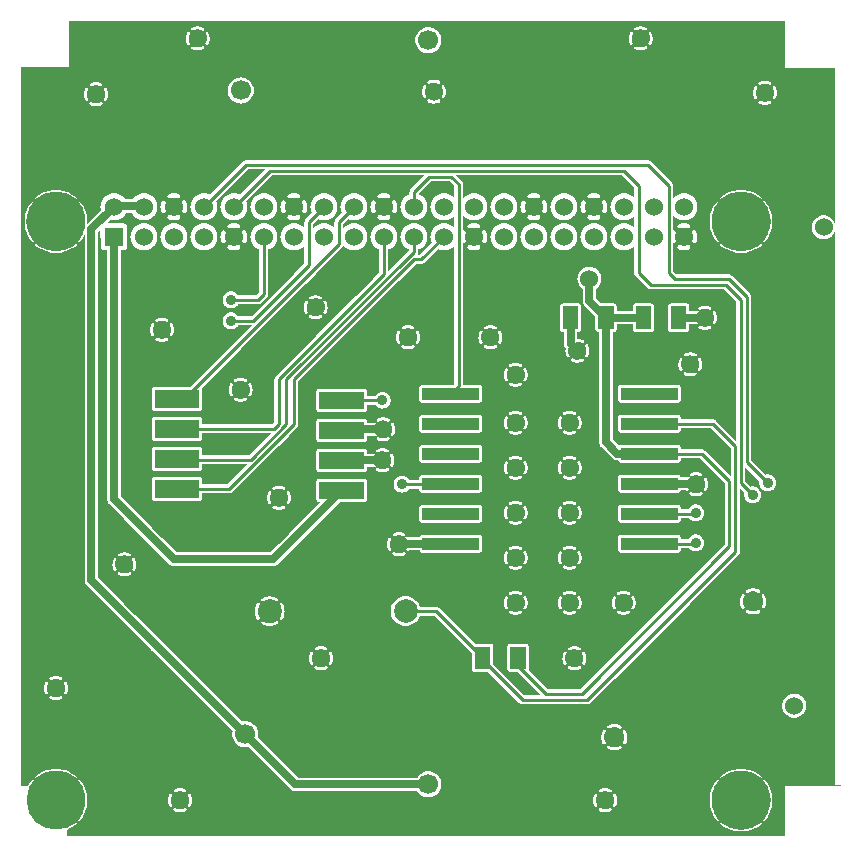
<source format=gbr>
G04 start of page 2 for group 0 idx 0 *
G04 Title: (unknown), top *
G04 Creator: pcb 4.2.0 *
G04 CreationDate: Wed Dec  4 15:10:37 2019 UTC *
G04 For: blinken *
G04 Format: Gerber/RS-274X *
G04 PCB-Dimensions (mil): 2755.91 2755.91 *
G04 PCB-Coordinate-Origin: lower left *
%MOIN*%
%FSLAX25Y25*%
%LNTOP*%
%ADD23C,0.0394*%
%ADD22C,0.0380*%
%ADD21C,0.0200*%
%ADD20C,0.1142*%
%ADD19C,0.0350*%
%ADD18C,0.0360*%
%ADD17C,0.1969*%
%ADD16C,0.0787*%
%ADD15C,0.0669*%
%ADD14C,0.0600*%
%ADD13C,0.0100*%
%ADD12C,0.0250*%
%ADD11C,0.0001*%
G54D11*G36*
X225093Y137770D02*X232156D01*
X238657Y131268D01*
Y121732D01*
X230100Y130289D01*
X230062Y130334D01*
X229882Y130487D01*
X229681Y130610D01*
X229463Y130701D01*
X229233Y130756D01*
X228998Y130774D01*
X228939Y130770D01*
X225093D01*
Y137770D01*
G37*
G36*
X230394Y125752D02*X236689Y119457D01*
Y99047D01*
X230394Y92752D01*
Y116983D01*
X230397Y116984D01*
X230465Y117023D01*
X230527Y117073D01*
X230580Y117131D01*
X230621Y117198D01*
X230784Y117522D01*
X230914Y117862D01*
X231012Y118213D01*
X231077Y118570D01*
X231110Y118932D01*
Y119296D01*
X231077Y119658D01*
X231012Y120016D01*
X230914Y120366D01*
X230784Y120706D01*
X230625Y121033D01*
X230582Y121099D01*
X230529Y121158D01*
X230467Y121208D01*
X230399Y121247D01*
X230394Y121249D01*
Y125752D01*
G37*
G36*
X225093Y117020D02*X226287D01*
X226413Y116968D01*
X226757Y116885D01*
X227110Y116857D01*
X227463Y116885D01*
X227808Y116968D01*
X228135Y117103D01*
X228437Y117288D01*
X228706Y117518D01*
X228936Y117788D01*
X229121Y118090D01*
X229257Y118417D01*
X229339Y118761D01*
X229367Y119114D01*
X229339Y119467D01*
X229257Y119812D01*
X229121Y120139D01*
X228936Y120441D01*
X228701Y120705D01*
X228608Y120798D01*
X228551Y120866D01*
X228281Y121096D01*
X228281Y121096D01*
X228167Y121166D01*
X227979Y121281D01*
X227748Y121376D01*
X227652Y121416D01*
X227308Y121499D01*
X226955Y121527D01*
X226867Y121520D01*
X225093D01*
Y121814D01*
X225148Y121770D01*
X225217Y121730D01*
X225291Y121702D01*
X225368Y121686D01*
X225448Y121682D01*
X225526Y121690D01*
X225603Y121711D01*
X225674Y121745D01*
X225918Y121867D01*
X226172Y121964D01*
X226435Y122037D01*
X226703Y122086D01*
X226974Y122111D01*
X227246D01*
X227518Y122086D01*
X227786Y122037D01*
X228048Y121964D01*
X228303Y121867D01*
X228548Y121747D01*
X228619Y121714D01*
X228695Y121693D01*
X228773Y121685D01*
X228852Y121689D01*
X228929Y121705D01*
X229002Y121733D01*
X229070Y121772D01*
X229132Y121822D01*
X229184Y121880D01*
X229227Y121946D01*
X229260Y122018D01*
X229280Y122094D01*
X229289Y122172D01*
X229285Y122251D01*
X229268Y122328D01*
X229240Y122401D01*
X229201Y122469D01*
X229152Y122531D01*
X229093Y122583D01*
X229027Y122625D01*
X228702Y122788D01*
X228362Y122918D01*
X228012Y123015D01*
X227654Y123081D01*
X227292Y123114D01*
X226928D01*
X226566Y123081D01*
X226209Y123015D01*
X225858Y122918D01*
X225518Y122788D01*
X225192Y122629D01*
X225125Y122586D01*
X225093Y122557D01*
Y127770D01*
X228377D01*
X230394Y125752D01*
Y121249D01*
X230325Y121275D01*
X230247Y121292D01*
X230168Y121296D01*
X230089Y121287D01*
X230013Y121267D01*
X229941Y121234D01*
X229874Y121191D01*
X229815Y121138D01*
X229766Y121076D01*
X229726Y121007D01*
X229698Y120933D01*
X229682Y120856D01*
X229678Y120777D01*
X229686Y120698D01*
X229707Y120622D01*
X229741Y120550D01*
X229863Y120307D01*
X229960Y120052D01*
X230033Y119790D01*
X230082Y119522D01*
X230107Y119250D01*
Y118978D01*
X230082Y118707D01*
X230033Y118439D01*
X229960Y118176D01*
X229863Y117922D01*
X229743Y117677D01*
X229710Y117606D01*
X229689Y117530D01*
X229681Y117451D01*
X229685Y117373D01*
X229701Y117296D01*
X229729Y117222D01*
X229768Y117154D01*
X229818Y117093D01*
X229876Y117040D01*
X229942Y116997D01*
X230014Y116965D01*
X230090Y116944D01*
X230168Y116936D01*
X230247Y116940D01*
X230324Y116956D01*
X230394Y116983D01*
Y92752D01*
X225093Y87450D01*
Y97537D01*
X225349Y97318D01*
X225725Y97088D01*
X226132Y96919D01*
X226561Y96816D01*
X227000Y96782D01*
X227439Y96816D01*
X227868Y96919D01*
X228275Y97088D01*
X228651Y97318D01*
X228986Y97605D01*
X229272Y97940D01*
X229503Y98315D01*
X229671Y98723D01*
X229774Y99151D01*
X229800Y99591D01*
X229774Y100030D01*
X229671Y100458D01*
X229503Y100866D01*
X229272Y101241D01*
X228986Y101577D01*
X228651Y101863D01*
X228275Y102093D01*
X227868Y102262D01*
X227439Y102365D01*
X227000Y102399D01*
X226561Y102365D01*
X226132Y102262D01*
X225725Y102093D01*
X225349Y101863D01*
X225093Y101644D01*
Y107537D01*
X225349Y107318D01*
X225725Y107088D01*
X226132Y106919D01*
X226561Y106816D01*
X227000Y106782D01*
X227439Y106816D01*
X227868Y106919D01*
X228275Y107088D01*
X228651Y107318D01*
X228986Y107605D01*
X229272Y107940D01*
X229503Y108315D01*
X229671Y108723D01*
X229774Y109151D01*
X229800Y109591D01*
X229774Y110030D01*
X229671Y110458D01*
X229503Y110866D01*
X229272Y111241D01*
X228986Y111577D01*
X228651Y111863D01*
X228275Y112093D01*
X227868Y112262D01*
X227439Y112365D01*
X227000Y112399D01*
X226561Y112365D01*
X226132Y112262D01*
X225725Y112093D01*
X225349Y111863D01*
X225093Y111644D01*
Y115676D01*
X225127Y115645D01*
X225194Y115603D01*
X225518Y115440D01*
X225858Y115311D01*
X226209Y115213D01*
X226566Y115147D01*
X226928Y115114D01*
X227292D01*
X227654Y115147D01*
X228012Y115213D01*
X228362Y115311D01*
X228702Y115440D01*
X229029Y115600D01*
X229095Y115642D01*
X229154Y115696D01*
X229204Y115757D01*
X229243Y115826D01*
X229271Y115900D01*
X229288Y115977D01*
X229292Y116056D01*
X229283Y116135D01*
X229263Y116212D01*
X229230Y116284D01*
X229187Y116350D01*
X229134Y116409D01*
X229072Y116459D01*
X229003Y116498D01*
X228929Y116526D01*
X228852Y116543D01*
X228773Y116547D01*
X228694Y116538D01*
X228618Y116517D01*
X228546Y116484D01*
X228303Y116361D01*
X228048Y116265D01*
X227786Y116191D01*
X227518Y116142D01*
X227246Y116117D01*
X226974D01*
X226703Y116142D01*
X226435Y116191D01*
X226172Y116265D01*
X225918Y116361D01*
X225673Y116481D01*
X225602Y116514D01*
X225526Y116535D01*
X225447Y116543D01*
X225369Y116540D01*
X225292Y116523D01*
X225218Y116495D01*
X225150Y116456D01*
X225093Y116410D01*
Y117020D01*
G37*
G36*
X233394Y184091D02*X236379D01*
X240500Y179969D01*
Y133669D01*
X233880Y140289D01*
X233841Y140334D01*
X233662Y140487D01*
X233461Y140610D01*
X233394Y140638D01*
Y172483D01*
X233397Y172484D01*
X233465Y172523D01*
X233527Y172573D01*
X233580Y172631D01*
X233621Y172698D01*
X233784Y173022D01*
X233914Y173362D01*
X234012Y173713D01*
X234077Y174070D01*
X234110Y174432D01*
Y174796D01*
X234077Y175158D01*
X234012Y175516D01*
X233914Y175866D01*
X233784Y176206D01*
X233625Y176533D01*
X233582Y176599D01*
X233529Y176658D01*
X233467Y176708D01*
X233399Y176747D01*
X233394Y176749D01*
Y184091D01*
G37*
G36*
X230112Y172350D02*X230455Y172377D01*
X230455Y172377D01*
X230800Y172460D01*
X231127Y172595D01*
X231429Y172780D01*
X231698Y173010D01*
X231906Y173254D01*
X231936Y173288D01*
X232121Y173590D01*
X232257Y173917D01*
X232339Y174261D01*
X232367Y174614D01*
X232339Y174967D01*
X232257Y175312D01*
X232121Y175639D01*
X231936Y175941D01*
X231706Y176210D01*
X231437Y176440D01*
X231135Y176625D01*
X230808Y176761D01*
X230463Y176843D01*
X230112Y176871D01*
Y177611D01*
X230246D01*
X230518Y177586D01*
X230786Y177537D01*
X231048Y177464D01*
X231303Y177367D01*
X231548Y177247D01*
X231619Y177214D01*
X231695Y177193D01*
X231773Y177185D01*
X231852Y177189D01*
X231929Y177205D01*
X232002Y177233D01*
X232070Y177272D01*
X232132Y177322D01*
X232184Y177380D01*
X232227Y177446D01*
X232260Y177518D01*
X232280Y177594D01*
X232289Y177672D01*
X232285Y177751D01*
X232268Y177828D01*
X232240Y177901D01*
X232201Y177969D01*
X232152Y178031D01*
X232093Y178083D01*
X232027Y178125D01*
X231702Y178288D01*
X231362Y178418D01*
X231012Y178515D01*
X230654Y178581D01*
X230292Y178614D01*
X230112D01*
Y184091D01*
X233394D01*
Y176749D01*
X233325Y176775D01*
X233247Y176792D01*
X233168Y176796D01*
X233089Y176787D01*
X233013Y176767D01*
X232941Y176734D01*
X232874Y176691D01*
X232815Y176638D01*
X232766Y176576D01*
X232726Y176507D01*
X232698Y176433D01*
X232682Y176356D01*
X232678Y176277D01*
X232686Y176198D01*
X232707Y176122D01*
X232741Y176050D01*
X232863Y175807D01*
X232960Y175552D01*
X233033Y175290D01*
X233082Y175022D01*
X233107Y174750D01*
Y174478D01*
X233082Y174207D01*
X233033Y173939D01*
X232960Y173676D01*
X232863Y173422D01*
X232743Y173177D01*
X232710Y173106D01*
X232689Y173030D01*
X232681Y172951D01*
X232685Y172873D01*
X232701Y172796D01*
X232729Y172722D01*
X232768Y172654D01*
X232818Y172593D01*
X232876Y172540D01*
X232942Y172497D01*
X233014Y172465D01*
X233090Y172444D01*
X233168Y172436D01*
X233247Y172440D01*
X233324Y172456D01*
X233394Y172483D01*
Y140638D01*
X233243Y140701D01*
X233013Y140756D01*
X232778Y140774D01*
X232719Y140770D01*
X230112D01*
Y170614D01*
X230292D01*
X230654Y170647D01*
X231012Y170713D01*
X231362Y170811D01*
X231702Y170940D01*
X232029Y171100D01*
X232095Y171142D01*
X232154Y171196D01*
X232204Y171257D01*
X232243Y171326D01*
X232271Y171400D01*
X232288Y171477D01*
X232292Y171556D01*
X232283Y171635D01*
X232263Y171712D01*
X232230Y171784D01*
X232187Y171850D01*
X232134Y171909D01*
X232072Y171959D01*
X232003Y171998D01*
X231929Y172026D01*
X231852Y172043D01*
X231773Y172047D01*
X231694Y172038D01*
X231618Y172017D01*
X231546Y171984D01*
X231303Y171861D01*
X231048Y171765D01*
X230786Y171691D01*
X230518Y171642D01*
X230246Y171617D01*
X230112D01*
Y172350D01*
G37*
G36*
Y176871D02*X230110Y176871D01*
X229922Y176856D01*
X225093D01*
Y184091D01*
X230112D01*
Y178614D01*
X229928D01*
X229566Y178581D01*
X229209Y178515D01*
X228858Y178418D01*
X228518Y178288D01*
X228192Y178129D01*
X228125Y178086D01*
X228066Y178033D01*
X228017Y177971D01*
X227977Y177902D01*
X227949Y177828D01*
X227933Y177751D01*
X227929Y177672D01*
X227937Y177593D01*
X227958Y177517D01*
X227990Y177444D01*
X228034Y177378D01*
X228087Y177319D01*
X228148Y177270D01*
X228217Y177230D01*
X228291Y177202D01*
X228368Y177186D01*
X228448Y177182D01*
X228526Y177190D01*
X228603Y177211D01*
X228674Y177245D01*
X228918Y177367D01*
X229172Y177464D01*
X229435Y177537D01*
X229703Y177586D01*
X229974Y177611D01*
X230112D01*
Y176871D01*
G37*
G36*
X228481Y170959D02*X228518Y170940D01*
X228858Y170811D01*
X229209Y170713D01*
X229566Y170647D01*
X229928Y170614D01*
X230112D01*
Y140770D01*
X228481D01*
Y156924D01*
X228484Y156925D01*
X228552Y156964D01*
X228613Y157014D01*
X228666Y157072D01*
X228708Y157139D01*
X228871Y157463D01*
X229000Y157803D01*
X229098Y158153D01*
X229164Y158511D01*
X229197Y158873D01*
Y159237D01*
X229164Y159599D01*
X229098Y159957D01*
X229000Y160307D01*
X228871Y160647D01*
X228711Y160974D01*
X228669Y161040D01*
X228615Y161099D01*
X228554Y161149D01*
X228485Y161188D01*
X228481Y161190D01*
Y170959D01*
G37*
G36*
Y172356D02*X230014D01*
X230102Y172349D01*
X230112Y172350D01*
Y171617D01*
X229974D01*
X229703Y171642D01*
X229435Y171691D01*
X229172Y171765D01*
X228918Y171861D01*
X228673Y171981D01*
X228602Y172014D01*
X228526Y172035D01*
X228481Y172040D01*
Y172356D01*
G37*
G36*
X225093D02*X228481D01*
Y172040D01*
X228447Y172043D01*
X228369Y172040D01*
X228292Y172023D01*
X228218Y171995D01*
X228150Y171956D01*
X228089Y171907D01*
X228036Y171848D01*
X227993Y171782D01*
X227961Y171711D01*
X227940Y171635D01*
X227932Y171556D01*
X227936Y171478D01*
X227952Y171401D01*
X227980Y171327D01*
X228019Y171259D01*
X228069Y171198D01*
X228127Y171145D01*
X228194Y171103D01*
X228481Y170959D01*
Y161190D01*
X228411Y161216D01*
X228334Y161233D01*
X228255Y161237D01*
X228176Y161228D01*
X228099Y161207D01*
X228027Y161175D01*
X227961Y161132D01*
X227902Y161079D01*
X227852Y161017D01*
X227813Y160948D01*
X227785Y160874D01*
X227768Y160797D01*
X227764Y160718D01*
X227773Y160639D01*
X227794Y160563D01*
X227827Y160491D01*
X227950Y160248D01*
X228046Y159993D01*
X228120Y159731D01*
X228169Y159463D01*
X228194Y159191D01*
Y158919D01*
X228169Y158648D01*
X228120Y158380D01*
X228046Y158117D01*
X227950Y157863D01*
X227830Y157618D01*
X227797Y157547D01*
X227776Y157471D01*
X227768Y157392D01*
X227772Y157314D01*
X227788Y157237D01*
X227816Y157163D01*
X227855Y157095D01*
X227904Y157034D01*
X227963Y156981D01*
X228029Y156938D01*
X228100Y156906D01*
X228176Y156885D01*
X228255Y156877D01*
X228333Y156881D01*
X228410Y156897D01*
X228481Y156924D01*
Y140770D01*
X225093D01*
Y155055D01*
X225379D01*
X225741Y155088D01*
X226099Y155154D01*
X226449Y155252D01*
X226789Y155381D01*
X227115Y155541D01*
X227182Y155583D01*
X227241Y155637D01*
X227290Y155698D01*
X227330Y155767D01*
X227358Y155841D01*
X227374Y155918D01*
X227378Y155997D01*
X227370Y156076D01*
X227349Y156153D01*
X227317Y156225D01*
X227274Y156291D01*
X227220Y156350D01*
X227159Y156400D01*
X227090Y156439D01*
X227016Y156467D01*
X226939Y156484D01*
X226860Y156487D01*
X226781Y156479D01*
X226704Y156458D01*
X226633Y156425D01*
X226389Y156302D01*
X226135Y156206D01*
X225872Y156132D01*
X225604Y156083D01*
X225333Y156058D01*
X225093D01*
Y162052D01*
X225333D01*
X225604Y162027D01*
X225872Y161978D01*
X226135Y161905D01*
X226389Y161808D01*
X226634Y161688D01*
X226705Y161655D01*
X226781Y161634D01*
X226860Y161626D01*
X226938Y161630D01*
X227015Y161646D01*
X227089Y161674D01*
X227157Y161713D01*
X227218Y161763D01*
X227271Y161821D01*
X227314Y161887D01*
X227346Y161959D01*
X227367Y162035D01*
X227375Y162113D01*
X227371Y162192D01*
X227355Y162269D01*
X227327Y162342D01*
X227288Y162410D01*
X227238Y162472D01*
X227180Y162524D01*
X227113Y162566D01*
X226789Y162729D01*
X226449Y162859D01*
X226099Y162956D01*
X225741Y163022D01*
X225379Y163055D01*
X225093D01*
Y172356D01*
G37*
G36*
X250112Y19523D02*X250489Y18969D01*
X250902Y18236D01*
X251250Y17471D01*
X251532Y16679D01*
X251745Y15866D01*
X251888Y15038D01*
X251960Y14200D01*
Y13359D01*
X251888Y12522D01*
X251745Y11693D01*
X251532Y10880D01*
X251250Y10088D01*
X250902Y9323D01*
X250489Y8590D01*
X250112Y8036D01*
Y19523D01*
G37*
G36*
Y212436D02*X250489Y211882D01*
X250902Y211150D01*
X251250Y210385D01*
X251532Y209593D01*
X251745Y208779D01*
X251888Y207951D01*
X251960Y207113D01*
Y206273D01*
X251888Y205435D01*
X251745Y204606D01*
X251532Y203793D01*
X251250Y203001D01*
X250902Y202236D01*
X250489Y201503D01*
X250112Y200949D01*
Y212436D01*
G37*
G36*
X259836Y257874D02*X273622D01*
Y205460D01*
X273501Y205964D01*
X273260Y206546D01*
X272931Y207083D01*
X272522Y207562D01*
X272043Y207970D01*
X271507Y208299D01*
X270925Y208540D01*
X270313Y208687D01*
X269685Y208737D01*
X269057Y208687D01*
X268445Y208540D01*
X267863Y208299D01*
X267327Y207970D01*
X266848Y207562D01*
X266439Y207083D01*
X266110Y206546D01*
X265869Y205964D01*
X265722Y205352D01*
X265673Y204724D01*
X265722Y204097D01*
X265869Y203485D01*
X266110Y202903D01*
X266439Y202366D01*
X266848Y201887D01*
X267327Y201478D01*
X267863Y201149D01*
X268445Y200908D01*
X269057Y200761D01*
X269685Y200712D01*
X270313Y200761D01*
X270925Y200908D01*
X271507Y201149D01*
X272043Y201478D01*
X272522Y201887D01*
X272931Y202366D01*
X273260Y202903D01*
X273501Y203485D01*
X273622Y203989D01*
Y18701D01*
X275472D01*
Y18504D01*
X259836D01*
Y41264D01*
X259843Y41263D01*
X260470Y41313D01*
X261082Y41460D01*
X261664Y41701D01*
X262201Y42030D01*
X262680Y42438D01*
X263089Y42917D01*
X263418Y43454D01*
X263658Y44036D01*
X263805Y44648D01*
X263843Y45276D01*
X263805Y45903D01*
X263658Y46515D01*
X263418Y47097D01*
X263089Y47634D01*
X262680Y48113D01*
X262201Y48522D01*
X261664Y48851D01*
X261082Y49092D01*
X260470Y49239D01*
X259843Y49288D01*
X259836Y49287D01*
Y257874D01*
G37*
G36*
X256693Y273622D02*Y257874D01*
X259836D01*
Y49287D01*
X259215Y49239D01*
X258603Y49092D01*
X258021Y48851D01*
X257484Y48522D01*
X257005Y48113D01*
X256596Y47634D01*
X256268Y47097D01*
X256027Y46515D01*
X255880Y45903D01*
X255830Y45276D01*
X255880Y44648D01*
X256027Y44036D01*
X256268Y43454D01*
X256596Y42917D01*
X257005Y42438D01*
X257484Y42030D01*
X258021Y41701D01*
X258603Y41460D01*
X259215Y41313D01*
X259836Y41264D01*
Y18504D01*
X256693D01*
Y1969D01*
X253394D01*
Y118138D01*
X253503Y118315D01*
X253671Y118723D01*
X253774Y119151D01*
X253800Y119591D01*
X253774Y120030D01*
X253671Y120458D01*
X253503Y120866D01*
X253394Y121043D01*
Y247483D01*
X253397Y247484D01*
X253465Y247523D01*
X253527Y247573D01*
X253580Y247631D01*
X253621Y247698D01*
X253784Y248022D01*
X253914Y248362D01*
X254012Y248713D01*
X254077Y249070D01*
X254110Y249432D01*
Y249796D01*
X254077Y250158D01*
X254012Y250516D01*
X253914Y250866D01*
X253784Y251206D01*
X253625Y251533D01*
X253582Y251599D01*
X253529Y251658D01*
X253467Y251708D01*
X253399Y251747D01*
X253394Y251749D01*
Y273622D01*
X256693D01*
G37*
G36*
X253394Y121043D02*X253272Y121241D01*
X252986Y121577D01*
X252651Y121863D01*
X252275Y122093D01*
X251868Y122262D01*
X251439Y122365D01*
X251000Y122399D01*
X250561Y122365D01*
X250389Y122323D01*
X250112Y122600D01*
Y199972D01*
X250505Y200444D01*
X251007Y201182D01*
X251445Y201960D01*
X251815Y202773D01*
X252114Y203614D01*
X252340Y204477D01*
X252492Y205357D01*
X252568Y206247D01*
Y207139D01*
X252492Y208029D01*
X252340Y208909D01*
X252114Y209772D01*
X251815Y210613D01*
X251445Y211426D01*
X251007Y212204D01*
X250505Y212942D01*
X250112Y213424D01*
Y245614D01*
X250292D01*
X250654Y245647D01*
X251012Y245713D01*
X251362Y245811D01*
X251702Y245940D01*
X252029Y246100D01*
X252095Y246142D01*
X252154Y246196D01*
X252204Y246257D01*
X252243Y246326D01*
X252271Y246400D01*
X252288Y246477D01*
X252292Y246556D01*
X252283Y246635D01*
X252263Y246712D01*
X252230Y246784D01*
X252187Y246850D01*
X252134Y246909D01*
X252072Y246959D01*
X252003Y246998D01*
X251929Y247026D01*
X251852Y247043D01*
X251773Y247047D01*
X251694Y247038D01*
X251618Y247017D01*
X251546Y246984D01*
X251303Y246861D01*
X251048Y246765D01*
X250786Y246691D01*
X250518Y246642D01*
X250246Y246617D01*
X250112D01*
Y252611D01*
X250246D01*
X250518Y252586D01*
X250786Y252537D01*
X251048Y252464D01*
X251303Y252367D01*
X251548Y252247D01*
X251619Y252214D01*
X251695Y252193D01*
X251773Y252185D01*
X251852Y252189D01*
X251929Y252205D01*
X252002Y252233D01*
X252070Y252272D01*
X252132Y252322D01*
X252184Y252380D01*
X252227Y252446D01*
X252260Y252518D01*
X252280Y252594D01*
X252289Y252672D01*
X252285Y252751D01*
X252268Y252828D01*
X252240Y252901D01*
X252201Y252969D01*
X252152Y253031D01*
X252093Y253083D01*
X252027Y253125D01*
X251702Y253288D01*
X251362Y253418D01*
X251012Y253515D01*
X250654Y253581D01*
X250292Y253614D01*
X250112D01*
Y273622D01*
X253394D01*
Y251749D01*
X253325Y251775D01*
X253247Y251792D01*
X253168Y251796D01*
X253089Y251787D01*
X253013Y251767D01*
X252941Y251734D01*
X252874Y251691D01*
X252815Y251638D01*
X252766Y251576D01*
X252726Y251507D01*
X252698Y251433D01*
X252682Y251356D01*
X252678Y251277D01*
X252686Y251198D01*
X252707Y251122D01*
X252741Y251050D01*
X252863Y250807D01*
X252960Y250552D01*
X253033Y250290D01*
X253082Y250022D01*
X253107Y249750D01*
Y249478D01*
X253082Y249207D01*
X253033Y248939D01*
X252960Y248676D01*
X252863Y248422D01*
X252743Y248177D01*
X252710Y248106D01*
X252689Y248030D01*
X252681Y247951D01*
X252685Y247873D01*
X252701Y247796D01*
X252729Y247722D01*
X252768Y247654D01*
X252818Y247593D01*
X252876Y247540D01*
X252942Y247497D01*
X253014Y247465D01*
X253090Y247444D01*
X253168Y247436D01*
X253247Y247440D01*
X253324Y247456D01*
X253394Y247483D01*
Y121043D01*
G37*
G36*
Y1969D02*X250112D01*
Y7059D01*
X250505Y7531D01*
X251007Y8269D01*
X251445Y9047D01*
X251815Y9859D01*
X252114Y10700D01*
X252340Y11564D01*
X252492Y12444D01*
X252568Y13333D01*
Y14226D01*
X252492Y15115D01*
X252340Y15995D01*
X252114Y16859D01*
X251815Y17700D01*
X251445Y18512D01*
X251007Y19290D01*
X250505Y20028D01*
X250112Y20510D01*
Y78303D01*
X250230Y78588D01*
X250345Y78951D01*
X250428Y79323D01*
X250478Y79700D01*
X250494Y80081D01*
X250478Y80461D01*
X250428Y80839D01*
X250345Y81211D01*
X250230Y81574D01*
X250112Y81858D01*
Y116928D01*
X250132Y116919D01*
X250561Y116816D01*
X251000Y116782D01*
X251439Y116816D01*
X251868Y116919D01*
X252275Y117088D01*
X252651Y117318D01*
X252986Y117605D01*
X253272Y117940D01*
X253394Y118138D01*
Y1969D01*
G37*
G36*
X250112Y122600D02*X246826Y125885D01*
Y197359D01*
X246859Y197374D01*
X247637Y197812D01*
X248375Y198314D01*
X249067Y198878D01*
X249101Y198913D01*
X249129Y198953D01*
X249150Y198997D01*
X249164Y199043D01*
X249171Y199091D01*
X249170Y199140D01*
X249161Y199188D01*
X249145Y199234D01*
X249122Y199277D01*
X249093Y199315D01*
X249058Y199349D01*
X249018Y199377D01*
X248974Y199398D01*
X248928Y199412D01*
X248880Y199419D01*
X248831Y199418D01*
X248783Y199410D01*
X248737Y199394D01*
X248694Y199371D01*
X248656Y199341D01*
X248010Y198803D01*
X247315Y198330D01*
X246826Y198054D01*
Y215331D01*
X247315Y215056D01*
X248010Y214583D01*
X248662Y214052D01*
X248699Y214023D01*
X248741Y214001D01*
X248785Y213985D01*
X248832Y213977D01*
X248879Y213976D01*
X248926Y213982D01*
X248971Y213996D01*
X249013Y214017D01*
X249052Y214044D01*
X249086Y214076D01*
X249115Y214114D01*
X249137Y214156D01*
X249152Y214200D01*
X249161Y214247D01*
X249162Y214294D01*
X249155Y214341D01*
X249141Y214386D01*
X249121Y214428D01*
X249094Y214467D01*
X249060Y214501D01*
X248375Y215071D01*
X247637Y215574D01*
X246859Y216012D01*
X246826Y216027D01*
Y247479D01*
X246896Y247453D01*
X246973Y247437D01*
X247053Y247433D01*
X247131Y247441D01*
X247208Y247462D01*
X247280Y247494D01*
X247346Y247537D01*
X247405Y247591D01*
X247455Y247652D01*
X247494Y247721D01*
X247522Y247795D01*
X247539Y247872D01*
X247543Y247952D01*
X247534Y248030D01*
X247513Y248107D01*
X247480Y248178D01*
X247357Y248422D01*
X247261Y248676D01*
X247187Y248939D01*
X247138Y249207D01*
X247113Y249478D01*
Y249750D01*
X247138Y250022D01*
X247187Y250290D01*
X247261Y250552D01*
X247357Y250807D01*
X247477Y251052D01*
X247511Y251123D01*
X247531Y251199D01*
X247540Y251277D01*
X247536Y251356D01*
X247519Y251433D01*
X247491Y251506D01*
X247452Y251574D01*
X247403Y251636D01*
X247344Y251688D01*
X247278Y251731D01*
X247207Y251764D01*
X247131Y251784D01*
X247052Y251793D01*
X246974Y251789D01*
X246897Y251772D01*
X246826Y251746D01*
Y273622D01*
X250112D01*
Y253614D01*
X249928D01*
X249566Y253581D01*
X249209Y253515D01*
X248858Y253418D01*
X248518Y253288D01*
X248192Y253129D01*
X248125Y253086D01*
X248066Y253033D01*
X248017Y252971D01*
X247977Y252902D01*
X247949Y252828D01*
X247933Y252751D01*
X247929Y252672D01*
X247937Y252593D01*
X247958Y252517D01*
X247990Y252444D01*
X248034Y252378D01*
X248087Y252319D01*
X248148Y252270D01*
X248217Y252230D01*
X248291Y252202D01*
X248368Y252186D01*
X248448Y252182D01*
X248526Y252190D01*
X248603Y252211D01*
X248674Y252245D01*
X248918Y252367D01*
X249172Y252464D01*
X249435Y252537D01*
X249703Y252586D01*
X249974Y252611D01*
X250112D01*
Y246617D01*
X249974D01*
X249703Y246642D01*
X249435Y246691D01*
X249172Y246765D01*
X248918Y246861D01*
X248673Y246981D01*
X248602Y247014D01*
X248526Y247035D01*
X248447Y247043D01*
X248369Y247040D01*
X248292Y247023D01*
X248218Y246995D01*
X248150Y246956D01*
X248089Y246907D01*
X248036Y246848D01*
X247993Y246782D01*
X247961Y246711D01*
X247940Y246635D01*
X247932Y246556D01*
X247936Y246478D01*
X247952Y246401D01*
X247980Y246327D01*
X248019Y246259D01*
X248069Y246198D01*
X248127Y246145D01*
X248194Y246103D01*
X248518Y245940D01*
X248858Y245811D01*
X249209Y245713D01*
X249566Y245647D01*
X249928Y245614D01*
X250112D01*
Y213424D01*
X249941Y213634D01*
X249906Y213668D01*
X249866Y213696D01*
X249822Y213717D01*
X249776Y213731D01*
X249728Y213738D01*
X249679Y213737D01*
X249631Y213728D01*
X249585Y213712D01*
X249542Y213689D01*
X249503Y213660D01*
X249470Y213625D01*
X249442Y213585D01*
X249421Y213541D01*
X249407Y213495D01*
X249400Y213447D01*
X249401Y213398D01*
X249409Y213350D01*
X249425Y213304D01*
X249448Y213261D01*
X249478Y213223D01*
X250016Y212577D01*
X250112Y212436D01*
Y200949D01*
X250016Y200809D01*
X249485Y200157D01*
X249456Y200120D01*
X249434Y200078D01*
X249418Y200034D01*
X249410Y199987D01*
X249409Y199940D01*
X249415Y199893D01*
X249429Y199848D01*
X249450Y199805D01*
X249477Y199767D01*
X249509Y199733D01*
X249547Y199704D01*
X249589Y199682D01*
X249633Y199666D01*
X249680Y199658D01*
X249727Y199657D01*
X249774Y199664D01*
X249819Y199677D01*
X249862Y199698D01*
X249900Y199725D01*
X249934Y199758D01*
X250112Y199972D01*
Y122600D01*
G37*
G36*
X246826Y125885D02*X245500Y127212D01*
Y181532D01*
X245505Y181591D01*
X245486Y181826D01*
X245431Y182056D01*
X245341Y182274D01*
X245217Y182475D01*
X245064Y182654D01*
X245019Y182693D01*
X239102Y188610D01*
X239064Y188654D01*
X238884Y188808D01*
X238683Y188931D01*
X238465Y189022D01*
X238235Y189077D01*
X238000Y189095D01*
X237941Y189091D01*
X233268D01*
Y201148D01*
X233747Y200444D01*
X234311Y199752D01*
X234346Y199718D01*
X234386Y199690D01*
X234430Y199669D01*
X234476Y199655D01*
X234524Y199648D01*
X234573Y199649D01*
X234621Y199658D01*
X234667Y199674D01*
X234710Y199697D01*
X234748Y199726D01*
X234782Y199761D01*
X234810Y199801D01*
X234831Y199845D01*
X234845Y199891D01*
X234852Y199939D01*
X234851Y199988D01*
X234843Y200036D01*
X234827Y200082D01*
X234804Y200125D01*
X234774Y200163D01*
X234236Y200809D01*
X233763Y201503D01*
X233350Y202236D01*
X233268Y202417D01*
Y210968D01*
X233350Y211150D01*
X233763Y211882D01*
X234236Y212577D01*
X234767Y213229D01*
X234796Y213266D01*
X234818Y213308D01*
X234834Y213352D01*
X234842Y213399D01*
X234843Y213446D01*
X234837Y213493D01*
X234823Y213538D01*
X234802Y213580D01*
X234775Y213619D01*
X234742Y213653D01*
X234705Y213682D01*
X234663Y213704D01*
X234619Y213719D01*
X234572Y213728D01*
X234525Y213729D01*
X234478Y213722D01*
X234433Y213708D01*
X234390Y213688D01*
X234352Y213661D01*
X234318Y213627D01*
X233747Y212942D01*
X233268Y212238D01*
Y273622D01*
X246826D01*
Y251746D01*
X246823Y251744D01*
X246755Y251705D01*
X246694Y251656D01*
X246641Y251597D01*
X246599Y251531D01*
X246436Y251206D01*
X246307Y250866D01*
X246209Y250516D01*
X246143Y250158D01*
X246110Y249796D01*
Y249432D01*
X246143Y249070D01*
X246209Y248713D01*
X246307Y248362D01*
X246436Y248022D01*
X246596Y247696D01*
X246639Y247629D01*
X246692Y247570D01*
X246753Y247521D01*
X246822Y247481D01*
X246826Y247479D01*
Y216027D01*
X246046Y216382D01*
X245205Y216681D01*
X244342Y216907D01*
X243462Y217059D01*
X242572Y217135D01*
X241680D01*
X240790Y217059D01*
X239910Y216907D01*
X239047Y216681D01*
X238206Y216382D01*
X237393Y216012D01*
X236615Y215574D01*
X235877Y215071D01*
X235185Y214508D01*
X235151Y214473D01*
X235123Y214433D01*
X235102Y214389D01*
X235088Y214343D01*
X235081Y214295D01*
X235082Y214246D01*
X235091Y214198D01*
X235107Y214152D01*
X235130Y214109D01*
X235159Y214070D01*
X235194Y214037D01*
X235234Y214009D01*
X235278Y213988D01*
X235324Y213974D01*
X235372Y213967D01*
X235421Y213968D01*
X235469Y213976D01*
X235515Y213992D01*
X235558Y214015D01*
X235596Y214045D01*
X236242Y214583D01*
X236937Y215056D01*
X237669Y215469D01*
X238434Y215817D01*
X239226Y216099D01*
X240040Y216312D01*
X240868Y216455D01*
X241706Y216526D01*
X242546D01*
X243384Y216455D01*
X244212Y216312D01*
X245026Y216099D01*
X245818Y215817D01*
X246583Y215469D01*
X246826Y215331D01*
Y198054D01*
X246583Y197917D01*
X245818Y197569D01*
X245026Y197287D01*
X244212Y197074D01*
X243384Y196931D01*
X242546Y196859D01*
X241706D01*
X240868Y196931D01*
X240040Y197074D01*
X239226Y197287D01*
X238434Y197569D01*
X237669Y197917D01*
X236937Y198330D01*
X236242Y198803D01*
X235590Y199334D01*
X235553Y199363D01*
X235511Y199385D01*
X235467Y199401D01*
X235420Y199409D01*
X235373Y199410D01*
X235326Y199404D01*
X235281Y199390D01*
X235238Y199369D01*
X235200Y199342D01*
X235166Y199309D01*
X235137Y199272D01*
X235115Y199230D01*
X235100Y199186D01*
X235091Y199139D01*
X235090Y199092D01*
X235097Y199045D01*
X235111Y199000D01*
X235131Y198957D01*
X235158Y198919D01*
X235191Y198885D01*
X235877Y198314D01*
X236615Y197812D01*
X237393Y197374D01*
X238206Y197004D01*
X239047Y196705D01*
X239910Y196478D01*
X240790Y196327D01*
X241680Y196250D01*
X242572D01*
X243462Y196327D01*
X244342Y196478D01*
X245205Y196705D01*
X246046Y197004D01*
X246826Y197359D01*
Y125885D01*
G37*
G36*
X233268Y202417D02*X233002Y203001D01*
X232720Y203793D01*
X232507Y204606D01*
X232364Y205435D01*
X232292Y206273D01*
Y207113D01*
X232364Y207951D01*
X232507Y208779D01*
X232720Y209593D01*
X233002Y210385D01*
X233268Y210968D01*
Y202417D01*
G37*
G36*
Y189091D02*X226723D01*
Y199467D01*
X226766Y199474D01*
X226878Y199512D01*
X226983Y199566D01*
X227078Y199636D01*
X227161Y199720D01*
X227229Y199816D01*
X227280Y199922D01*
X227429Y200330D01*
X227532Y200751D01*
X227595Y201181D01*
X227615Y201614D01*
X227595Y202048D01*
X227532Y202477D01*
X227429Y202898D01*
X227285Y203308D01*
X227232Y203414D01*
X227163Y203511D01*
X227080Y203595D01*
X226985Y203665D01*
X226879Y203720D01*
X226767Y203758D01*
X226723Y203765D01*
Y208916D01*
X226762Y208961D01*
X227132Y209565D01*
X227403Y210219D01*
X227569Y210908D01*
X227610Y211614D01*
X227569Y212320D01*
X227403Y213009D01*
X227132Y213663D01*
X226762Y214267D01*
X226723Y214313D01*
Y273622D01*
X233268D01*
Y212238D01*
X233245Y212204D01*
X232807Y211426D01*
X232437Y210613D01*
X232138Y209772D01*
X231911Y208909D01*
X231760Y208029D01*
X231683Y207139D01*
Y206247D01*
X231760Y205357D01*
X231911Y204477D01*
X232138Y203614D01*
X232437Y202773D01*
X232807Y201960D01*
X233245Y201182D01*
X233268Y201148D01*
Y189091D01*
G37*
G36*
X226723Y214313D02*X226302Y214806D01*
X225763Y215266D01*
X225159Y215636D01*
X225093Y215664D01*
Y273622D01*
X226723D01*
Y214313D01*
G37*
G36*
Y189091D02*X225093D01*
Y197647D01*
X225161Y197740D01*
X225216Y197845D01*
X225254Y197957D01*
X225273Y198074D01*
X225274Y198193D01*
X225256Y198310D01*
X225220Y198423D01*
X225167Y198529D01*
X225098Y198626D01*
X225093Y198631D01*
Y204602D01*
X225096Y204605D01*
X225164Y204701D01*
X225217Y204806D01*
X225253Y204919D01*
X225270Y205036D01*
X225270Y205154D01*
X225250Y205270D01*
X225213Y205382D01*
X225159Y205487D01*
X225093Y205576D01*
Y207565D01*
X225159Y207592D01*
X225763Y207962D01*
X226302Y208422D01*
X226723Y208916D01*
Y203765D01*
X226650Y203777D01*
X226531Y203778D01*
X226414Y203760D01*
X226301Y203724D01*
X226195Y203671D01*
X226099Y203602D01*
X226014Y203519D01*
X225944Y203424D01*
X225889Y203318D01*
X225852Y203206D01*
X225832Y203089D01*
X225831Y202970D01*
X225849Y202853D01*
X225887Y202741D01*
X225986Y202469D01*
X226055Y202189D01*
X226096Y201903D01*
X226110Y201614D01*
X226096Y201326D01*
X226055Y201040D01*
X225986Y200759D01*
X225890Y200486D01*
X225852Y200375D01*
X225835Y200258D01*
X225836Y200140D01*
X225855Y200023D01*
X225892Y199911D01*
X225947Y199807D01*
X226017Y199712D01*
X226101Y199629D01*
X226197Y199560D01*
X226302Y199507D01*
X226415Y199472D01*
X226532Y199454D01*
X226650Y199455D01*
X226723Y199467D01*
Y189091D01*
G37*
G36*
X250112Y1969D02*X246145D01*
Y4136D01*
X246859Y4460D01*
X247637Y4898D01*
X248375Y5401D01*
X249067Y5965D01*
X249101Y6000D01*
X249129Y6039D01*
X249150Y6083D01*
X249164Y6130D01*
X249171Y6178D01*
X249170Y6227D01*
X249161Y6274D01*
X249145Y6320D01*
X249122Y6363D01*
X249093Y6402D01*
X249058Y6436D01*
X249018Y6464D01*
X248974Y6485D01*
X248928Y6499D01*
X248880Y6506D01*
X248831Y6505D01*
X248783Y6496D01*
X248737Y6480D01*
X248694Y6457D01*
X248656Y6427D01*
X248010Y5890D01*
X247315Y5416D01*
X246583Y5004D01*
X246145Y4805D01*
Y22754D01*
X246583Y22555D01*
X247315Y22143D01*
X248010Y21669D01*
X248662Y21139D01*
X248699Y21109D01*
X248741Y21087D01*
X248785Y21072D01*
X248832Y21063D01*
X248879Y21062D01*
X248926Y21069D01*
X248971Y21083D01*
X249013Y21103D01*
X249052Y21130D01*
X249086Y21163D01*
X249115Y21201D01*
X249137Y21242D01*
X249152Y21287D01*
X249161Y21333D01*
X249162Y21381D01*
X249155Y21427D01*
X249141Y21473D01*
X249121Y21515D01*
X249094Y21554D01*
X249060Y21587D01*
X248375Y22158D01*
X247637Y22661D01*
X246859Y23099D01*
X246145Y23423D01*
Y75730D01*
X246524Y75747D01*
X246902Y75797D01*
X247274Y75879D01*
X247637Y75994D01*
X247988Y76140D01*
X248326Y76317D01*
X248391Y76361D01*
X248449Y76416D01*
X248497Y76479D01*
X248534Y76549D01*
X248561Y76623D01*
X248575Y76701D01*
X248577Y76780D01*
X248567Y76859D01*
X248544Y76935D01*
X248510Y77006D01*
X248465Y77071D01*
X248410Y77129D01*
X248347Y77177D01*
X248277Y77215D01*
X248203Y77241D01*
X248125Y77255D01*
X248046Y77257D01*
X247967Y77247D01*
X247891Y77224D01*
X247821Y77188D01*
X247563Y77050D01*
X247292Y76937D01*
X247013Y76849D01*
X246727Y76785D01*
X246436Y76747D01*
X246145Y76734D01*
Y83427D01*
X246436Y83414D01*
X246727Y83376D01*
X247013Y83312D01*
X247292Y83224D01*
X247563Y83111D01*
X247822Y82976D01*
X247892Y82940D01*
X247968Y82918D01*
X248046Y82908D01*
X248124Y82909D01*
X248202Y82924D01*
X248276Y82950D01*
X248345Y82987D01*
X248408Y83035D01*
X248462Y83092D01*
X248507Y83157D01*
X248541Y83228D01*
X248563Y83303D01*
X248574Y83381D01*
X248572Y83460D01*
X248558Y83537D01*
X248532Y83611D01*
X248494Y83681D01*
X248446Y83743D01*
X248389Y83798D01*
X248324Y83841D01*
X247988Y84021D01*
X247637Y84167D01*
X247274Y84282D01*
X246902Y84365D01*
X246524Y84415D01*
X246145Y84431D01*
Y112793D01*
X246439Y112816D01*
X246868Y112919D01*
X247275Y113088D01*
X247651Y113318D01*
X247986Y113605D01*
X248272Y113940D01*
X248503Y114315D01*
X248671Y114723D01*
X248774Y115151D01*
X248800Y115591D01*
X248774Y116030D01*
X248671Y116458D01*
X248503Y116866D01*
X248272Y117241D01*
X247986Y117577D01*
X247651Y117863D01*
X247275Y118093D01*
X246868Y118262D01*
X246439Y118365D01*
X246145Y118388D01*
Y122324D01*
X248267Y120202D01*
X248226Y120030D01*
X248191Y119591D01*
X248226Y119151D01*
X248329Y118723D01*
X248497Y118315D01*
X248728Y117940D01*
X249014Y117605D01*
X249349Y117318D01*
X249725Y117088D01*
X250112Y116928D01*
Y81858D01*
X250084Y81925D01*
X249907Y82263D01*
X249863Y82328D01*
X249808Y82386D01*
X249745Y82434D01*
X249676Y82471D01*
X249601Y82498D01*
X249523Y82512D01*
X249444Y82514D01*
X249365Y82504D01*
X249290Y82481D01*
X249218Y82447D01*
X249153Y82402D01*
X249096Y82347D01*
X249048Y82284D01*
X249010Y82214D01*
X248984Y82140D01*
X248969Y82062D01*
X248967Y81983D01*
X248978Y81904D01*
X249000Y81828D01*
X249036Y81758D01*
X249174Y81500D01*
X249287Y81229D01*
X249375Y80950D01*
X249439Y80664D01*
X249477Y80373D01*
X249490Y80081D01*
X249477Y79788D01*
X249439Y79498D01*
X249375Y79212D01*
X249287Y78932D01*
X249174Y78662D01*
X249039Y78402D01*
X249003Y78332D01*
X248981Y78257D01*
X248971Y78179D01*
X248972Y78100D01*
X248987Y78022D01*
X249013Y77948D01*
X249050Y77879D01*
X249098Y77817D01*
X249155Y77762D01*
X249220Y77718D01*
X249291Y77684D01*
X249366Y77661D01*
X249444Y77651D01*
X249523Y77653D01*
X249600Y77667D01*
X249674Y77693D01*
X249744Y77730D01*
X249806Y77778D01*
X249861Y77835D01*
X249904Y77901D01*
X250084Y78236D01*
X250112Y78303D01*
Y20510D01*
X249941Y20720D01*
X249906Y20754D01*
X249866Y20782D01*
X249822Y20803D01*
X249776Y20818D01*
X249728Y20824D01*
X249679Y20823D01*
X249631Y20815D01*
X249585Y20799D01*
X249542Y20776D01*
X249503Y20747D01*
X249470Y20711D01*
X249442Y20672D01*
X249421Y20628D01*
X249407Y20581D01*
X249400Y20533D01*
X249401Y20485D01*
X249409Y20437D01*
X249425Y20391D01*
X249448Y20348D01*
X249478Y20310D01*
X250016Y19664D01*
X250112Y19523D01*
Y8036D01*
X250016Y7895D01*
X249485Y7243D01*
X249456Y7206D01*
X249434Y7165D01*
X249418Y7120D01*
X249410Y7074D01*
X249409Y7026D01*
X249415Y6980D01*
X249429Y6935D01*
X249450Y6892D01*
X249477Y6853D01*
X249509Y6819D01*
X249547Y6791D01*
X249589Y6769D01*
X249633Y6753D01*
X249680Y6745D01*
X249727Y6744D01*
X249774Y6750D01*
X249819Y6764D01*
X249862Y6785D01*
X249900Y6812D01*
X249934Y6845D01*
X250112Y7059D01*
Y1969D01*
G37*
G36*
X246145Y118388D02*X246000Y118399D01*
X245561Y118365D01*
X245389Y118323D01*
X243500Y120212D01*
Y124969D01*
X246145Y122324D01*
Y118388D01*
G37*
G36*
Y23423D02*X246046Y23469D01*
X245205Y23768D01*
X244342Y23994D01*
X243462Y24146D01*
X242572Y24222D01*
X242130D01*
Y78412D01*
X242203Y78236D01*
X242380Y77899D01*
X242424Y77833D01*
X242479Y77776D01*
X242542Y77728D01*
X242612Y77690D01*
X242686Y77664D01*
X242764Y77649D01*
X242843Y77647D01*
X242922Y77658D01*
X242998Y77681D01*
X243069Y77715D01*
X243134Y77760D01*
X243192Y77814D01*
X243240Y77877D01*
X243278Y77947D01*
X243304Y78022D01*
X243318Y78100D01*
X243320Y78179D01*
X243310Y78257D01*
X243287Y78333D01*
X243251Y78404D01*
X243113Y78662D01*
X243000Y78932D01*
X242912Y79212D01*
X242848Y79498D01*
X242810Y79788D01*
X242797Y80081D01*
X242810Y80373D01*
X242848Y80664D01*
X242912Y80950D01*
X243000Y81229D01*
X243113Y81500D01*
X243249Y81759D01*
X243284Y81829D01*
X243306Y81905D01*
X243317Y81983D01*
X243315Y82062D01*
X243301Y82139D01*
X243275Y82213D01*
X243237Y82282D01*
X243189Y82345D01*
X243132Y82399D01*
X243068Y82444D01*
X242997Y82478D01*
X242921Y82500D01*
X242843Y82511D01*
X242765Y82509D01*
X242687Y82495D01*
X242613Y82469D01*
X242544Y82431D01*
X242481Y82383D01*
X242427Y82326D01*
X242384Y82261D01*
X242203Y81925D01*
X242130Y81750D01*
Y117339D01*
X243267Y116202D01*
X243226Y116030D01*
X243191Y115591D01*
X243226Y115151D01*
X243329Y114723D01*
X243497Y114315D01*
X243728Y113940D01*
X244014Y113605D01*
X244349Y113318D01*
X244725Y113088D01*
X245132Y112919D01*
X245561Y112816D01*
X246000Y112782D01*
X246145Y112793D01*
Y84431D01*
X246144Y84431D01*
X245763Y84415D01*
X245386Y84365D01*
X245014Y84282D01*
X244651Y84167D01*
X244299Y84021D01*
X243962Y83844D01*
X243896Y83800D01*
X243839Y83745D01*
X243791Y83682D01*
X243753Y83613D01*
X243727Y83538D01*
X243712Y83460D01*
X243710Y83381D01*
X243721Y83302D01*
X243744Y83227D01*
X243778Y83155D01*
X243823Y83090D01*
X243877Y83033D01*
X243940Y82985D01*
X244010Y82947D01*
X244085Y82921D01*
X244163Y82906D01*
X244242Y82904D01*
X244320Y82915D01*
X244396Y82937D01*
X244467Y82973D01*
X244725Y83111D01*
X244995Y83224D01*
X245275Y83312D01*
X245561Y83376D01*
X245851Y83414D01*
X246144Y83427D01*
X246145Y83427D01*
Y76734D01*
X246144Y76734D01*
X245851Y76747D01*
X245561Y76785D01*
X245275Y76849D01*
X244995Y76937D01*
X244725Y77050D01*
X244465Y77186D01*
X244395Y77221D01*
X244320Y77243D01*
X244242Y77254D01*
X244163Y77252D01*
X244085Y77238D01*
X244011Y77212D01*
X243942Y77174D01*
X243879Y77126D01*
X243825Y77069D01*
X243781Y77005D01*
X243747Y76934D01*
X243724Y76858D01*
X243714Y76780D01*
X243716Y76702D01*
X243730Y76624D01*
X243756Y76550D01*
X243793Y76481D01*
X243841Y76418D01*
X243898Y76364D01*
X243964Y76321D01*
X244299Y76140D01*
X244651Y75994D01*
X245014Y75879D01*
X245386Y75797D01*
X245763Y75747D01*
X246144Y75730D01*
X246145Y75730D01*
Y23423D01*
G37*
G36*
Y4805D02*X245818Y4656D01*
X245026Y4374D01*
X244212Y4161D01*
X243384Y4018D01*
X242546Y3946D01*
X242130D01*
Y23613D01*
X242546D01*
X243384Y23541D01*
X244212Y23398D01*
X245026Y23185D01*
X245818Y22903D01*
X246145Y22754D01*
Y4805D01*
G37*
G36*
Y1969D02*X242130D01*
Y3337D01*
X242572D01*
X243462Y3413D01*
X244342Y3565D01*
X245205Y3791D01*
X246046Y4091D01*
X246145Y4136D01*
Y1969D01*
G37*
G36*
X242130D02*X233268D01*
Y8235D01*
X233747Y7531D01*
X234311Y6839D01*
X234346Y6805D01*
X234386Y6777D01*
X234430Y6756D01*
X234476Y6742D01*
X234524Y6735D01*
X234573Y6736D01*
X234621Y6744D01*
X234667Y6760D01*
X234710Y6783D01*
X234748Y6813D01*
X234782Y6848D01*
X234810Y6887D01*
X234831Y6931D01*
X234845Y6978D01*
X234852Y7026D01*
X234851Y7075D01*
X234843Y7122D01*
X234827Y7168D01*
X234804Y7211D01*
X234774Y7249D01*
X234236Y7895D01*
X233763Y8590D01*
X233350Y9323D01*
X233268Y9504D01*
Y18055D01*
X233350Y18236D01*
X233763Y18969D01*
X234236Y19664D01*
X234767Y20316D01*
X234796Y20353D01*
X234818Y20394D01*
X234834Y20439D01*
X234842Y20485D01*
X234843Y20533D01*
X234837Y20579D01*
X234823Y20625D01*
X234802Y20667D01*
X234775Y20706D01*
X234742Y20740D01*
X234705Y20768D01*
X234663Y20791D01*
X234619Y20806D01*
X234572Y20814D01*
X234525Y20815D01*
X234478Y20809D01*
X234433Y20795D01*
X234390Y20774D01*
X234352Y20747D01*
X234318Y20714D01*
X233747Y20028D01*
X233268Y19324D01*
Y87446D01*
X241177Y95354D01*
X241221Y95393D01*
X241375Y95572D01*
X241375Y95572D01*
X241498Y95774D01*
X241588Y95992D01*
X241644Y96221D01*
X241662Y96457D01*
X241657Y96516D01*
Y117812D01*
X242130Y117339D01*
Y81750D01*
X242057Y81574D01*
X241942Y81211D01*
X241860Y80839D01*
X241810Y80461D01*
X241793Y80081D01*
X241810Y79700D01*
X241860Y79323D01*
X241942Y78951D01*
X242057Y78588D01*
X242130Y78412D01*
Y24222D01*
X241680D01*
X240790Y24146D01*
X239910Y23994D01*
X239047Y23768D01*
X238206Y23469D01*
X237393Y23099D01*
X236615Y22661D01*
X235877Y22158D01*
X235185Y21594D01*
X235151Y21560D01*
X235123Y21520D01*
X235102Y21476D01*
X235088Y21429D01*
X235081Y21381D01*
X235082Y21333D01*
X235091Y21285D01*
X235107Y21239D01*
X235130Y21196D01*
X235159Y21157D01*
X235194Y21123D01*
X235234Y21095D01*
X235278Y21074D01*
X235324Y21060D01*
X235372Y21053D01*
X235421Y21054D01*
X235469Y21063D01*
X235515Y21079D01*
X235558Y21102D01*
X235596Y21132D01*
X236242Y21669D01*
X236937Y22143D01*
X237669Y22555D01*
X238434Y22903D01*
X239226Y23185D01*
X240040Y23398D01*
X240868Y23541D01*
X241706Y23613D01*
X242130D01*
Y3946D01*
X241706D01*
X240868Y4018D01*
X240040Y4161D01*
X239226Y4374D01*
X238434Y4656D01*
X237669Y5004D01*
X236937Y5416D01*
X236242Y5890D01*
X235590Y6421D01*
X235553Y6450D01*
X235511Y6472D01*
X235467Y6487D01*
X235420Y6496D01*
X235373Y6497D01*
X235326Y6490D01*
X235281Y6476D01*
X235238Y6456D01*
X235200Y6429D01*
X235166Y6396D01*
X235137Y6358D01*
X235115Y6317D01*
X235100Y6272D01*
X235091Y6226D01*
X235090Y6178D01*
X235097Y6132D01*
X235111Y6086D01*
X235131Y6044D01*
X235158Y6005D01*
X235191Y5972D01*
X235877Y5401D01*
X236615Y4898D01*
X237393Y4460D01*
X238206Y4091D01*
X239047Y3791D01*
X239910Y3565D01*
X240790Y3413D01*
X241680Y3337D01*
X242130D01*
Y1969D01*
G37*
G36*
X233268Y9504D02*X233002Y10088D01*
X232720Y10880D01*
X232507Y11693D01*
X232364Y12522D01*
X232292Y13359D01*
Y14200D01*
X232364Y15038D01*
X232507Y15866D01*
X232720Y16679D01*
X233002Y17471D01*
X233268Y18055D01*
Y9504D01*
G37*
G36*
Y1969D02*X225093D01*
Y79271D01*
X233268Y87446D01*
Y19324D01*
X233245Y19290D01*
X232807Y18512D01*
X232437Y17700D01*
X232138Y16859D01*
X231911Y15995D01*
X231760Y15115D01*
X231683Y14226D01*
Y13333D01*
X231760Y12444D01*
X231911Y11564D01*
X232138Y10700D01*
X232437Y9859D01*
X232807Y9047D01*
X233245Y8269D01*
X233268Y8235D01*
Y1969D01*
G37*
G36*
X225093Y189091D02*X220621D01*
X219500Y190212D01*
Y199463D01*
X219570Y199451D01*
X219689Y199451D01*
X219806Y199468D01*
X219919Y199504D01*
X220025Y199557D01*
X220122Y199626D01*
X220206Y199709D01*
X220277Y199805D01*
X220331Y199910D01*
X220369Y200023D01*
X220388Y200140D01*
X220389Y200258D01*
X220371Y200376D01*
X220334Y200488D01*
X220235Y200759D01*
X220166Y201040D01*
X220124Y201326D01*
X220110Y201614D01*
X220124Y201903D01*
X220166Y202189D01*
X220235Y202469D01*
X220330Y202742D01*
X220368Y202854D01*
X220386Y202970D01*
X220385Y203088D01*
X220366Y203205D01*
X220328Y203317D01*
X220274Y203422D01*
X220204Y203517D01*
X220120Y203600D01*
X220024Y203668D01*
X219918Y203721D01*
X219806Y203757D01*
X219689Y203774D01*
X219571Y203773D01*
X219500Y203762D01*
Y208912D01*
X219918Y208422D01*
X220457Y207962D01*
X221061Y207592D01*
X221715Y207321D01*
X222404Y207156D01*
X223110Y207100D01*
X223816Y207156D01*
X224505Y207321D01*
X225093Y207565D01*
Y205576D01*
X225088Y205582D01*
X225004Y205665D01*
X224908Y205733D01*
X224802Y205784D01*
X224394Y205932D01*
X223973Y206036D01*
X223544Y206098D01*
X223110Y206119D01*
X222677Y206098D01*
X222247Y206036D01*
X221826Y205932D01*
X221417Y205789D01*
X221310Y205736D01*
X221214Y205667D01*
X221129Y205584D01*
X221059Y205489D01*
X221004Y205383D01*
X220967Y205271D01*
X220947Y205154D01*
X220947Y205035D01*
X220964Y204918D01*
X221000Y204805D01*
X221053Y204699D01*
X221122Y204602D01*
X221205Y204518D01*
X221301Y204448D01*
X221406Y204393D01*
X221519Y204355D01*
X221636Y204336D01*
X221754Y204335D01*
X221872Y204353D01*
X221984Y204391D01*
X222255Y204490D01*
X222536Y204559D01*
X222822Y204600D01*
X223110Y204614D01*
X223399Y204600D01*
X223685Y204559D01*
X223965Y204490D01*
X224238Y204394D01*
X224350Y204356D01*
X224466Y204339D01*
X224584Y204340D01*
X224701Y204359D01*
X224813Y204396D01*
X224918Y204451D01*
X225013Y204521D01*
X225093Y204602D01*
Y198631D01*
X225015Y198710D01*
X224920Y198781D01*
X224814Y198835D01*
X224702Y198873D01*
X224585Y198892D01*
X224466Y198893D01*
X224349Y198875D01*
X224237Y198837D01*
X223965Y198739D01*
X223685Y198670D01*
X223399Y198628D01*
X223110Y198614D01*
X222822Y198628D01*
X222536Y198670D01*
X222255Y198739D01*
X221982Y198834D01*
X221871Y198872D01*
X221754Y198890D01*
X221636Y198889D01*
X221520Y198869D01*
X221408Y198832D01*
X221303Y198778D01*
X221208Y198708D01*
X221125Y198624D01*
X221056Y198528D01*
X221003Y198422D01*
X220968Y198310D01*
X220950Y198193D01*
X220951Y198075D01*
X220970Y197958D01*
X221008Y197846D01*
X221062Y197741D01*
X221132Y197646D01*
X221216Y197564D01*
X221312Y197495D01*
X221419Y197444D01*
X221826Y197296D01*
X222247Y197192D01*
X222677Y197130D01*
X223110Y197109D01*
X223544Y197130D01*
X223973Y197192D01*
X224394Y197296D01*
X224804Y197439D01*
X224910Y197492D01*
X225007Y197561D01*
X225091Y197644D01*
X225093Y197647D01*
Y189091D01*
G37*
G36*
X211576Y96306D02*X221202Y96310D01*
X221355Y96347D01*
X221500Y96407D01*
X221634Y96490D01*
X221754Y96592D01*
X221856Y96712D01*
X221939Y96846D01*
X221999Y96991D01*
X222036Y97144D01*
X222045Y97301D01*
X222044Y97770D01*
X224873D01*
X225014Y97605D01*
X225093Y97537D01*
Y87450D01*
X211576Y73934D01*
Y96306D01*
G37*
G36*
Y106306D02*X221202Y106310D01*
X221355Y106347D01*
X221500Y106407D01*
X221634Y106490D01*
X221754Y106592D01*
X221856Y106712D01*
X221939Y106846D01*
X221999Y106991D01*
X222036Y107144D01*
X222045Y107301D01*
X222044Y107770D01*
X224873D01*
X225014Y107605D01*
X225093Y107537D01*
Y101644D01*
X225014Y101577D01*
X224728Y101241D01*
X224497Y100866D01*
X224458Y100770D01*
X222037D01*
X222036Y101395D01*
X221999Y101548D01*
X221939Y101694D01*
X221856Y101828D01*
X221754Y101947D01*
X221634Y102050D01*
X221500Y102132D01*
X221355Y102192D01*
X221202Y102229D01*
X221045Y102238D01*
X211576Y102234D01*
Y106306D01*
G37*
G36*
Y116306D02*X221202Y116310D01*
X221355Y116347D01*
X221500Y116407D01*
X221634Y116490D01*
X221754Y116592D01*
X221856Y116712D01*
X221939Y116846D01*
X221999Y116991D01*
X222006Y117020D01*
X223755D01*
X223822Y116981D01*
X223896Y116953D01*
X223973Y116937D01*
X224053Y116933D01*
X224131Y116941D01*
X224208Y116962D01*
X224280Y116994D01*
X224319Y117020D01*
X225093D01*
Y116410D01*
X225089Y116407D01*
X225036Y116348D01*
X224993Y116282D01*
X224961Y116211D01*
X224940Y116135D01*
X224932Y116056D01*
X224936Y115978D01*
X224952Y115901D01*
X224980Y115827D01*
X225019Y115759D01*
X225069Y115698D01*
X225093Y115676D01*
Y111644D01*
X225014Y111577D01*
X224728Y111241D01*
X224497Y110866D01*
X224458Y110770D01*
X222037D01*
X222036Y111395D01*
X221999Y111548D01*
X221939Y111694D01*
X221856Y111828D01*
X221754Y111947D01*
X221634Y112050D01*
X221500Y112132D01*
X221355Y112192D01*
X221202Y112229D01*
X221045Y112238D01*
X211576Y112234D01*
Y116306D01*
G37*
G36*
Y126306D02*X221202Y126310D01*
X221355Y126347D01*
X221500Y126407D01*
X221634Y126490D01*
X221754Y126592D01*
X221856Y126712D01*
X221939Y126846D01*
X221999Y126991D01*
X222036Y127144D01*
X222045Y127301D01*
X222044Y127770D01*
X225093D01*
Y122557D01*
X225066Y122533D01*
X225017Y122471D01*
X224977Y122402D01*
X224949Y122328D01*
X224933Y122251D01*
X224929Y122172D01*
X224937Y122093D01*
X224958Y122017D01*
X224990Y121944D01*
X225034Y121878D01*
X225087Y121819D01*
X225093Y121814D01*
Y121520D01*
X222006D01*
X221999Y121548D01*
X221939Y121694D01*
X221856Y121828D01*
X221754Y121947D01*
X221634Y122050D01*
X221500Y122132D01*
X221355Y122192D01*
X221202Y122229D01*
X221045Y122238D01*
X211576Y122234D01*
Y126306D01*
G37*
G36*
Y136306D02*X221202Y136310D01*
X221355Y136347D01*
X221500Y136407D01*
X221634Y136490D01*
X221754Y136592D01*
X221856Y136712D01*
X221939Y136846D01*
X221999Y136991D01*
X222036Y137144D01*
X222045Y137301D01*
X222044Y137770D01*
X225093D01*
Y130770D01*
X222037D01*
X222036Y131395D01*
X221999Y131548D01*
X221939Y131694D01*
X221856Y131828D01*
X221754Y131947D01*
X221634Y132050D01*
X221500Y132132D01*
X221355Y132192D01*
X221202Y132229D01*
X221045Y132238D01*
X211576Y132234D01*
Y136306D01*
G37*
G36*
X221913Y169872D02*X224093Y169876D01*
X224246Y169912D01*
X224392Y169973D01*
X224526Y170055D01*
X224646Y170157D01*
X224748Y170277D01*
X224830Y170411D01*
X224890Y170556D01*
X224927Y170709D01*
X224936Y170866D01*
X224935Y172356D01*
X225093D01*
Y163055D01*
X225015D01*
X224653Y163022D01*
X224295Y162956D01*
X223945Y162859D01*
X223605Y162729D01*
X223278Y162570D01*
X223212Y162527D01*
X223153Y162474D01*
X223103Y162412D01*
X223064Y162343D01*
X223036Y162269D01*
X223019Y162192D01*
X223015Y162113D01*
X223024Y162034D01*
X223045Y161958D01*
X223077Y161885D01*
X223120Y161819D01*
X223173Y161760D01*
X223235Y161711D01*
X223304Y161671D01*
X223378Y161643D01*
X223455Y161627D01*
X223534Y161623D01*
X223613Y161631D01*
X223689Y161652D01*
X223761Y161686D01*
X224004Y161808D01*
X224259Y161905D01*
X224521Y161978D01*
X224789Y162027D01*
X225061Y162052D01*
X225093D01*
Y156058D01*
X225061D01*
X224789Y156083D01*
X224521Y156132D01*
X224259Y156206D01*
X224004Y156302D01*
X223759Y156422D01*
X223688Y156455D01*
X223612Y156476D01*
X223534Y156484D01*
X223455Y156480D01*
X223378Y156464D01*
X223305Y156436D01*
X223237Y156397D01*
X223175Y156348D01*
X223123Y156289D01*
X223080Y156223D01*
X223047Y156152D01*
X223027Y156076D01*
X223018Y155997D01*
X223022Y155919D01*
X223039Y155842D01*
X223067Y155768D01*
X223106Y155700D01*
X223155Y155639D01*
X223214Y155586D01*
X223280Y155544D01*
X223605Y155381D01*
X223945Y155252D01*
X224295Y155154D01*
X224653Y155088D01*
X225015Y155055D01*
X225093D01*
Y140770D01*
X222037D01*
X222036Y141395D01*
X221999Y141548D01*
X221939Y141694D01*
X221913Y141735D01*
Y146804D01*
X221939Y146846D01*
X221999Y146991D01*
X222036Y147144D01*
X222045Y147301D01*
X222036Y151395D01*
X221999Y151548D01*
X221939Y151694D01*
X221913Y151735D01*
Y156920D01*
X221983Y156894D01*
X222060Y156878D01*
X222139Y156874D01*
X222218Y156882D01*
X222294Y156903D01*
X222367Y156935D01*
X222433Y156978D01*
X222492Y157032D01*
X222541Y157093D01*
X222581Y157162D01*
X222609Y157236D01*
X222625Y157313D01*
X222629Y157392D01*
X222621Y157471D01*
X222600Y157548D01*
X222566Y157619D01*
X222444Y157863D01*
X222347Y158117D01*
X222274Y158380D01*
X222225Y158648D01*
X222200Y158919D01*
Y159191D01*
X222225Y159463D01*
X222274Y159731D01*
X222347Y159993D01*
X222444Y160248D01*
X222564Y160493D01*
X222597Y160564D01*
X222618Y160640D01*
X222626Y160718D01*
X222622Y160796D01*
X222606Y160873D01*
X222578Y160947D01*
X222539Y161015D01*
X222489Y161077D01*
X222431Y161129D01*
X222365Y161172D01*
X222293Y161205D01*
X222217Y161225D01*
X222139Y161233D01*
X222060Y161230D01*
X221983Y161213D01*
X221913Y161187D01*
Y169872D01*
G37*
G36*
Y184091D02*X225093D01*
Y176856D01*
X224929D01*
X224927Y178503D01*
X224890Y178656D01*
X224830Y178802D01*
X224748Y178936D01*
X224646Y179056D01*
X224526Y179158D01*
X224392Y179240D01*
X224246Y179300D01*
X224093Y179337D01*
X223936Y179346D01*
X221913Y179343D01*
Y184091D01*
G37*
G36*
Y141735D02*X221856Y141828D01*
X221754Y141947D01*
X221634Y142050D01*
X221500Y142132D01*
X221355Y142192D01*
X221202Y142229D01*
X221045Y142238D01*
X211576Y142234D01*
Y146306D01*
X221202Y146310D01*
X221355Y146347D01*
X221500Y146407D01*
X221634Y146490D01*
X221754Y146592D01*
X221856Y146712D01*
X221913Y146804D01*
Y141735D01*
G37*
G36*
X211576Y184150D02*X211765Y184104D01*
X212000Y184086D01*
X212059Y184091D01*
X221913D01*
Y179343D01*
X218662Y179337D01*
X218508Y179300D01*
X218363Y179240D01*
X218229Y179158D01*
X218109Y179056D01*
X218007Y178936D01*
X217925Y178802D01*
X217864Y178656D01*
X217828Y178503D01*
X217818Y178346D01*
X217828Y170709D01*
X217864Y170556D01*
X217925Y170411D01*
X218007Y170277D01*
X218109Y170157D01*
X218229Y170055D01*
X218363Y169973D01*
X218508Y169912D01*
X218662Y169876D01*
X218818Y169866D01*
X221913Y169872D01*
Y161187D01*
X221910Y161185D01*
X221842Y161146D01*
X221780Y161097D01*
X221728Y161038D01*
X221686Y160972D01*
X221523Y160647D01*
X221393Y160307D01*
X221296Y159957D01*
X221230Y159599D01*
X221197Y159237D01*
Y158873D01*
X221230Y158511D01*
X221296Y158153D01*
X221393Y157803D01*
X221523Y157463D01*
X221682Y157137D01*
X221725Y157070D01*
X221778Y157011D01*
X221840Y156962D01*
X221909Y156922D01*
X221913Y156920D01*
Y151735D01*
X221856Y151828D01*
X221754Y151947D01*
X221634Y152050D01*
X221500Y152132D01*
X221355Y152192D01*
X221202Y152229D01*
X221045Y152238D01*
X211576Y152234D01*
Y169874D01*
X212283Y169876D01*
X212436Y169912D01*
X212582Y169973D01*
X212716Y170055D01*
X212836Y170157D01*
X212938Y170277D01*
X213020Y170411D01*
X213080Y170556D01*
X213117Y170709D01*
X213126Y170866D01*
X213117Y178503D01*
X213080Y178656D01*
X213020Y178802D01*
X212938Y178936D01*
X212836Y179056D01*
X212716Y179158D01*
X212582Y179240D01*
X212436Y179300D01*
X212283Y179337D01*
X212126Y179346D01*
X211576Y179345D01*
Y184150D01*
G37*
G36*
Y142234D02*X201951Y142229D01*
X201798Y142192D01*
X201652Y142132D01*
X201518Y142050D01*
X201399Y141947D01*
X201296Y141828D01*
X201214Y141694D01*
X201154Y141548D01*
X201117Y141395D01*
X201108Y141238D01*
X201117Y137144D01*
X201154Y136991D01*
X201214Y136846D01*
X201296Y136712D01*
X201399Y136592D01*
X201518Y136490D01*
X201652Y136407D01*
X201798Y136347D01*
X201951Y136310D01*
X202108Y136301D01*
X211576Y136306D01*
Y132234D01*
X201951Y132229D01*
X201798Y132192D01*
X201652Y132132D01*
X201518Y132050D01*
X201431Y131975D01*
X199360Y134046D01*
Y169875D01*
X199881Y169876D01*
X200034Y169912D01*
X200179Y169973D01*
X200313Y170055D01*
X200433Y170157D01*
X200535Y170277D01*
X200618Y170411D01*
X200678Y170556D01*
X200715Y170709D01*
X200724Y170866D01*
X200722Y172356D01*
X206016D01*
X206018Y170709D01*
X206054Y170556D01*
X206115Y170411D01*
X206197Y170277D01*
X206299Y170157D01*
X206419Y170055D01*
X206553Y169973D01*
X206698Y169912D01*
X206852Y169876D01*
X207008Y169866D01*
X211576Y169874D01*
Y152234D01*
X201951Y152229D01*
X201798Y152192D01*
X201652Y152132D01*
X201518Y152050D01*
X201399Y151947D01*
X201296Y151828D01*
X201214Y151694D01*
X201154Y151548D01*
X201117Y151395D01*
X201108Y151238D01*
X201117Y147144D01*
X201154Y146991D01*
X201214Y146846D01*
X201296Y146712D01*
X201399Y146592D01*
X201518Y146490D01*
X201652Y146407D01*
X201798Y146347D01*
X201951Y146310D01*
X202108Y146301D01*
X211576Y146306D01*
Y142234D01*
G37*
G36*
X206284Y96303D02*X211576Y96306D01*
Y73934D01*
X206284Y68641D01*
Y77459D01*
X206287Y77460D01*
X206355Y77500D01*
X206416Y77549D01*
X206469Y77607D01*
X206511Y77674D01*
X206674Y77999D01*
X206803Y78339D01*
X206901Y78689D01*
X206967Y79047D01*
X207000Y79409D01*
Y79772D01*
X206967Y80135D01*
X206901Y80492D01*
X206803Y80842D01*
X206674Y81182D01*
X206515Y81509D01*
X206472Y81576D01*
X206419Y81634D01*
X206357Y81684D01*
X206288Y81724D01*
X206284Y81725D01*
Y96303D01*
G37*
G36*
X203002Y96302D02*X206284Y96303D01*
Y81725D01*
X206214Y81752D01*
X206137Y81768D01*
X206058Y81772D01*
X205979Y81764D01*
X205903Y81743D01*
X205830Y81711D01*
X205764Y81667D01*
X205705Y81614D01*
X205656Y81552D01*
X205616Y81484D01*
X205588Y81410D01*
X205572Y81332D01*
X205568Y81253D01*
X205576Y81174D01*
X205597Y81098D01*
X205630Y81027D01*
X205753Y80783D01*
X205850Y80528D01*
X205923Y80266D01*
X205972Y79998D01*
X205997Y79727D01*
Y79454D01*
X205972Y79183D01*
X205923Y78915D01*
X205850Y78653D01*
X205753Y78398D01*
X205633Y78153D01*
X205600Y78082D01*
X205579Y78006D01*
X205571Y77928D01*
X205575Y77849D01*
X205591Y77772D01*
X205619Y77699D01*
X205658Y77630D01*
X205707Y77569D01*
X205766Y77516D01*
X205832Y77473D01*
X205904Y77441D01*
X205980Y77421D01*
X206058Y77412D01*
X206136Y77416D01*
X206213Y77432D01*
X206284Y77459D01*
Y68641D01*
X203002Y65359D01*
Y75591D01*
X203182D01*
X203544Y75624D01*
X203902Y75689D01*
X204252Y75787D01*
X204592Y75916D01*
X204919Y76076D01*
X204985Y76119D01*
X205044Y76172D01*
X205094Y76234D01*
X205133Y76302D01*
X205161Y76376D01*
X205177Y76454D01*
X205181Y76533D01*
X205173Y76612D01*
X205152Y76688D01*
X205120Y76760D01*
X205077Y76827D01*
X205024Y76885D01*
X204962Y76935D01*
X204893Y76974D01*
X204819Y77003D01*
X204742Y77019D01*
X204663Y77023D01*
X204584Y77014D01*
X204507Y76994D01*
X204436Y76960D01*
X204193Y76838D01*
X203938Y76741D01*
X203676Y76668D01*
X203408Y76618D01*
X203136Y76594D01*
X203002D01*
Y82587D01*
X203136D01*
X203408Y82563D01*
X203676Y82514D01*
X203938Y82440D01*
X204193Y82343D01*
X204437Y82224D01*
X204509Y82190D01*
X204584Y82170D01*
X204663Y82161D01*
X204741Y82165D01*
X204818Y82181D01*
X204892Y82209D01*
X204960Y82249D01*
X205021Y82298D01*
X205074Y82356D01*
X205117Y82422D01*
X205149Y82494D01*
X205170Y82570D01*
X205178Y82648D01*
X205174Y82727D01*
X205158Y82804D01*
X205130Y82878D01*
X205091Y82946D01*
X205042Y83007D01*
X204983Y83060D01*
X204917Y83101D01*
X204592Y83265D01*
X204252Y83394D01*
X203902Y83492D01*
X203544Y83558D01*
X203182Y83591D01*
X203002D01*
Y96302D01*
G37*
G36*
Y106302D02*X211576Y106306D01*
Y102234D01*
X203002Y102229D01*
Y106302D01*
G37*
G36*
Y116302D02*X211576Y116306D01*
Y112234D01*
X203002Y112229D01*
Y116302D01*
G37*
G36*
Y126302D02*X211576Y126306D01*
Y122234D01*
X203002Y122229D01*
Y126302D01*
G37*
G36*
X199716Y127390D02*X199815Y127329D01*
X199930Y127259D01*
X200257Y127123D01*
X200602Y127041D01*
X200602D01*
X200955Y127013D01*
X201043Y127020D01*
X201147D01*
X201154Y126991D01*
X201214Y126846D01*
X201296Y126712D01*
X201399Y126592D01*
X201518Y126490D01*
X201652Y126407D01*
X201798Y126347D01*
X201951Y126310D01*
X202108Y126301D01*
X203002Y126302D01*
Y122229D01*
X201951Y122229D01*
X201798Y122192D01*
X201652Y122132D01*
X201518Y122050D01*
X201399Y121947D01*
X201296Y121828D01*
X201214Y121694D01*
X201154Y121548D01*
X201117Y121395D01*
X201108Y121238D01*
X201117Y117144D01*
X201154Y116991D01*
X201214Y116846D01*
X201296Y116712D01*
X201399Y116592D01*
X201518Y116490D01*
X201652Y116407D01*
X201798Y116347D01*
X201951Y116310D01*
X202108Y116301D01*
X203002Y116302D01*
Y112229D01*
X201951Y112229D01*
X201798Y112192D01*
X201652Y112132D01*
X201518Y112050D01*
X201399Y111947D01*
X201296Y111828D01*
X201214Y111694D01*
X201154Y111548D01*
X201117Y111395D01*
X201108Y111238D01*
X201117Y107144D01*
X201154Y106991D01*
X201214Y106846D01*
X201296Y106712D01*
X201399Y106592D01*
X201518Y106490D01*
X201652Y106407D01*
X201798Y106347D01*
X201951Y106310D01*
X202108Y106301D01*
X203002Y106302D01*
Y102229D01*
X201951Y102229D01*
X201798Y102192D01*
X201652Y102132D01*
X201518Y102050D01*
X201399Y101947D01*
X201296Y101828D01*
X201214Y101694D01*
X201154Y101548D01*
X201117Y101395D01*
X201108Y101238D01*
X201117Y97144D01*
X201154Y96991D01*
X201214Y96846D01*
X201296Y96712D01*
X201399Y96592D01*
X201518Y96490D01*
X201652Y96407D01*
X201798Y96347D01*
X201951Y96310D01*
X202108Y96301D01*
X203002Y96302D01*
Y83591D01*
X202818D01*
X202456Y83558D01*
X202098Y83492D01*
X201748Y83394D01*
X201408Y83265D01*
X201081Y83105D01*
X201015Y83062D01*
X200956Y83009D01*
X200906Y82948D01*
X200867Y82879D01*
X200839Y82805D01*
X200823Y82727D01*
X200819Y82648D01*
X200827Y82570D01*
X200848Y82493D01*
X200880Y82421D01*
X200923Y82355D01*
X200976Y82296D01*
X201038Y82246D01*
X201107Y82207D01*
X201181Y82178D01*
X201258Y82162D01*
X201337Y82158D01*
X201416Y82167D01*
X201493Y82187D01*
X201564Y82221D01*
X201807Y82343D01*
X202062Y82440D01*
X202324Y82514D01*
X202592Y82563D01*
X202864Y82587D01*
X203002D01*
Y76594D01*
X202864D01*
X202592Y76618D01*
X202324Y76668D01*
X202062Y76741D01*
X201807Y76838D01*
X201563Y76957D01*
X201491Y76991D01*
X201415Y77011D01*
X201337Y77020D01*
X201259Y77016D01*
X201182Y77000D01*
X201108Y76972D01*
X201040Y76932D01*
X200979Y76883D01*
X200926Y76825D01*
X200883Y76759D01*
X200851Y76687D01*
X200830Y76611D01*
X200822Y76533D01*
X200826Y76454D01*
X200842Y76377D01*
X200870Y76304D01*
X200909Y76235D01*
X200958Y76174D01*
X201017Y76121D01*
X201083Y76080D01*
X201408Y75916D01*
X201748Y75787D01*
X202098Y75689D01*
X202456Y75624D01*
X202818Y75591D01*
X203002D01*
Y65359D01*
X199716Y62074D01*
Y77456D01*
X199786Y77429D01*
X199863Y77413D01*
X199942Y77409D01*
X200021Y77418D01*
X200097Y77438D01*
X200170Y77471D01*
X200236Y77514D01*
X200295Y77567D01*
X200344Y77629D01*
X200384Y77697D01*
X200412Y77771D01*
X200428Y77849D01*
X200432Y77928D01*
X200424Y78007D01*
X200403Y78083D01*
X200370Y78155D01*
X200247Y78398D01*
X200150Y78653D01*
X200077Y78915D01*
X200028Y79183D01*
X200003Y79454D01*
Y79727D01*
X200028Y79998D01*
X200077Y80266D01*
X200150Y80528D01*
X200247Y80783D01*
X200367Y81028D01*
X200400Y81099D01*
X200421Y81175D01*
X200429Y81253D01*
X200425Y81332D01*
X200409Y81409D01*
X200381Y81482D01*
X200342Y81551D01*
X200293Y81612D01*
X200234Y81665D01*
X200168Y81708D01*
X200096Y81740D01*
X200020Y81760D01*
X199942Y81769D01*
X199864Y81765D01*
X199787Y81749D01*
X199716Y81722D01*
Y127390D01*
G37*
G36*
X190894Y177695D02*X193610Y174979D01*
X193615Y170709D01*
X193652Y170556D01*
X193712Y170411D01*
X193794Y170277D01*
X193897Y170157D01*
X194016Y170055D01*
X194150Y169973D01*
X194296Y169912D01*
X194449Y169876D01*
X194606Y169866D01*
X194860Y169867D01*
Y133202D01*
X194853Y133114D01*
X194881Y132761D01*
Y132761D01*
X194964Y132417D01*
X195099Y132090D01*
X195170Y131975D01*
X195284Y131788D01*
X195284Y131787D01*
X195514Y131518D01*
X195582Y131461D01*
X199301Y127741D01*
X199359Y127674D01*
X199628Y127444D01*
X199628Y127444D01*
X199716Y127390D01*
Y81722D01*
X199713Y81721D01*
X199645Y81682D01*
X199584Y81632D01*
X199531Y81574D01*
X199489Y81507D01*
X199326Y81182D01*
X199197Y80842D01*
X199099Y80492D01*
X199033Y80135D01*
X199000Y79772D01*
Y79409D01*
X199033Y79047D01*
X199099Y78689D01*
X199197Y78339D01*
X199326Y77999D01*
X199485Y77672D01*
X199528Y77605D01*
X199581Y77547D01*
X199643Y77497D01*
X199712Y77458D01*
X199716Y77456D01*
Y62074D01*
X190894Y53252D01*
Y161483D01*
X190897Y161484D01*
X190965Y161523D01*
X191027Y161573D01*
X191080Y161631D01*
X191121Y161698D01*
X191284Y162022D01*
X191414Y162362D01*
X191512Y162713D01*
X191577Y163070D01*
X191610Y163432D01*
Y163796D01*
X191577Y164158D01*
X191512Y164516D01*
X191414Y164866D01*
X191284Y165206D01*
X191125Y165533D01*
X191082Y165599D01*
X191029Y165658D01*
X190967Y165708D01*
X190899Y165747D01*
X190894Y165749D01*
Y177695D01*
G37*
G36*
X189894Y178706D02*X190014Y178565D01*
X190082Y178508D01*
X190894Y177695D01*
Y165749D01*
X190825Y165775D01*
X190747Y165792D01*
X190668Y165796D01*
X190589Y165787D01*
X190513Y165767D01*
X190441Y165734D01*
X190374Y165691D01*
X190315Y165638D01*
X190266Y165576D01*
X190226Y165507D01*
X190198Y165433D01*
X190182Y165356D01*
X190178Y165277D01*
X190186Y165198D01*
X190207Y165122D01*
X190241Y165050D01*
X190363Y164807D01*
X190460Y164552D01*
X190533Y164290D01*
X190582Y164022D01*
X190607Y163750D01*
Y163478D01*
X190582Y163207D01*
X190533Y162939D01*
X190460Y162676D01*
X190363Y162422D01*
X190243Y162177D01*
X190210Y162106D01*
X190189Y162030D01*
X190181Y161951D01*
X190185Y161873D01*
X190201Y161796D01*
X190229Y161722D01*
X190268Y161654D01*
X190318Y161593D01*
X190376Y161540D01*
X190442Y161497D01*
X190514Y161465D01*
X190590Y161444D01*
X190668Y161436D01*
X190747Y161440D01*
X190824Y161456D01*
X190894Y161483D01*
Y53252D01*
X189894Y52252D01*
Y58983D01*
X189897Y58984D01*
X189965Y59023D01*
X190027Y59073D01*
X190080Y59131D01*
X190121Y59198D01*
X190284Y59522D01*
X190414Y59862D01*
X190512Y60213D01*
X190577Y60570D01*
X190610Y60932D01*
Y61296D01*
X190577Y61658D01*
X190512Y62016D01*
X190414Y62366D01*
X190284Y62706D01*
X190125Y63033D01*
X190082Y63099D01*
X190029Y63158D01*
X189967Y63208D01*
X189899Y63247D01*
X189894Y63249D01*
Y178706D01*
G37*
G36*
X188284Y185387D02*X188364Y185256D01*
X188773Y184777D01*
X189252Y184368D01*
X189360Y184302D01*
Y180249D01*
X189353Y180161D01*
X189381Y179808D01*
Y179808D01*
X189464Y179464D01*
X189599Y179136D01*
X189670Y179022D01*
X189784Y178834D01*
X189784Y178834D01*
X189894Y178706D01*
Y63249D01*
X189825Y63275D01*
X189747Y63292D01*
X189668Y63296D01*
X189589Y63287D01*
X189513Y63267D01*
X189441Y63234D01*
X189374Y63191D01*
X189315Y63138D01*
X189266Y63076D01*
X189226Y63007D01*
X189198Y62933D01*
X189182Y62856D01*
X189178Y62777D01*
X189186Y62698D01*
X189207Y62622D01*
X189241Y62550D01*
X189363Y62307D01*
X189460Y62052D01*
X189533Y61790D01*
X189582Y61522D01*
X189607Y61250D01*
Y60978D01*
X189582Y60707D01*
X189533Y60439D01*
X189460Y60176D01*
X189363Y59922D01*
X189243Y59677D01*
X189210Y59606D01*
X189189Y59530D01*
X189181Y59451D01*
X189185Y59373D01*
X189201Y59296D01*
X189229Y59222D01*
X189268Y59154D01*
X189318Y59093D01*
X189376Y59040D01*
X189442Y58997D01*
X189514Y58965D01*
X189590Y58944D01*
X189668Y58936D01*
X189747Y58940D01*
X189824Y58956D01*
X189894Y58983D01*
Y52252D01*
X188355Y50713D01*
X188284D01*
Y57480D01*
X188529Y57600D01*
X188595Y57642D01*
X188654Y57696D01*
X188704Y57757D01*
X188743Y57826D01*
X188771Y57900D01*
X188788Y57977D01*
X188792Y58056D01*
X188783Y58135D01*
X188763Y58212D01*
X188730Y58284D01*
X188687Y58350D01*
X188634Y58409D01*
X188572Y58459D01*
X188503Y58498D01*
X188429Y58526D01*
X188352Y58543D01*
X188284Y58546D01*
Y63685D01*
X188352Y63689D01*
X188429Y63705D01*
X188502Y63733D01*
X188570Y63772D01*
X188632Y63822D01*
X188684Y63880D01*
X188727Y63946D01*
X188760Y64018D01*
X188780Y64094D01*
X188789Y64172D01*
X188785Y64251D01*
X188768Y64328D01*
X188740Y64401D01*
X188701Y64469D01*
X188652Y64531D01*
X188593Y64583D01*
X188527Y64625D01*
X188284Y64747D01*
Y77459D01*
X188287Y77460D01*
X188355Y77500D01*
X188416Y77549D01*
X188469Y77607D01*
X188511Y77674D01*
X188674Y77999D01*
X188803Y78339D01*
X188901Y78689D01*
X188967Y79047D01*
X189000Y79409D01*
Y79772D01*
X188967Y80135D01*
X188901Y80492D01*
X188803Y80842D01*
X188674Y81182D01*
X188515Y81509D01*
X188472Y81576D01*
X188419Y81634D01*
X188357Y81684D01*
X188288Y81724D01*
X188284Y81725D01*
Y92459D01*
X188287Y92460D01*
X188355Y92500D01*
X188416Y92549D01*
X188469Y92607D01*
X188511Y92674D01*
X188674Y92999D01*
X188803Y93339D01*
X188901Y93689D01*
X188967Y94047D01*
X189000Y94409D01*
Y94772D01*
X188967Y95135D01*
X188901Y95492D01*
X188803Y95842D01*
X188674Y96182D01*
X188515Y96509D01*
X188472Y96576D01*
X188419Y96634D01*
X188357Y96684D01*
X188288Y96724D01*
X188284Y96725D01*
Y107459D01*
X188287Y107460D01*
X188355Y107500D01*
X188416Y107549D01*
X188469Y107607D01*
X188511Y107674D01*
X188674Y107999D01*
X188803Y108339D01*
X188901Y108689D01*
X188967Y109047D01*
X189000Y109409D01*
Y109772D01*
X188967Y110135D01*
X188901Y110492D01*
X188803Y110842D01*
X188674Y111182D01*
X188515Y111509D01*
X188472Y111576D01*
X188419Y111634D01*
X188357Y111684D01*
X188288Y111724D01*
X188284Y111725D01*
Y122459D01*
X188287Y122460D01*
X188355Y122500D01*
X188416Y122549D01*
X188469Y122607D01*
X188511Y122674D01*
X188674Y122999D01*
X188803Y123339D01*
X188901Y123689D01*
X188967Y124047D01*
X189000Y124409D01*
Y124772D01*
X188967Y125135D01*
X188901Y125492D01*
X188803Y125842D01*
X188674Y126182D01*
X188515Y126509D01*
X188472Y126576D01*
X188419Y126634D01*
X188357Y126684D01*
X188288Y126724D01*
X188284Y126725D01*
Y137459D01*
X188287Y137460D01*
X188355Y137500D01*
X188416Y137549D01*
X188469Y137607D01*
X188511Y137674D01*
X188674Y137999D01*
X188803Y138339D01*
X188901Y138689D01*
X188967Y139047D01*
X189000Y139409D01*
Y139772D01*
X188967Y140135D01*
X188901Y140492D01*
X188803Y140842D01*
X188674Y141182D01*
X188515Y141509D01*
X188472Y141576D01*
X188419Y141634D01*
X188357Y141684D01*
X188288Y141724D01*
X188284Y141725D01*
Y159671D01*
X188512Y159713D01*
X188862Y159811D01*
X189202Y159940D01*
X189529Y160100D01*
X189595Y160142D01*
X189654Y160196D01*
X189704Y160257D01*
X189743Y160326D01*
X189771Y160400D01*
X189788Y160477D01*
X189792Y160556D01*
X189783Y160635D01*
X189763Y160712D01*
X189730Y160784D01*
X189687Y160850D01*
X189634Y160909D01*
X189572Y160959D01*
X189503Y160998D01*
X189429Y161026D01*
X189352Y161043D01*
X189273Y161047D01*
X189194Y161038D01*
X189118Y161017D01*
X189046Y160984D01*
X188803Y160861D01*
X188548Y160765D01*
X188286Y160691D01*
X188284Y160691D01*
Y161462D01*
X188308Y161468D01*
X188635Y161603D01*
X188937Y161788D01*
X189206Y162018D01*
X189436Y162288D01*
X189621Y162590D01*
X189757Y162917D01*
X189839Y163261D01*
X189867Y163614D01*
X189839Y163967D01*
X189757Y164312D01*
X189621Y164639D01*
X189436Y164941D01*
X189201Y165205D01*
X188284Y166123D01*
Y166537D01*
X188286Y166537D01*
X188548Y166464D01*
X188803Y166367D01*
X189048Y166247D01*
X189119Y166214D01*
X189195Y166193D01*
X189273Y166185D01*
X189352Y166189D01*
X189429Y166205D01*
X189502Y166233D01*
X189570Y166272D01*
X189632Y166322D01*
X189684Y166380D01*
X189727Y166446D01*
X189760Y166518D01*
X189780Y166594D01*
X189789Y166672D01*
X189785Y166751D01*
X189768Y166828D01*
X189740Y166901D01*
X189701Y166969D01*
X189652Y167031D01*
X189593Y167083D01*
X189527Y167125D01*
X189202Y167288D01*
X188862Y167418D01*
X188512Y167515D01*
X188284Y167557D01*
Y169937D01*
X188369Y169973D01*
X188503Y170055D01*
X188623Y170157D01*
X188725Y170277D01*
X188808Y170411D01*
X188868Y170556D01*
X188905Y170709D01*
X188914Y170866D01*
X188905Y178503D01*
X188868Y178656D01*
X188808Y178802D01*
X188725Y178936D01*
X188623Y179056D01*
X188503Y179158D01*
X188369Y179240D01*
X188284Y179275D01*
Y185387D01*
G37*
G36*
X196723Y222114D02*X202355D01*
X206500Y217969D01*
Y214574D01*
X206302Y214806D01*
X205763Y215266D01*
X205159Y215636D01*
X204505Y215907D01*
X203816Y216072D01*
X203110Y216128D01*
X202404Y216072D01*
X201715Y215907D01*
X201061Y215636D01*
X200457Y215266D01*
X199918Y214806D01*
X199458Y214267D01*
X199088Y213663D01*
X198817Y213009D01*
X198652Y212320D01*
X198596Y211614D01*
X198652Y210908D01*
X198817Y210219D01*
X199088Y209565D01*
X199458Y208961D01*
X199918Y208422D01*
X200457Y207962D01*
X201061Y207592D01*
X201715Y207321D01*
X202404Y207156D01*
X203110Y207100D01*
X203816Y207156D01*
X204505Y207321D01*
X205159Y207592D01*
X205763Y207962D01*
X206302Y208422D01*
X206500Y208654D01*
Y204574D01*
X206302Y204806D01*
X205763Y205266D01*
X205159Y205636D01*
X204505Y205907D01*
X203816Y206072D01*
X203110Y206128D01*
X202404Y206072D01*
X201715Y205907D01*
X201061Y205636D01*
X200457Y205266D01*
X199918Y204806D01*
X199458Y204267D01*
X199088Y203663D01*
X198817Y203009D01*
X198652Y202320D01*
X198596Y201614D01*
X198652Y200908D01*
X198817Y200219D01*
X199088Y199565D01*
X199458Y198961D01*
X199918Y198422D01*
X200457Y197962D01*
X201061Y197592D01*
X201715Y197321D01*
X202404Y197156D01*
X203110Y197100D01*
X203816Y197156D01*
X204505Y197321D01*
X205159Y197592D01*
X205763Y197962D01*
X206302Y198422D01*
X206500Y198654D01*
Y189649D01*
X206495Y189591D01*
X206514Y189355D01*
X206569Y189126D01*
X206659Y188907D01*
X206783Y188706D01*
X206936Y188527D01*
X206981Y188488D01*
X210898Y184571D01*
X210936Y184527D01*
X211116Y184373D01*
X211317Y184250D01*
X211535Y184160D01*
X211576Y184150D01*
Y179345D01*
X206852Y179337D01*
X206698Y179300D01*
X206553Y179240D01*
X206419Y179158D01*
X206299Y179056D01*
X206197Y178936D01*
X206115Y178802D01*
X206054Y178656D01*
X206018Y178503D01*
X206008Y178346D01*
X206010Y176856D01*
X200717D01*
X200715Y178503D01*
X200678Y178656D01*
X200618Y178802D01*
X200535Y178936D01*
X200433Y179056D01*
X200313Y179158D01*
X200179Y179240D01*
X200034Y179300D01*
X199881Y179337D01*
X199724Y179346D01*
X196723Y179341D01*
Y198916D01*
X196762Y198961D01*
X197132Y199565D01*
X197403Y200219D01*
X197569Y200908D01*
X197610Y201614D01*
X197569Y202320D01*
X197403Y203009D01*
X197132Y203663D01*
X196762Y204267D01*
X196723Y204313D01*
Y209467D01*
X196766Y209474D01*
X196878Y209512D01*
X196983Y209566D01*
X197078Y209636D01*
X197161Y209720D01*
X197229Y209816D01*
X197280Y209922D01*
X197429Y210330D01*
X197532Y210751D01*
X197595Y211181D01*
X197615Y211614D01*
X197595Y212048D01*
X197532Y212477D01*
X197429Y212898D01*
X197285Y213308D01*
X197232Y213414D01*
X197163Y213511D01*
X197080Y213595D01*
X196985Y213665D01*
X196879Y213720D01*
X196767Y213758D01*
X196723Y213765D01*
Y222114D01*
G37*
G36*
Y179341D02*X195614Y179339D01*
X193860Y181093D01*
Y184302D01*
X193969Y184368D01*
X194447Y184777D01*
X194856Y185256D01*
X195185Y185793D01*
X195426Y186374D01*
X195573Y186987D01*
X195610Y187614D01*
X195573Y188242D01*
X195426Y188854D01*
X195185Y189436D01*
X194856Y189973D01*
X194447Y190451D01*
X193969Y190860D01*
X193432Y191189D01*
X193112Y191322D01*
Y197100D01*
X193816Y197156D01*
X194505Y197321D01*
X195159Y197592D01*
X195763Y197962D01*
X196302Y198422D01*
X196723Y198916D01*
Y179341D01*
G37*
G36*
X193112Y222114D02*X196723D01*
Y213765D01*
X196650Y213777D01*
X196531Y213778D01*
X196414Y213760D01*
X196301Y213724D01*
X196195Y213671D01*
X196099Y213602D01*
X196014Y213519D01*
X195944Y213424D01*
X195889Y213318D01*
X195852Y213206D01*
X195832Y213089D01*
X195831Y212970D01*
X195849Y212853D01*
X195887Y212741D01*
X195986Y212469D01*
X196055Y212189D01*
X196096Y211903D01*
X196110Y211614D01*
X196096Y211326D01*
X196055Y211040D01*
X195986Y210759D01*
X195890Y210486D01*
X195852Y210375D01*
X195835Y210258D01*
X195836Y210140D01*
X195855Y210023D01*
X195892Y209911D01*
X195947Y209807D01*
X196017Y209712D01*
X196101Y209629D01*
X196197Y209560D01*
X196302Y209507D01*
X196415Y209472D01*
X196532Y209454D01*
X196650Y209455D01*
X196723Y209467D01*
Y204313D01*
X196302Y204806D01*
X195763Y205266D01*
X195159Y205636D01*
X194505Y205907D01*
X193816Y206072D01*
X193112Y206128D01*
Y207109D01*
X193544Y207130D01*
X193973Y207192D01*
X194394Y207296D01*
X194804Y207439D01*
X194910Y207492D01*
X195007Y207561D01*
X195091Y207644D01*
X195161Y207740D01*
X195216Y207845D01*
X195254Y207957D01*
X195273Y208074D01*
X195274Y208193D01*
X195256Y208310D01*
X195220Y208423D01*
X195167Y208529D01*
X195098Y208626D01*
X195015Y208710D01*
X194920Y208781D01*
X194814Y208835D01*
X194702Y208873D01*
X194585Y208892D01*
X194466Y208893D01*
X194349Y208875D01*
X194237Y208837D01*
X193965Y208739D01*
X193685Y208670D01*
X193399Y208628D01*
X193112Y208614D01*
Y214614D01*
X193399Y214600D01*
X193685Y214559D01*
X193965Y214490D01*
X194238Y214394D01*
X194350Y214356D01*
X194466Y214339D01*
X194584Y214340D01*
X194701Y214359D01*
X194813Y214396D01*
X194918Y214451D01*
X195013Y214521D01*
X195096Y214605D01*
X195164Y214701D01*
X195217Y214806D01*
X195253Y214919D01*
X195270Y215036D01*
X195270Y215154D01*
X195250Y215270D01*
X195213Y215382D01*
X195159Y215487D01*
X195088Y215582D01*
X195004Y215665D01*
X194908Y215733D01*
X194802Y215784D01*
X194394Y215932D01*
X193973Y216036D01*
X193544Y216098D01*
X193112Y216119D01*
Y222114D01*
G37*
G36*
X189497Y198916D02*X189918Y198422D01*
X190457Y197962D01*
X191061Y197592D01*
X191715Y197321D01*
X192404Y197156D01*
X193110Y197100D01*
X193112Y197100D01*
Y191322D01*
X192850Y191430D01*
X192238Y191577D01*
X191610Y191627D01*
X190983Y191577D01*
X190370Y191430D01*
X189789Y191189D01*
X189497Y191011D01*
Y198916D01*
G37*
G36*
Y222114D02*X193112D01*
Y216119D01*
X193110Y216119D01*
X192677Y216098D01*
X192247Y216036D01*
X191826Y215932D01*
X191417Y215789D01*
X191310Y215736D01*
X191214Y215667D01*
X191129Y215584D01*
X191059Y215489D01*
X191004Y215383D01*
X190967Y215271D01*
X190947Y215154D01*
X190947Y215035D01*
X190964Y214918D01*
X191000Y214805D01*
X191053Y214699D01*
X191122Y214602D01*
X191205Y214518D01*
X191301Y214448D01*
X191406Y214393D01*
X191519Y214355D01*
X191636Y214336D01*
X191754Y214335D01*
X191872Y214353D01*
X191984Y214391D01*
X192255Y214490D01*
X192536Y214559D01*
X192822Y214600D01*
X193110Y214614D01*
X193112Y214614D01*
Y208614D01*
X193110Y208614D01*
X192822Y208628D01*
X192536Y208670D01*
X192255Y208739D01*
X191982Y208834D01*
X191871Y208872D01*
X191754Y208890D01*
X191636Y208889D01*
X191520Y208869D01*
X191408Y208832D01*
X191303Y208778D01*
X191208Y208708D01*
X191125Y208624D01*
X191056Y208528D01*
X191003Y208422D01*
X190968Y208310D01*
X190950Y208193D01*
X190951Y208075D01*
X190970Y207958D01*
X191008Y207846D01*
X191062Y207741D01*
X191132Y207646D01*
X191216Y207564D01*
X191312Y207495D01*
X191419Y207444D01*
X191826Y207296D01*
X192247Y207192D01*
X192677Y207130D01*
X193110Y207109D01*
X193112Y207109D01*
Y206128D01*
X193110Y206128D01*
X192404Y206072D01*
X191715Y205907D01*
X191061Y205636D01*
X190457Y205266D01*
X189918Y204806D01*
X189497Y204313D01*
Y209464D01*
X189570Y209451D01*
X189689Y209451D01*
X189806Y209468D01*
X189919Y209504D01*
X190025Y209557D01*
X190122Y209626D01*
X190206Y209709D01*
X190277Y209805D01*
X190331Y209910D01*
X190369Y210023D01*
X190388Y210140D01*
X190389Y210258D01*
X190371Y210376D01*
X190334Y210488D01*
X190235Y210759D01*
X190166Y211040D01*
X190124Y211326D01*
X190110Y211614D01*
X190124Y211903D01*
X190166Y212189D01*
X190235Y212469D01*
X190330Y212742D01*
X190368Y212854D01*
X190386Y212970D01*
X190385Y213088D01*
X190366Y213205D01*
X190328Y213317D01*
X190274Y213422D01*
X190204Y213517D01*
X190120Y213600D01*
X190024Y213668D01*
X189918Y213721D01*
X189806Y213757D01*
X189689Y213774D01*
X189571Y213773D01*
X189497Y213761D01*
Y222114D01*
G37*
G36*
X188284D02*X189497D01*
Y213761D01*
X189454Y213754D01*
X189342Y213717D01*
X189238Y213662D01*
X189143Y213592D01*
X189060Y213508D01*
X188991Y213412D01*
X188940Y213306D01*
X188792Y212898D01*
X188688Y212477D01*
X188626Y212048D01*
X188605Y211614D01*
X188626Y211181D01*
X188688Y210751D01*
X188792Y210330D01*
X188935Y209921D01*
X188988Y209814D01*
X189057Y209718D01*
X189140Y209633D01*
X189236Y209563D01*
X189341Y209508D01*
X189454Y209471D01*
X189497Y209464D01*
Y204313D01*
X189458Y204267D01*
X189088Y203663D01*
X188817Y203009D01*
X188652Y202320D01*
X188596Y201614D01*
X188652Y200908D01*
X188817Y200219D01*
X189088Y199565D01*
X189458Y198961D01*
X189497Y198916D01*
Y191011D01*
X189252Y190860D01*
X188773Y190451D01*
X188364Y189973D01*
X188284Y189841D01*
Y222114D01*
G37*
G36*
Y167557D02*X188154Y167581D01*
X187792Y167614D01*
X187605D01*
Y169875D01*
X188071Y169876D01*
X188224Y169912D01*
X188284Y169937D01*
Y167557D01*
G37*
G36*
Y166123D02*X187800Y166606D01*
X188018Y166586D01*
X188284Y166537D01*
Y166123D01*
G37*
G36*
Y160691D02*X188018Y160642D01*
X187746Y160617D01*
X187474D01*
X187203Y160642D01*
X186935Y160691D01*
X186672Y160765D01*
X186418Y160861D01*
X186173Y160981D01*
X186102Y161014D01*
X186026Y161035D01*
X185947Y161043D01*
X185869Y161040D01*
X185832Y161032D01*
Y162211D01*
X186019Y162023D01*
X186284Y161788D01*
X186586Y161603D01*
X186913Y161468D01*
X187257Y161385D01*
X187610Y161357D01*
X187963Y161385D01*
X188284Y161462D01*
Y160691D01*
G37*
G36*
Y64747D02*X188202Y64788D01*
X187862Y64918D01*
X187512Y65015D01*
X187154Y65081D01*
X186792Y65114D01*
X186428D01*
X186066Y65081D01*
X185832Y65038D01*
Y75676D01*
X185902Y75689D01*
X186252Y75787D01*
X186592Y75916D01*
X186919Y76076D01*
X186985Y76119D01*
X187044Y76172D01*
X187094Y76234D01*
X187133Y76302D01*
X187161Y76376D01*
X187177Y76454D01*
X187181Y76533D01*
X187173Y76612D01*
X187152Y76688D01*
X187120Y76760D01*
X187077Y76827D01*
X187024Y76885D01*
X186962Y76935D01*
X186893Y76974D01*
X186819Y77003D01*
X186742Y77019D01*
X186663Y77023D01*
X186584Y77014D01*
X186507Y76994D01*
X186436Y76960D01*
X186193Y76838D01*
X185938Y76741D01*
X185832Y76711D01*
Y82470D01*
X185938Y82440D01*
X186193Y82343D01*
X186437Y82224D01*
X186509Y82190D01*
X186584Y82170D01*
X186663Y82161D01*
X186741Y82165D01*
X186818Y82181D01*
X186892Y82209D01*
X186960Y82249D01*
X187021Y82298D01*
X187074Y82356D01*
X187117Y82422D01*
X187149Y82494D01*
X187170Y82570D01*
X187178Y82648D01*
X187174Y82727D01*
X187158Y82804D01*
X187130Y82878D01*
X187091Y82946D01*
X187042Y83007D01*
X186983Y83060D01*
X186917Y83101D01*
X186592Y83265D01*
X186252Y83394D01*
X185902Y83492D01*
X185832Y83505D01*
Y90676D01*
X185902Y90689D01*
X186252Y90787D01*
X186592Y90916D01*
X186919Y91076D01*
X186985Y91119D01*
X187044Y91172D01*
X187094Y91234D01*
X187133Y91302D01*
X187161Y91376D01*
X187177Y91454D01*
X187181Y91533D01*
X187173Y91612D01*
X187152Y91688D01*
X187120Y91760D01*
X187077Y91827D01*
X187024Y91885D01*
X186962Y91935D01*
X186893Y91974D01*
X186819Y92003D01*
X186742Y92019D01*
X186663Y92023D01*
X186584Y92014D01*
X186507Y91994D01*
X186436Y91960D01*
X186193Y91838D01*
X185938Y91741D01*
X185832Y91711D01*
Y97470D01*
X185938Y97440D01*
X186193Y97343D01*
X186437Y97224D01*
X186509Y97190D01*
X186584Y97170D01*
X186663Y97161D01*
X186741Y97165D01*
X186818Y97181D01*
X186892Y97209D01*
X186960Y97249D01*
X187021Y97298D01*
X187074Y97356D01*
X187117Y97422D01*
X187149Y97494D01*
X187170Y97570D01*
X187178Y97648D01*
X187174Y97727D01*
X187158Y97804D01*
X187130Y97878D01*
X187091Y97946D01*
X187042Y98007D01*
X186983Y98060D01*
X186917Y98101D01*
X186592Y98265D01*
X186252Y98394D01*
X185902Y98492D01*
X185832Y98505D01*
Y105676D01*
X185902Y105689D01*
X186252Y105787D01*
X186592Y105916D01*
X186919Y106076D01*
X186985Y106119D01*
X187044Y106172D01*
X187094Y106234D01*
X187133Y106302D01*
X187161Y106376D01*
X187177Y106454D01*
X187181Y106533D01*
X187173Y106612D01*
X187152Y106688D01*
X187120Y106760D01*
X187077Y106827D01*
X187024Y106885D01*
X186962Y106935D01*
X186893Y106974D01*
X186819Y107003D01*
X186742Y107019D01*
X186663Y107023D01*
X186584Y107014D01*
X186507Y106994D01*
X186436Y106960D01*
X186193Y106838D01*
X185938Y106741D01*
X185832Y106711D01*
Y112470D01*
X185938Y112440D01*
X186193Y112343D01*
X186437Y112224D01*
X186509Y112190D01*
X186584Y112170D01*
X186663Y112161D01*
X186741Y112165D01*
X186818Y112181D01*
X186892Y112209D01*
X186960Y112249D01*
X187021Y112298D01*
X187074Y112356D01*
X187117Y112422D01*
X187149Y112494D01*
X187170Y112570D01*
X187178Y112648D01*
X187174Y112727D01*
X187158Y112804D01*
X187130Y112878D01*
X187091Y112946D01*
X187042Y113007D01*
X186983Y113060D01*
X186917Y113101D01*
X186592Y113265D01*
X186252Y113394D01*
X185902Y113492D01*
X185832Y113505D01*
Y120676D01*
X185902Y120689D01*
X186252Y120787D01*
X186592Y120916D01*
X186919Y121076D01*
X186985Y121119D01*
X187044Y121172D01*
X187094Y121234D01*
X187133Y121302D01*
X187161Y121376D01*
X187177Y121454D01*
X187181Y121533D01*
X187173Y121612D01*
X187152Y121688D01*
X187120Y121760D01*
X187077Y121827D01*
X187024Y121885D01*
X186962Y121935D01*
X186893Y121974D01*
X186819Y122003D01*
X186742Y122019D01*
X186663Y122023D01*
X186584Y122014D01*
X186507Y121994D01*
X186436Y121960D01*
X186193Y121838D01*
X185938Y121741D01*
X185832Y121711D01*
Y127470D01*
X185938Y127440D01*
X186193Y127343D01*
X186437Y127224D01*
X186509Y127190D01*
X186584Y127170D01*
X186663Y127161D01*
X186741Y127165D01*
X186818Y127181D01*
X186892Y127209D01*
X186960Y127249D01*
X187021Y127298D01*
X187074Y127356D01*
X187117Y127422D01*
X187149Y127494D01*
X187170Y127570D01*
X187178Y127648D01*
X187174Y127727D01*
X187158Y127804D01*
X187130Y127878D01*
X187091Y127946D01*
X187042Y128007D01*
X186983Y128060D01*
X186917Y128101D01*
X186592Y128265D01*
X186252Y128394D01*
X185902Y128492D01*
X185832Y128505D01*
Y135676D01*
X185902Y135689D01*
X186252Y135787D01*
X186592Y135916D01*
X186919Y136076D01*
X186985Y136119D01*
X187044Y136172D01*
X187094Y136234D01*
X187133Y136302D01*
X187161Y136376D01*
X187177Y136454D01*
X187181Y136533D01*
X187173Y136612D01*
X187152Y136688D01*
X187120Y136760D01*
X187077Y136827D01*
X187024Y136885D01*
X186962Y136935D01*
X186893Y136974D01*
X186819Y137003D01*
X186742Y137019D01*
X186663Y137023D01*
X186584Y137014D01*
X186507Y136994D01*
X186436Y136960D01*
X186193Y136838D01*
X185938Y136741D01*
X185832Y136711D01*
Y142470D01*
X185938Y142440D01*
X186193Y142343D01*
X186437Y142224D01*
X186509Y142190D01*
X186584Y142170D01*
X186663Y142161D01*
X186741Y142165D01*
X186818Y142181D01*
X186892Y142209D01*
X186960Y142249D01*
X187021Y142298D01*
X187074Y142356D01*
X187117Y142422D01*
X187149Y142494D01*
X187170Y142570D01*
X187178Y142648D01*
X187174Y142727D01*
X187158Y142804D01*
X187130Y142878D01*
X187091Y142946D01*
X187042Y143007D01*
X186983Y143060D01*
X186917Y143101D01*
X186592Y143265D01*
X186252Y143394D01*
X185902Y143492D01*
X185832Y143505D01*
Y160034D01*
X186018Y159940D01*
X186358Y159811D01*
X186709Y159713D01*
X187066Y159647D01*
X187428Y159614D01*
X187792D01*
X188154Y159647D01*
X188284Y159671D01*
Y141725D01*
X188214Y141752D01*
X188137Y141768D01*
X188058Y141772D01*
X187979Y141764D01*
X187903Y141743D01*
X187830Y141711D01*
X187764Y141667D01*
X187705Y141614D01*
X187656Y141552D01*
X187616Y141484D01*
X187588Y141410D01*
X187572Y141332D01*
X187568Y141253D01*
X187576Y141174D01*
X187597Y141098D01*
X187630Y141027D01*
X187753Y140783D01*
X187850Y140528D01*
X187923Y140266D01*
X187972Y139998D01*
X187997Y139727D01*
Y139454D01*
X187972Y139183D01*
X187923Y138915D01*
X187850Y138653D01*
X187753Y138398D01*
X187633Y138153D01*
X187600Y138082D01*
X187579Y138006D01*
X187571Y137928D01*
X187575Y137849D01*
X187591Y137772D01*
X187619Y137699D01*
X187658Y137630D01*
X187707Y137569D01*
X187766Y137516D01*
X187832Y137473D01*
X187904Y137441D01*
X187980Y137421D01*
X188058Y137412D01*
X188136Y137416D01*
X188213Y137432D01*
X188284Y137459D01*
Y126725D01*
X188214Y126752D01*
X188137Y126768D01*
X188058Y126772D01*
X187979Y126764D01*
X187903Y126743D01*
X187830Y126711D01*
X187764Y126667D01*
X187705Y126614D01*
X187656Y126552D01*
X187616Y126484D01*
X187588Y126410D01*
X187572Y126332D01*
X187568Y126253D01*
X187576Y126174D01*
X187597Y126098D01*
X187630Y126027D01*
X187753Y125783D01*
X187850Y125529D01*
X187923Y125266D01*
X187972Y124998D01*
X187997Y124727D01*
Y124454D01*
X187972Y124183D01*
X187923Y123915D01*
X187850Y123653D01*
X187753Y123398D01*
X187633Y123153D01*
X187600Y123082D01*
X187579Y123006D01*
X187571Y122928D01*
X187575Y122849D01*
X187591Y122772D01*
X187619Y122699D01*
X187658Y122630D01*
X187707Y122569D01*
X187766Y122516D01*
X187832Y122473D01*
X187904Y122441D01*
X187980Y122421D01*
X188058Y122412D01*
X188136Y122416D01*
X188213Y122432D01*
X188284Y122459D01*
Y111725D01*
X188214Y111752D01*
X188137Y111768D01*
X188058Y111772D01*
X187979Y111764D01*
X187903Y111743D01*
X187830Y111711D01*
X187764Y111667D01*
X187705Y111614D01*
X187656Y111552D01*
X187616Y111484D01*
X187588Y111410D01*
X187572Y111332D01*
X187568Y111253D01*
X187576Y111174D01*
X187597Y111098D01*
X187630Y111027D01*
X187753Y110783D01*
X187850Y110529D01*
X187923Y110266D01*
X187972Y109998D01*
X187997Y109727D01*
Y109454D01*
X187972Y109183D01*
X187923Y108915D01*
X187850Y108653D01*
X187753Y108398D01*
X187633Y108153D01*
X187600Y108082D01*
X187579Y108006D01*
X187571Y107928D01*
X187575Y107849D01*
X187591Y107772D01*
X187619Y107699D01*
X187658Y107630D01*
X187707Y107569D01*
X187766Y107516D01*
X187832Y107473D01*
X187904Y107441D01*
X187980Y107421D01*
X188058Y107412D01*
X188136Y107416D01*
X188213Y107432D01*
X188284Y107459D01*
Y96725D01*
X188214Y96752D01*
X188137Y96768D01*
X188058Y96772D01*
X187979Y96764D01*
X187903Y96743D01*
X187830Y96711D01*
X187764Y96667D01*
X187705Y96614D01*
X187656Y96552D01*
X187616Y96484D01*
X187588Y96410D01*
X187572Y96332D01*
X187568Y96253D01*
X187576Y96174D01*
X187597Y96098D01*
X187630Y96027D01*
X187753Y95783D01*
X187850Y95528D01*
X187923Y95266D01*
X187972Y94998D01*
X187997Y94727D01*
Y94454D01*
X187972Y94183D01*
X187923Y93915D01*
X187850Y93653D01*
X187753Y93398D01*
X187633Y93153D01*
X187600Y93082D01*
X187579Y93006D01*
X187571Y92928D01*
X187575Y92849D01*
X187591Y92772D01*
X187619Y92699D01*
X187658Y92630D01*
X187707Y92569D01*
X187766Y92516D01*
X187832Y92473D01*
X187904Y92441D01*
X187980Y92421D01*
X188058Y92412D01*
X188136Y92416D01*
X188213Y92432D01*
X188284Y92459D01*
Y81725D01*
X188214Y81752D01*
X188137Y81768D01*
X188058Y81772D01*
X187979Y81764D01*
X187903Y81743D01*
X187830Y81711D01*
X187764Y81667D01*
X187705Y81614D01*
X187656Y81552D01*
X187616Y81484D01*
X187588Y81410D01*
X187572Y81332D01*
X187568Y81253D01*
X187576Y81174D01*
X187597Y81098D01*
X187630Y81027D01*
X187753Y80783D01*
X187850Y80528D01*
X187923Y80266D01*
X187972Y79998D01*
X187997Y79727D01*
Y79454D01*
X187972Y79183D01*
X187923Y78915D01*
X187850Y78653D01*
X187753Y78398D01*
X187633Y78153D01*
X187600Y78082D01*
X187579Y78006D01*
X187571Y77928D01*
X187575Y77849D01*
X187591Y77772D01*
X187619Y77699D01*
X187658Y77630D01*
X187707Y77569D01*
X187766Y77516D01*
X187832Y77473D01*
X187904Y77441D01*
X187980Y77421D01*
X188058Y77412D01*
X188136Y77416D01*
X188213Y77432D01*
X188284Y77459D01*
Y64747D01*
G37*
G36*
Y58546D02*X188273Y58547D01*
X188194Y58538D01*
X188118Y58517D01*
X188046Y58484D01*
X187803Y58361D01*
X187548Y58265D01*
X187286Y58191D01*
X187018Y58142D01*
X186746Y58117D01*
X186474D01*
X186203Y58142D01*
X185935Y58191D01*
X185832Y58220D01*
Y64008D01*
X185935Y64037D01*
X186203Y64086D01*
X186474Y64111D01*
X186746D01*
X187018Y64086D01*
X187286Y64037D01*
X187548Y63964D01*
X187803Y63867D01*
X188048Y63747D01*
X188119Y63714D01*
X188195Y63693D01*
X188273Y63685D01*
X188284Y63685D01*
Y58546D01*
G37*
G36*
Y50713D02*X185832D01*
Y57190D01*
X186066Y57147D01*
X186428Y57114D01*
X186792D01*
X187154Y57147D01*
X187512Y57213D01*
X187862Y57311D01*
X188202Y57440D01*
X188284Y57480D01*
Y50713D01*
G37*
G36*
X185832Y222114D02*X188284D01*
Y189841D01*
X188035Y189436D01*
X187794Y188854D01*
X187647Y188242D01*
X187598Y187614D01*
X187647Y186987D01*
X187794Y186374D01*
X188035Y185793D01*
X188284Y185387D01*
Y179275D01*
X188224Y179300D01*
X188071Y179337D01*
X187914Y179346D01*
X185832Y179343D01*
Y198021D01*
X186302Y198422D01*
X186762Y198961D01*
X187132Y199565D01*
X187403Y200219D01*
X187569Y200908D01*
X187610Y201614D01*
X187569Y202320D01*
X187403Y203009D01*
X187132Y203663D01*
X186762Y204267D01*
X186302Y204806D01*
X185832Y205208D01*
Y208021D01*
X186302Y208422D01*
X186762Y208961D01*
X187132Y209565D01*
X187403Y210219D01*
X187569Y210908D01*
X187610Y211614D01*
X187569Y212320D01*
X187403Y213009D01*
X187132Y213663D01*
X186762Y214267D01*
X186302Y214806D01*
X185832Y215208D01*
Y222114D01*
G37*
G36*
X167002Y56523D02*X167732Y56524D01*
X175513Y48744D01*
X169913D01*
X167002Y51655D01*
Y56523D01*
G37*
G36*
X183326Y75958D02*X183408Y75916D01*
X183748Y75787D01*
X184098Y75689D01*
X184456Y75624D01*
X184818Y75591D01*
X185182D01*
X185544Y75624D01*
X185832Y75676D01*
Y65038D01*
X185709Y65015D01*
X185358Y64918D01*
X185018Y64788D01*
X184692Y64629D01*
X184625Y64586D01*
X184566Y64533D01*
X184517Y64471D01*
X184477Y64402D01*
X184449Y64328D01*
X184433Y64251D01*
X184429Y64172D01*
X184437Y64093D01*
X184458Y64017D01*
X184490Y63944D01*
X184534Y63878D01*
X184587Y63819D01*
X184648Y63770D01*
X184717Y63730D01*
X184791Y63702D01*
X184868Y63686D01*
X184948Y63682D01*
X185026Y63690D01*
X185103Y63711D01*
X185174Y63745D01*
X185418Y63867D01*
X185672Y63964D01*
X185832Y64008D01*
Y58220D01*
X185672Y58265D01*
X185418Y58361D01*
X185173Y58481D01*
X185102Y58514D01*
X185026Y58535D01*
X184947Y58543D01*
X184869Y58540D01*
X184792Y58523D01*
X184718Y58495D01*
X184650Y58456D01*
X184589Y58407D01*
X184536Y58348D01*
X184493Y58282D01*
X184461Y58211D01*
X184440Y58135D01*
X184432Y58056D01*
X184436Y57978D01*
X184452Y57901D01*
X184480Y57827D01*
X184519Y57759D01*
X184569Y57698D01*
X184627Y57645D01*
X184694Y57603D01*
X185018Y57440D01*
X185358Y57311D01*
X185709Y57213D01*
X185832Y57190D01*
Y50713D01*
X183326D01*
Y58979D01*
X183396Y58953D01*
X183473Y58937D01*
X183553Y58933D01*
X183631Y58941D01*
X183708Y58962D01*
X183780Y58994D01*
X183846Y59037D01*
X183905Y59091D01*
X183955Y59152D01*
X183994Y59221D01*
X184022Y59295D01*
X184039Y59372D01*
X184043Y59452D01*
X184034Y59530D01*
X184013Y59607D01*
X183980Y59678D01*
X183857Y59922D01*
X183761Y60176D01*
X183687Y60439D01*
X183638Y60707D01*
X183613Y60978D01*
Y61250D01*
X183638Y61522D01*
X183687Y61790D01*
X183761Y62052D01*
X183857Y62307D01*
X183977Y62552D01*
X184011Y62623D01*
X184031Y62699D01*
X184040Y62777D01*
X184036Y62856D01*
X184019Y62933D01*
X183991Y63006D01*
X183952Y63074D01*
X183903Y63136D01*
X183844Y63188D01*
X183778Y63231D01*
X183707Y63264D01*
X183631Y63284D01*
X183552Y63293D01*
X183474Y63289D01*
X183397Y63272D01*
X183326Y63246D01*
Y75958D01*
G37*
G36*
Y82159D02*X183337Y82158D01*
X183416Y82167D01*
X183493Y82187D01*
X183564Y82221D01*
X183807Y82343D01*
X184062Y82440D01*
X184324Y82514D01*
X184592Y82563D01*
X184864Y82587D01*
X185136D01*
X185408Y82563D01*
X185676Y82514D01*
X185832Y82470D01*
Y76711D01*
X185676Y76668D01*
X185408Y76618D01*
X185136Y76594D01*
X184864D01*
X184592Y76618D01*
X184324Y76668D01*
X184062Y76741D01*
X183807Y76838D01*
X183563Y76957D01*
X183491Y76991D01*
X183415Y77011D01*
X183337Y77020D01*
X183326Y77019D01*
Y82159D01*
G37*
G36*
Y90958D02*X183408Y90916D01*
X183748Y90787D01*
X184098Y90689D01*
X184456Y90624D01*
X184818Y90591D01*
X185182D01*
X185544Y90624D01*
X185832Y90676D01*
Y83505D01*
X185544Y83558D01*
X185182Y83591D01*
X184818D01*
X184456Y83558D01*
X184098Y83492D01*
X183748Y83394D01*
X183408Y83265D01*
X183326Y83225D01*
Y90958D01*
G37*
G36*
Y97159D02*X183337Y97158D01*
X183416Y97167D01*
X183493Y97187D01*
X183564Y97221D01*
X183807Y97343D01*
X184062Y97440D01*
X184324Y97514D01*
X184592Y97563D01*
X184864Y97587D01*
X185136D01*
X185408Y97563D01*
X185676Y97514D01*
X185832Y97470D01*
Y91711D01*
X185676Y91668D01*
X185408Y91618D01*
X185136Y91594D01*
X184864D01*
X184592Y91618D01*
X184324Y91668D01*
X184062Y91741D01*
X183807Y91838D01*
X183563Y91957D01*
X183491Y91991D01*
X183415Y92011D01*
X183337Y92020D01*
X183326Y92019D01*
Y97159D01*
G37*
G36*
Y105958D02*X183408Y105916D01*
X183748Y105787D01*
X184098Y105689D01*
X184456Y105624D01*
X184818Y105591D01*
X185182D01*
X185544Y105624D01*
X185832Y105676D01*
Y98505D01*
X185544Y98558D01*
X185182Y98591D01*
X184818D01*
X184456Y98558D01*
X184098Y98492D01*
X183748Y98394D01*
X183408Y98265D01*
X183326Y98225D01*
Y105958D01*
G37*
G36*
Y112159D02*X183337Y112158D01*
X183416Y112167D01*
X183493Y112187D01*
X183564Y112221D01*
X183807Y112343D01*
X184062Y112440D01*
X184324Y112514D01*
X184592Y112563D01*
X184864Y112587D01*
X185136D01*
X185408Y112563D01*
X185676Y112514D01*
X185832Y112470D01*
Y106711D01*
X185676Y106668D01*
X185408Y106618D01*
X185136Y106594D01*
X184864D01*
X184592Y106618D01*
X184324Y106668D01*
X184062Y106741D01*
X183807Y106838D01*
X183563Y106957D01*
X183491Y106991D01*
X183415Y107011D01*
X183337Y107020D01*
X183326Y107019D01*
Y112159D01*
G37*
G36*
Y120958D02*X183408Y120916D01*
X183748Y120787D01*
X184098Y120689D01*
X184456Y120624D01*
X184818Y120591D01*
X185182D01*
X185544Y120624D01*
X185832Y120676D01*
Y113505D01*
X185544Y113558D01*
X185182Y113591D01*
X184818D01*
X184456Y113558D01*
X184098Y113492D01*
X183748Y113394D01*
X183408Y113265D01*
X183326Y113225D01*
Y120958D01*
G37*
G36*
Y127159D02*X183337Y127158D01*
X183416Y127167D01*
X183493Y127187D01*
X183564Y127221D01*
X183807Y127343D01*
X184062Y127440D01*
X184324Y127514D01*
X184592Y127563D01*
X184864Y127587D01*
X185136D01*
X185408Y127563D01*
X185676Y127514D01*
X185832Y127470D01*
Y121711D01*
X185676Y121668D01*
X185408Y121618D01*
X185136Y121594D01*
X184864D01*
X184592Y121618D01*
X184324Y121668D01*
X184062Y121741D01*
X183807Y121838D01*
X183563Y121957D01*
X183491Y121991D01*
X183415Y122011D01*
X183337Y122020D01*
X183326Y122019D01*
Y127159D01*
G37*
G36*
Y135958D02*X183408Y135916D01*
X183748Y135787D01*
X184098Y135689D01*
X184456Y135624D01*
X184818Y135591D01*
X185182D01*
X185544Y135624D01*
X185832Y135676D01*
Y128505D01*
X185544Y128558D01*
X185182Y128591D01*
X184818D01*
X184456Y128558D01*
X184098Y128492D01*
X183748Y128394D01*
X183408Y128265D01*
X183326Y128225D01*
Y135958D01*
G37*
G36*
Y142159D02*X183337Y142158D01*
X183416Y142167D01*
X183493Y142187D01*
X183564Y142221D01*
X183807Y142343D01*
X184062Y142440D01*
X184324Y142514D01*
X184592Y142563D01*
X184864Y142587D01*
X185136D01*
X185408Y142563D01*
X185676Y142514D01*
X185832Y142470D01*
Y136711D01*
X185676Y136668D01*
X185408Y136618D01*
X185136Y136594D01*
X184864D01*
X184592Y136618D01*
X184324Y136668D01*
X184062Y136741D01*
X183807Y136838D01*
X183563Y136957D01*
X183491Y136991D01*
X183415Y137011D01*
X183337Y137020D01*
X183326Y137019D01*
Y142159D01*
G37*
G36*
Y164887D02*X183344Y164845D01*
X183414Y164730D01*
X183529Y164543D01*
X183529Y164543D01*
X183681Y164365D01*
X183643Y164158D01*
X183610Y163796D01*
Y163432D01*
X183643Y163070D01*
X183709Y162713D01*
X183807Y162362D01*
X183936Y162022D01*
X184096Y161696D01*
X184138Y161629D01*
X184192Y161570D01*
X184253Y161521D01*
X184322Y161481D01*
X184396Y161453D01*
X184473Y161437D01*
X184553Y161433D01*
X184631Y161441D01*
X184708Y161462D01*
X184780Y161494D01*
X184846Y161537D01*
X184905Y161591D01*
X184955Y161652D01*
X184994Y161721D01*
X185022Y161795D01*
X185039Y161872D01*
X185043Y161952D01*
X185034Y162030D01*
X185013Y162107D01*
X184980Y162178D01*
X184857Y162422D01*
X184761Y162676D01*
X184687Y162939D01*
X184638Y163207D01*
X184618Y163424D01*
X185832Y162211D01*
Y161032D01*
X185792Y161023D01*
X185718Y160995D01*
X185650Y160956D01*
X185589Y160907D01*
X185536Y160848D01*
X185493Y160782D01*
X185461Y160711D01*
X185440Y160635D01*
X185432Y160556D01*
X185436Y160478D01*
X185452Y160401D01*
X185480Y160327D01*
X185519Y160259D01*
X185569Y160198D01*
X185627Y160145D01*
X185694Y160103D01*
X185832Y160034D01*
Y143505D01*
X185544Y143558D01*
X185182Y143591D01*
X184818D01*
X184456Y143558D01*
X184098Y143492D01*
X183748Y143394D01*
X183408Y143265D01*
X183326Y143225D01*
Y164887D01*
G37*
G36*
Y197117D02*X183816Y197156D01*
X184505Y197321D01*
X185159Y197592D01*
X185763Y197962D01*
X185832Y198021D01*
Y179343D01*
X183326Y179338D01*
Y197117D01*
G37*
G36*
X181716Y197321D02*X182404Y197156D01*
X183110Y197100D01*
X183326Y197117D01*
Y179338D01*
X182639Y179337D01*
X182486Y179300D01*
X182340Y179240D01*
X182206Y179158D01*
X182087Y179056D01*
X181984Y178936D01*
X181902Y178802D01*
X181842Y178656D01*
X181805Y178503D01*
X181796Y178346D01*
X181805Y170709D01*
X181842Y170556D01*
X181902Y170411D01*
X181984Y170277D01*
X182087Y170157D01*
X182206Y170055D01*
X182340Y169973D01*
X182486Y169912D01*
X182639Y169876D01*
X182796Y169866D01*
X183105Y169867D01*
Y165958D01*
X183098Y165870D01*
X183126Y165517D01*
Y165517D01*
X183208Y165172D01*
X183326Y164887D01*
Y143225D01*
X183081Y143105D01*
X183015Y143062D01*
X182956Y143009D01*
X182906Y142948D01*
X182867Y142879D01*
X182839Y142805D01*
X182823Y142727D01*
X182819Y142648D01*
X182827Y142570D01*
X182848Y142493D01*
X182880Y142421D01*
X182923Y142355D01*
X182976Y142296D01*
X183038Y142246D01*
X183107Y142207D01*
X183181Y142178D01*
X183258Y142162D01*
X183326Y142159D01*
Y137019D01*
X183259Y137016D01*
X183182Y137000D01*
X183108Y136972D01*
X183040Y136932D01*
X182979Y136883D01*
X182926Y136825D01*
X182883Y136759D01*
X182851Y136687D01*
X182830Y136611D01*
X182822Y136533D01*
X182826Y136454D01*
X182842Y136377D01*
X182870Y136304D01*
X182909Y136235D01*
X182958Y136174D01*
X183017Y136121D01*
X183083Y136080D01*
X183326Y135958D01*
Y128225D01*
X183081Y128105D01*
X183015Y128062D01*
X182956Y128009D01*
X182906Y127948D01*
X182867Y127879D01*
X182839Y127805D01*
X182823Y127727D01*
X182819Y127648D01*
X182827Y127570D01*
X182848Y127493D01*
X182880Y127421D01*
X182923Y127355D01*
X182976Y127296D01*
X183038Y127246D01*
X183107Y127207D01*
X183181Y127178D01*
X183258Y127162D01*
X183326Y127159D01*
Y122019D01*
X183259Y122016D01*
X183182Y122000D01*
X183108Y121972D01*
X183040Y121932D01*
X182979Y121883D01*
X182926Y121825D01*
X182883Y121759D01*
X182851Y121687D01*
X182830Y121611D01*
X182822Y121533D01*
X182826Y121454D01*
X182842Y121377D01*
X182870Y121304D01*
X182909Y121235D01*
X182958Y121174D01*
X183017Y121121D01*
X183083Y121080D01*
X183326Y120958D01*
Y113225D01*
X183081Y113105D01*
X183015Y113062D01*
X182956Y113009D01*
X182906Y112948D01*
X182867Y112879D01*
X182839Y112805D01*
X182823Y112727D01*
X182819Y112648D01*
X182827Y112570D01*
X182848Y112493D01*
X182880Y112421D01*
X182923Y112355D01*
X182976Y112296D01*
X183038Y112246D01*
X183107Y112207D01*
X183181Y112178D01*
X183258Y112162D01*
X183326Y112159D01*
Y107019D01*
X183259Y107016D01*
X183182Y107000D01*
X183108Y106972D01*
X183040Y106932D01*
X182979Y106883D01*
X182926Y106825D01*
X182883Y106759D01*
X182851Y106687D01*
X182830Y106611D01*
X182822Y106533D01*
X182826Y106454D01*
X182842Y106377D01*
X182870Y106304D01*
X182909Y106235D01*
X182958Y106174D01*
X183017Y106121D01*
X183083Y106080D01*
X183326Y105958D01*
Y98225D01*
X183081Y98105D01*
X183015Y98062D01*
X182956Y98009D01*
X182906Y97948D01*
X182867Y97879D01*
X182839Y97805D01*
X182823Y97727D01*
X182819Y97648D01*
X182827Y97570D01*
X182848Y97493D01*
X182880Y97421D01*
X182923Y97355D01*
X182976Y97296D01*
X183038Y97246D01*
X183107Y97207D01*
X183181Y97178D01*
X183258Y97162D01*
X183326Y97159D01*
Y92019D01*
X183259Y92016D01*
X183182Y92000D01*
X183108Y91972D01*
X183040Y91932D01*
X182979Y91883D01*
X182926Y91825D01*
X182883Y91759D01*
X182851Y91687D01*
X182830Y91611D01*
X182822Y91533D01*
X182826Y91454D01*
X182842Y91377D01*
X182870Y91304D01*
X182909Y91235D01*
X182958Y91174D01*
X183017Y91121D01*
X183083Y91080D01*
X183326Y90958D01*
Y83225D01*
X183081Y83105D01*
X183015Y83062D01*
X182956Y83009D01*
X182906Y82948D01*
X182867Y82879D01*
X182839Y82805D01*
X182823Y82727D01*
X182819Y82648D01*
X182827Y82570D01*
X182848Y82493D01*
X182880Y82421D01*
X182923Y82355D01*
X182976Y82296D01*
X183038Y82246D01*
X183107Y82207D01*
X183181Y82178D01*
X183258Y82162D01*
X183326Y82159D01*
Y77019D01*
X183259Y77016D01*
X183182Y77000D01*
X183108Y76972D01*
X183040Y76932D01*
X182979Y76883D01*
X182926Y76825D01*
X182883Y76759D01*
X182851Y76687D01*
X182830Y76611D01*
X182822Y76533D01*
X182826Y76454D01*
X182842Y76377D01*
X182870Y76304D01*
X182909Y76235D01*
X182958Y76174D01*
X183017Y76121D01*
X183083Y76080D01*
X183326Y75958D01*
Y63246D01*
X183323Y63244D01*
X183255Y63205D01*
X183194Y63156D01*
X183141Y63097D01*
X183099Y63031D01*
X182936Y62706D01*
X182807Y62366D01*
X182709Y62016D01*
X182643Y61658D01*
X182610Y61296D01*
Y60932D01*
X182643Y60570D01*
X182709Y60213D01*
X182807Y59862D01*
X182936Y59522D01*
X183096Y59196D01*
X183138Y59129D01*
X183192Y59070D01*
X183253Y59021D01*
X183322Y58981D01*
X183326Y58979D01*
Y50713D01*
X181716D01*
Y77456D01*
X181786Y77429D01*
X181863Y77413D01*
X181942Y77409D01*
X182021Y77418D01*
X182097Y77438D01*
X182170Y77471D01*
X182236Y77514D01*
X182295Y77567D01*
X182344Y77629D01*
X182384Y77697D01*
X182412Y77771D01*
X182428Y77849D01*
X182432Y77928D01*
X182424Y78007D01*
X182403Y78083D01*
X182370Y78155D01*
X182247Y78398D01*
X182150Y78653D01*
X182077Y78915D01*
X182028Y79183D01*
X182003Y79454D01*
Y79727D01*
X182028Y79998D01*
X182077Y80266D01*
X182150Y80528D01*
X182247Y80783D01*
X182367Y81028D01*
X182400Y81099D01*
X182421Y81175D01*
X182429Y81253D01*
X182425Y81332D01*
X182409Y81409D01*
X182381Y81482D01*
X182342Y81551D01*
X182293Y81612D01*
X182234Y81665D01*
X182168Y81708D01*
X182096Y81740D01*
X182020Y81760D01*
X181942Y81769D01*
X181864Y81765D01*
X181787Y81749D01*
X181716Y81722D01*
Y92456D01*
X181786Y92429D01*
X181863Y92413D01*
X181942Y92409D01*
X182021Y92418D01*
X182097Y92438D01*
X182170Y92471D01*
X182236Y92514D01*
X182295Y92567D01*
X182344Y92629D01*
X182384Y92697D01*
X182412Y92771D01*
X182428Y92849D01*
X182432Y92928D01*
X182424Y93007D01*
X182403Y93083D01*
X182370Y93155D01*
X182247Y93398D01*
X182150Y93653D01*
X182077Y93915D01*
X182028Y94183D01*
X182003Y94454D01*
Y94727D01*
X182028Y94998D01*
X182077Y95266D01*
X182150Y95528D01*
X182247Y95783D01*
X182367Y96028D01*
X182400Y96099D01*
X182421Y96175D01*
X182429Y96253D01*
X182425Y96332D01*
X182409Y96409D01*
X182381Y96482D01*
X182342Y96551D01*
X182293Y96612D01*
X182234Y96665D01*
X182168Y96708D01*
X182096Y96740D01*
X182020Y96760D01*
X181942Y96769D01*
X181864Y96765D01*
X181787Y96749D01*
X181716Y96722D01*
Y107456D01*
X181786Y107429D01*
X181863Y107413D01*
X181942Y107409D01*
X182021Y107418D01*
X182097Y107438D01*
X182170Y107471D01*
X182236Y107514D01*
X182295Y107567D01*
X182344Y107629D01*
X182384Y107697D01*
X182412Y107771D01*
X182428Y107849D01*
X182432Y107928D01*
X182424Y108007D01*
X182403Y108083D01*
X182370Y108155D01*
X182247Y108398D01*
X182150Y108653D01*
X182077Y108915D01*
X182028Y109183D01*
X182003Y109454D01*
Y109727D01*
X182028Y109998D01*
X182077Y110266D01*
X182150Y110529D01*
X182247Y110783D01*
X182367Y111028D01*
X182400Y111099D01*
X182421Y111175D01*
X182429Y111253D01*
X182425Y111332D01*
X182409Y111409D01*
X182381Y111482D01*
X182342Y111551D01*
X182293Y111612D01*
X182234Y111665D01*
X182168Y111708D01*
X182096Y111740D01*
X182020Y111760D01*
X181942Y111769D01*
X181864Y111765D01*
X181787Y111749D01*
X181716Y111722D01*
Y122456D01*
X181786Y122429D01*
X181863Y122413D01*
X181942Y122409D01*
X182021Y122418D01*
X182097Y122438D01*
X182170Y122471D01*
X182236Y122514D01*
X182295Y122567D01*
X182344Y122629D01*
X182384Y122697D01*
X182412Y122771D01*
X182428Y122849D01*
X182432Y122928D01*
X182424Y123007D01*
X182403Y123083D01*
X182370Y123155D01*
X182247Y123398D01*
X182150Y123653D01*
X182077Y123915D01*
X182028Y124183D01*
X182003Y124454D01*
Y124727D01*
X182028Y124998D01*
X182077Y125266D01*
X182150Y125529D01*
X182247Y125783D01*
X182367Y126028D01*
X182400Y126099D01*
X182421Y126175D01*
X182429Y126253D01*
X182425Y126332D01*
X182409Y126409D01*
X182381Y126482D01*
X182342Y126551D01*
X182293Y126612D01*
X182234Y126665D01*
X182168Y126708D01*
X182096Y126740D01*
X182020Y126760D01*
X181942Y126769D01*
X181864Y126765D01*
X181787Y126749D01*
X181716Y126722D01*
Y137456D01*
X181786Y137429D01*
X181863Y137413D01*
X181942Y137409D01*
X182021Y137418D01*
X182097Y137438D01*
X182170Y137471D01*
X182236Y137514D01*
X182295Y137567D01*
X182344Y137629D01*
X182384Y137697D01*
X182412Y137771D01*
X182428Y137849D01*
X182432Y137928D01*
X182424Y138007D01*
X182403Y138083D01*
X182370Y138155D01*
X182247Y138398D01*
X182150Y138653D01*
X182077Y138915D01*
X182028Y139183D01*
X182003Y139454D01*
Y139727D01*
X182028Y139998D01*
X182077Y140266D01*
X182150Y140528D01*
X182247Y140783D01*
X182367Y141028D01*
X182400Y141099D01*
X182421Y141175D01*
X182429Y141253D01*
X182425Y141332D01*
X182409Y141409D01*
X182381Y141482D01*
X182342Y141551D01*
X182293Y141612D01*
X182234Y141665D01*
X182168Y141708D01*
X182096Y141740D01*
X182020Y141760D01*
X181942Y141769D01*
X181864Y141765D01*
X181787Y141749D01*
X181716Y141722D01*
Y197321D01*
G37*
G36*
Y207321D02*X182404Y207156D01*
X183110Y207100D01*
X183816Y207156D01*
X184505Y207321D01*
X185159Y207592D01*
X185763Y207962D01*
X185832Y208021D01*
Y205208D01*
X185763Y205266D01*
X185159Y205636D01*
X184505Y205907D01*
X183816Y206072D01*
X183110Y206128D01*
X182404Y206072D01*
X181716Y205907D01*
Y207321D01*
G37*
G36*
Y222114D02*X185832D01*
Y215208D01*
X185763Y215266D01*
X185159Y215636D01*
X184505Y215907D01*
X183816Y216072D01*
X183110Y216128D01*
X182404Y216072D01*
X181716Y215907D01*
Y222114D01*
G37*
G36*
X176723D02*X181716D01*
Y215907D01*
X181715Y215907D01*
X181061Y215636D01*
X180457Y215266D01*
X179918Y214806D01*
X179458Y214267D01*
X179088Y213663D01*
X178817Y213009D01*
X178652Y212320D01*
X178596Y211614D01*
X178652Y210908D01*
X178817Y210219D01*
X179088Y209565D01*
X179458Y208961D01*
X179918Y208422D01*
X180457Y207962D01*
X181061Y207592D01*
X181715Y207321D01*
X181716Y207321D01*
Y205907D01*
X181715Y205907D01*
X181061Y205636D01*
X180457Y205266D01*
X179918Y204806D01*
X179458Y204267D01*
X179088Y203663D01*
X178817Y203009D01*
X178652Y202320D01*
X178596Y201614D01*
X178652Y200908D01*
X178817Y200219D01*
X179088Y199565D01*
X179458Y198961D01*
X179918Y198422D01*
X180457Y197962D01*
X181061Y197592D01*
X181715Y197321D01*
X181716Y197321D01*
Y141722D01*
X181713Y141721D01*
X181645Y141682D01*
X181584Y141632D01*
X181531Y141574D01*
X181489Y141507D01*
X181326Y141182D01*
X181197Y140842D01*
X181099Y140492D01*
X181033Y140135D01*
X181000Y139772D01*
Y139409D01*
X181033Y139047D01*
X181099Y138689D01*
X181197Y138339D01*
X181326Y137999D01*
X181485Y137672D01*
X181528Y137605D01*
X181581Y137547D01*
X181643Y137497D01*
X181712Y137458D01*
X181716Y137456D01*
Y126722D01*
X181713Y126721D01*
X181645Y126682D01*
X181584Y126632D01*
X181531Y126574D01*
X181489Y126507D01*
X181326Y126182D01*
X181197Y125842D01*
X181099Y125492D01*
X181033Y125135D01*
X181000Y124772D01*
Y124409D01*
X181033Y124047D01*
X181099Y123689D01*
X181197Y123339D01*
X181326Y122999D01*
X181485Y122672D01*
X181528Y122605D01*
X181581Y122547D01*
X181643Y122497D01*
X181712Y122458D01*
X181716Y122456D01*
Y111722D01*
X181713Y111721D01*
X181645Y111682D01*
X181584Y111632D01*
X181531Y111574D01*
X181489Y111507D01*
X181326Y111182D01*
X181197Y110842D01*
X181099Y110492D01*
X181033Y110135D01*
X181000Y109772D01*
Y109409D01*
X181033Y109047D01*
X181099Y108689D01*
X181197Y108339D01*
X181326Y107999D01*
X181485Y107672D01*
X181528Y107605D01*
X181581Y107547D01*
X181643Y107497D01*
X181712Y107458D01*
X181716Y107456D01*
Y96722D01*
X181713Y96721D01*
X181645Y96682D01*
X181584Y96632D01*
X181531Y96574D01*
X181489Y96507D01*
X181326Y96182D01*
X181197Y95842D01*
X181099Y95492D01*
X181033Y95135D01*
X181000Y94772D01*
Y94409D01*
X181033Y94047D01*
X181099Y93689D01*
X181197Y93339D01*
X181326Y92999D01*
X181485Y92672D01*
X181528Y92605D01*
X181581Y92547D01*
X181643Y92497D01*
X181712Y92458D01*
X181716Y92456D01*
Y81722D01*
X181713Y81721D01*
X181645Y81682D01*
X181584Y81632D01*
X181531Y81574D01*
X181489Y81507D01*
X181326Y81182D01*
X181197Y80842D01*
X181099Y80492D01*
X181033Y80135D01*
X181000Y79772D01*
Y79409D01*
X181033Y79047D01*
X181099Y78689D01*
X181197Y78339D01*
X181326Y77999D01*
X181485Y77672D01*
X181528Y77605D01*
X181581Y77547D01*
X181643Y77497D01*
X181712Y77458D01*
X181716Y77456D01*
Y50713D01*
X177787D01*
X176723Y51776D01*
Y198916D01*
X176762Y198961D01*
X177132Y199565D01*
X177403Y200219D01*
X177569Y200908D01*
X177610Y201614D01*
X177569Y202320D01*
X177403Y203009D01*
X177132Y203663D01*
X176762Y204267D01*
X176723Y204313D01*
Y209467D01*
X176766Y209474D01*
X176878Y209512D01*
X176983Y209566D01*
X177078Y209636D01*
X177161Y209720D01*
X177229Y209816D01*
X177280Y209922D01*
X177429Y210330D01*
X177532Y210751D01*
X177595Y211181D01*
X177615Y211614D01*
X177595Y212048D01*
X177532Y212477D01*
X177429Y212898D01*
X177285Y213308D01*
X177232Y213414D01*
X177163Y213511D01*
X177080Y213595D01*
X176985Y213665D01*
X176879Y213720D01*
X176767Y213758D01*
X176723Y213765D01*
Y222114D01*
G37*
G36*
Y51776D02*X173112Y55387D01*
Y197100D01*
X173816Y197156D01*
X174505Y197321D01*
X175159Y197592D01*
X175763Y197962D01*
X176302Y198422D01*
X176723Y198916D01*
Y51776D01*
G37*
G36*
X173112Y222114D02*X176723D01*
Y213765D01*
X176650Y213777D01*
X176531Y213778D01*
X176414Y213760D01*
X176301Y213724D01*
X176195Y213671D01*
X176099Y213602D01*
X176014Y213519D01*
X175944Y213424D01*
X175889Y213318D01*
X175852Y213206D01*
X175832Y213089D01*
X175831Y212970D01*
X175849Y212853D01*
X175887Y212741D01*
X175986Y212469D01*
X176055Y212189D01*
X176096Y211903D01*
X176110Y211614D01*
X176096Y211326D01*
X176055Y211040D01*
X175986Y210759D01*
X175890Y210486D01*
X175852Y210375D01*
X175835Y210258D01*
X175836Y210140D01*
X175855Y210023D01*
X175892Y209911D01*
X175947Y209807D01*
X176017Y209712D01*
X176101Y209629D01*
X176197Y209560D01*
X176302Y209507D01*
X176415Y209472D01*
X176532Y209454D01*
X176650Y209455D01*
X176723Y209467D01*
Y204313D01*
X176302Y204806D01*
X175763Y205266D01*
X175159Y205636D01*
X174505Y205907D01*
X173816Y206072D01*
X173112Y206128D01*
Y207109D01*
X173544Y207130D01*
X173973Y207192D01*
X174394Y207296D01*
X174804Y207439D01*
X174910Y207492D01*
X175007Y207561D01*
X175091Y207644D01*
X175161Y207740D01*
X175216Y207845D01*
X175254Y207957D01*
X175273Y208074D01*
X175274Y208193D01*
X175256Y208310D01*
X175220Y208423D01*
X175167Y208529D01*
X175098Y208626D01*
X175015Y208710D01*
X174920Y208781D01*
X174814Y208835D01*
X174702Y208873D01*
X174585Y208892D01*
X174466Y208893D01*
X174349Y208875D01*
X174237Y208837D01*
X173965Y208739D01*
X173685Y208670D01*
X173399Y208628D01*
X173112Y208614D01*
Y214614D01*
X173399Y214600D01*
X173685Y214559D01*
X173965Y214490D01*
X174238Y214394D01*
X174350Y214356D01*
X174466Y214339D01*
X174584Y214340D01*
X174701Y214359D01*
X174813Y214396D01*
X174918Y214451D01*
X175013Y214521D01*
X175096Y214605D01*
X175164Y214701D01*
X175217Y214806D01*
X175253Y214919D01*
X175270Y215036D01*
X175270Y215154D01*
X175250Y215270D01*
X175213Y215382D01*
X175159Y215487D01*
X175088Y215582D01*
X175004Y215665D01*
X174908Y215733D01*
X174802Y215784D01*
X174394Y215932D01*
X173973Y216036D01*
X173544Y216098D01*
X173112Y216119D01*
Y222114D01*
G37*
G36*
Y55387D02*X171330Y57169D01*
X171347Y57210D01*
X171384Y57363D01*
X171393Y57520D01*
X171384Y65157D01*
X171347Y65310D01*
X171287Y65455D01*
X171205Y65589D01*
X171102Y65709D01*
X170983Y65811D01*
X170849Y65894D01*
X170703Y65954D01*
X170550Y65991D01*
X170393Y66000D01*
X170284Y66000D01*
Y77459D01*
X170287Y77460D01*
X170355Y77500D01*
X170416Y77549D01*
X170469Y77607D01*
X170511Y77674D01*
X170674Y77999D01*
X170803Y78339D01*
X170901Y78689D01*
X170967Y79047D01*
X171000Y79409D01*
Y79772D01*
X170967Y80135D01*
X170901Y80492D01*
X170803Y80842D01*
X170674Y81182D01*
X170515Y81509D01*
X170472Y81576D01*
X170419Y81634D01*
X170357Y81684D01*
X170288Y81724D01*
X170284Y81725D01*
Y92459D01*
X170287Y92460D01*
X170355Y92500D01*
X170416Y92549D01*
X170469Y92607D01*
X170511Y92674D01*
X170674Y92999D01*
X170803Y93339D01*
X170901Y93689D01*
X170967Y94047D01*
X171000Y94409D01*
Y94772D01*
X170967Y95135D01*
X170901Y95492D01*
X170803Y95842D01*
X170674Y96182D01*
X170515Y96509D01*
X170472Y96576D01*
X170419Y96634D01*
X170357Y96684D01*
X170288Y96724D01*
X170284Y96725D01*
Y107459D01*
X170287Y107460D01*
X170355Y107500D01*
X170416Y107549D01*
X170469Y107607D01*
X170511Y107674D01*
X170674Y107999D01*
X170803Y108339D01*
X170901Y108689D01*
X170967Y109047D01*
X171000Y109409D01*
Y109772D01*
X170967Y110135D01*
X170901Y110492D01*
X170803Y110842D01*
X170674Y111182D01*
X170515Y111509D01*
X170472Y111576D01*
X170419Y111634D01*
X170357Y111684D01*
X170288Y111724D01*
X170284Y111725D01*
Y122459D01*
X170287Y122460D01*
X170355Y122500D01*
X170416Y122549D01*
X170469Y122607D01*
X170511Y122674D01*
X170674Y122999D01*
X170803Y123339D01*
X170901Y123689D01*
X170967Y124047D01*
X171000Y124409D01*
Y124772D01*
X170967Y125135D01*
X170901Y125492D01*
X170803Y125842D01*
X170674Y126182D01*
X170515Y126509D01*
X170472Y126576D01*
X170419Y126634D01*
X170357Y126684D01*
X170288Y126724D01*
X170284Y126725D01*
Y137459D01*
X170287Y137460D01*
X170355Y137500D01*
X170416Y137549D01*
X170469Y137607D01*
X170511Y137674D01*
X170674Y137999D01*
X170803Y138339D01*
X170901Y138689D01*
X170967Y139047D01*
X171000Y139409D01*
Y139772D01*
X170967Y140135D01*
X170901Y140492D01*
X170803Y140842D01*
X170674Y141182D01*
X170515Y141509D01*
X170472Y141576D01*
X170419Y141634D01*
X170357Y141684D01*
X170288Y141724D01*
X170284Y141725D01*
Y153459D01*
X170287Y153460D01*
X170355Y153500D01*
X170416Y153549D01*
X170469Y153607D01*
X170511Y153674D01*
X170674Y153999D01*
X170803Y154339D01*
X170901Y154689D01*
X170967Y155047D01*
X171000Y155409D01*
Y155772D01*
X170967Y156135D01*
X170901Y156492D01*
X170803Y156842D01*
X170674Y157182D01*
X170515Y157509D01*
X170472Y157576D01*
X170419Y157634D01*
X170357Y157684D01*
X170288Y157724D01*
X170284Y157725D01*
Y198110D01*
X170457Y197962D01*
X171061Y197592D01*
X171715Y197321D01*
X172404Y197156D01*
X173110Y197100D01*
X173112Y197100D01*
Y55387D01*
G37*
G36*
X170284Y222114D02*X173112D01*
Y216119D01*
X173110Y216119D01*
X172677Y216098D01*
X172247Y216036D01*
X171826Y215932D01*
X171417Y215789D01*
X171310Y215736D01*
X171214Y215667D01*
X171129Y215584D01*
X171059Y215489D01*
X171004Y215383D01*
X170967Y215271D01*
X170947Y215154D01*
X170947Y215035D01*
X170964Y214918D01*
X171000Y214805D01*
X171053Y214699D01*
X171122Y214602D01*
X171205Y214518D01*
X171301Y214448D01*
X171406Y214393D01*
X171519Y214355D01*
X171636Y214336D01*
X171754Y214335D01*
X171872Y214353D01*
X171984Y214391D01*
X172255Y214490D01*
X172536Y214559D01*
X172822Y214600D01*
X173110Y214614D01*
X173112Y214614D01*
Y208614D01*
X173110Y208614D01*
X172822Y208628D01*
X172536Y208670D01*
X172255Y208739D01*
X171982Y208834D01*
X171871Y208872D01*
X171754Y208890D01*
X171636Y208889D01*
X171520Y208869D01*
X171408Y208832D01*
X171303Y208778D01*
X171208Y208708D01*
X171125Y208624D01*
X171056Y208528D01*
X171003Y208422D01*
X170968Y208310D01*
X170950Y208193D01*
X170951Y208075D01*
X170970Y207958D01*
X171008Y207846D01*
X171062Y207741D01*
X171132Y207646D01*
X171216Y207564D01*
X171312Y207495D01*
X171419Y207444D01*
X171826Y207296D01*
X172247Y207192D01*
X172677Y207130D01*
X173110Y207109D01*
X173112Y207109D01*
Y206128D01*
X173110Y206128D01*
X172404Y206072D01*
X171715Y205907D01*
X171061Y205636D01*
X170457Y205266D01*
X170284Y205118D01*
Y209818D01*
X170331Y209910D01*
X170369Y210023D01*
X170388Y210140D01*
X170389Y210258D01*
X170371Y210376D01*
X170334Y210488D01*
X170284Y210624D01*
Y212609D01*
X170330Y212742D01*
X170368Y212854D01*
X170386Y212970D01*
X170385Y213088D01*
X170366Y213205D01*
X170328Y213317D01*
X170284Y213402D01*
Y222114D01*
G37*
G36*
Y210624D02*X170235Y210759D01*
X170166Y211040D01*
X170124Y211326D01*
X170110Y211614D01*
X170124Y211903D01*
X170166Y212189D01*
X170235Y212469D01*
X170284Y212609D01*
Y210624D01*
G37*
G36*
X167002Y222114D02*X170284D01*
Y213402D01*
X170274Y213422D01*
X170204Y213517D01*
X170120Y213600D01*
X170024Y213668D01*
X169918Y213721D01*
X169806Y213757D01*
X169689Y213774D01*
X169571Y213773D01*
X169454Y213754D01*
X169342Y213717D01*
X169238Y213662D01*
X169143Y213592D01*
X169060Y213508D01*
X168991Y213412D01*
X168940Y213306D01*
X168792Y212898D01*
X168688Y212477D01*
X168626Y212048D01*
X168605Y211614D01*
X168626Y211181D01*
X168688Y210751D01*
X168792Y210330D01*
X168935Y209921D01*
X168988Y209814D01*
X169057Y209718D01*
X169140Y209633D01*
X169236Y209563D01*
X169341Y209508D01*
X169454Y209471D01*
X169570Y209451D01*
X169689Y209451D01*
X169806Y209468D01*
X169919Y209504D01*
X170025Y209557D01*
X170122Y209626D01*
X170206Y209709D01*
X170277Y209805D01*
X170284Y209818D01*
Y205118D01*
X169918Y204806D01*
X169458Y204267D01*
X169088Y203663D01*
X168817Y203009D01*
X168652Y202320D01*
X168596Y201614D01*
X168652Y200908D01*
X168817Y200219D01*
X169088Y199565D01*
X169458Y198961D01*
X169918Y198422D01*
X170284Y198110D01*
Y157725D01*
X170214Y157752D01*
X170137Y157768D01*
X170058Y157772D01*
X169979Y157764D01*
X169903Y157743D01*
X169830Y157711D01*
X169764Y157667D01*
X169705Y157614D01*
X169656Y157552D01*
X169616Y157484D01*
X169588Y157410D01*
X169572Y157332D01*
X169568Y157253D01*
X169576Y157174D01*
X169597Y157098D01*
X169630Y157027D01*
X169753Y156783D01*
X169850Y156528D01*
X169923Y156266D01*
X169972Y155998D01*
X169997Y155727D01*
Y155454D01*
X169972Y155183D01*
X169923Y154915D01*
X169850Y154653D01*
X169753Y154398D01*
X169633Y154153D01*
X169600Y154082D01*
X169579Y154006D01*
X169571Y153928D01*
X169575Y153849D01*
X169591Y153772D01*
X169619Y153699D01*
X169658Y153630D01*
X169707Y153569D01*
X169766Y153516D01*
X169832Y153473D01*
X169904Y153441D01*
X169980Y153421D01*
X170058Y153412D01*
X170136Y153416D01*
X170213Y153432D01*
X170284Y153459D01*
Y141725D01*
X170214Y141752D01*
X170137Y141768D01*
X170058Y141772D01*
X169979Y141764D01*
X169903Y141743D01*
X169830Y141711D01*
X169764Y141667D01*
X169705Y141614D01*
X169656Y141552D01*
X169616Y141484D01*
X169588Y141410D01*
X169572Y141332D01*
X169568Y141253D01*
X169576Y141174D01*
X169597Y141098D01*
X169630Y141027D01*
X169753Y140783D01*
X169850Y140528D01*
X169923Y140266D01*
X169972Y139998D01*
X169997Y139727D01*
Y139454D01*
X169972Y139183D01*
X169923Y138915D01*
X169850Y138653D01*
X169753Y138398D01*
X169633Y138153D01*
X169600Y138082D01*
X169579Y138006D01*
X169571Y137928D01*
X169575Y137849D01*
X169591Y137772D01*
X169619Y137699D01*
X169658Y137630D01*
X169707Y137569D01*
X169766Y137516D01*
X169832Y137473D01*
X169904Y137441D01*
X169980Y137421D01*
X170058Y137412D01*
X170136Y137416D01*
X170213Y137432D01*
X170284Y137459D01*
Y126725D01*
X170214Y126752D01*
X170137Y126768D01*
X170058Y126772D01*
X169979Y126764D01*
X169903Y126743D01*
X169830Y126711D01*
X169764Y126667D01*
X169705Y126614D01*
X169656Y126552D01*
X169616Y126484D01*
X169588Y126410D01*
X169572Y126332D01*
X169568Y126253D01*
X169576Y126174D01*
X169597Y126098D01*
X169630Y126027D01*
X169753Y125783D01*
X169850Y125529D01*
X169923Y125266D01*
X169972Y124998D01*
X169997Y124727D01*
Y124454D01*
X169972Y124183D01*
X169923Y123915D01*
X169850Y123653D01*
X169753Y123398D01*
X169633Y123153D01*
X169600Y123082D01*
X169579Y123006D01*
X169571Y122928D01*
X169575Y122849D01*
X169591Y122772D01*
X169619Y122699D01*
X169658Y122630D01*
X169707Y122569D01*
X169766Y122516D01*
X169832Y122473D01*
X169904Y122441D01*
X169980Y122421D01*
X170058Y122412D01*
X170136Y122416D01*
X170213Y122432D01*
X170284Y122459D01*
Y111725D01*
X170214Y111752D01*
X170137Y111768D01*
X170058Y111772D01*
X169979Y111764D01*
X169903Y111743D01*
X169830Y111711D01*
X169764Y111667D01*
X169705Y111614D01*
X169656Y111552D01*
X169616Y111484D01*
X169588Y111410D01*
X169572Y111332D01*
X169568Y111253D01*
X169576Y111174D01*
X169597Y111098D01*
X169630Y111027D01*
X169753Y110783D01*
X169850Y110529D01*
X169923Y110266D01*
X169972Y109998D01*
X169997Y109727D01*
Y109454D01*
X169972Y109183D01*
X169923Y108915D01*
X169850Y108653D01*
X169753Y108398D01*
X169633Y108153D01*
X169600Y108082D01*
X169579Y108006D01*
X169571Y107928D01*
X169575Y107849D01*
X169591Y107772D01*
X169619Y107699D01*
X169658Y107630D01*
X169707Y107569D01*
X169766Y107516D01*
X169832Y107473D01*
X169904Y107441D01*
X169980Y107421D01*
X170058Y107412D01*
X170136Y107416D01*
X170213Y107432D01*
X170284Y107459D01*
Y96725D01*
X170214Y96752D01*
X170137Y96768D01*
X170058Y96772D01*
X169979Y96764D01*
X169903Y96743D01*
X169830Y96711D01*
X169764Y96667D01*
X169705Y96614D01*
X169656Y96552D01*
X169616Y96484D01*
X169588Y96410D01*
X169572Y96332D01*
X169568Y96253D01*
X169576Y96174D01*
X169597Y96098D01*
X169630Y96027D01*
X169753Y95783D01*
X169850Y95528D01*
X169923Y95266D01*
X169972Y94998D01*
X169997Y94727D01*
Y94454D01*
X169972Y94183D01*
X169923Y93915D01*
X169850Y93653D01*
X169753Y93398D01*
X169633Y93153D01*
X169600Y93082D01*
X169579Y93006D01*
X169571Y92928D01*
X169575Y92849D01*
X169591Y92772D01*
X169619Y92699D01*
X169658Y92630D01*
X169707Y92569D01*
X169766Y92516D01*
X169832Y92473D01*
X169904Y92441D01*
X169980Y92421D01*
X170058Y92412D01*
X170136Y92416D01*
X170213Y92432D01*
X170284Y92459D01*
Y81725D01*
X170214Y81752D01*
X170137Y81768D01*
X170058Y81772D01*
X169979Y81764D01*
X169903Y81743D01*
X169830Y81711D01*
X169764Y81667D01*
X169705Y81614D01*
X169656Y81552D01*
X169616Y81484D01*
X169588Y81410D01*
X169572Y81332D01*
X169568Y81253D01*
X169576Y81174D01*
X169597Y81098D01*
X169630Y81027D01*
X169753Y80783D01*
X169850Y80528D01*
X169923Y80266D01*
X169972Y79998D01*
X169997Y79727D01*
Y79454D01*
X169972Y79183D01*
X169923Y78915D01*
X169850Y78653D01*
X169753Y78398D01*
X169633Y78153D01*
X169600Y78082D01*
X169579Y78006D01*
X169571Y77928D01*
X169575Y77849D01*
X169591Y77772D01*
X169619Y77699D01*
X169658Y77630D01*
X169707Y77569D01*
X169766Y77516D01*
X169832Y77473D01*
X169904Y77441D01*
X169980Y77421D01*
X170058Y77412D01*
X170136Y77416D01*
X170213Y77432D01*
X170284Y77459D01*
Y66000D01*
X167002Y65994D01*
Y75591D01*
X167182D01*
X167544Y75624D01*
X167902Y75689D01*
X168252Y75787D01*
X168592Y75916D01*
X168919Y76076D01*
X168985Y76119D01*
X169044Y76172D01*
X169094Y76234D01*
X169133Y76302D01*
X169161Y76376D01*
X169177Y76454D01*
X169181Y76533D01*
X169173Y76612D01*
X169152Y76688D01*
X169120Y76760D01*
X169077Y76827D01*
X169024Y76885D01*
X168962Y76935D01*
X168893Y76974D01*
X168819Y77003D01*
X168742Y77019D01*
X168663Y77023D01*
X168584Y77014D01*
X168507Y76994D01*
X168436Y76960D01*
X168193Y76838D01*
X167938Y76741D01*
X167676Y76668D01*
X167408Y76618D01*
X167136Y76594D01*
X167002D01*
Y82587D01*
X167136D01*
X167408Y82563D01*
X167676Y82514D01*
X167938Y82440D01*
X168193Y82343D01*
X168437Y82224D01*
X168509Y82190D01*
X168584Y82170D01*
X168663Y82161D01*
X168741Y82165D01*
X168818Y82181D01*
X168892Y82209D01*
X168960Y82249D01*
X169021Y82298D01*
X169074Y82356D01*
X169117Y82422D01*
X169149Y82494D01*
X169170Y82570D01*
X169178Y82648D01*
X169174Y82727D01*
X169158Y82804D01*
X169130Y82878D01*
X169091Y82946D01*
X169042Y83007D01*
X168983Y83060D01*
X168917Y83101D01*
X168592Y83265D01*
X168252Y83394D01*
X167902Y83492D01*
X167544Y83558D01*
X167182Y83591D01*
X167002D01*
Y90591D01*
X167182D01*
X167544Y90624D01*
X167902Y90689D01*
X168252Y90787D01*
X168592Y90916D01*
X168919Y91076D01*
X168985Y91119D01*
X169044Y91172D01*
X169094Y91234D01*
X169133Y91302D01*
X169161Y91376D01*
X169177Y91454D01*
X169181Y91533D01*
X169173Y91612D01*
X169152Y91688D01*
X169120Y91760D01*
X169077Y91827D01*
X169024Y91885D01*
X168962Y91935D01*
X168893Y91974D01*
X168819Y92003D01*
X168742Y92019D01*
X168663Y92023D01*
X168584Y92014D01*
X168507Y91994D01*
X168436Y91960D01*
X168193Y91838D01*
X167938Y91741D01*
X167676Y91668D01*
X167408Y91618D01*
X167136Y91594D01*
X167002D01*
Y97587D01*
X167136D01*
X167408Y97563D01*
X167676Y97514D01*
X167938Y97440D01*
X168193Y97343D01*
X168437Y97224D01*
X168509Y97190D01*
X168584Y97170D01*
X168663Y97161D01*
X168741Y97165D01*
X168818Y97181D01*
X168892Y97209D01*
X168960Y97249D01*
X169021Y97298D01*
X169074Y97356D01*
X169117Y97422D01*
X169149Y97494D01*
X169170Y97570D01*
X169178Y97648D01*
X169174Y97727D01*
X169158Y97804D01*
X169130Y97878D01*
X169091Y97946D01*
X169042Y98007D01*
X168983Y98060D01*
X168917Y98101D01*
X168592Y98265D01*
X168252Y98394D01*
X167902Y98492D01*
X167544Y98558D01*
X167182Y98591D01*
X167002D01*
Y105591D01*
X167182D01*
X167544Y105624D01*
X167902Y105689D01*
X168252Y105787D01*
X168592Y105916D01*
X168919Y106076D01*
X168985Y106119D01*
X169044Y106172D01*
X169094Y106234D01*
X169133Y106302D01*
X169161Y106376D01*
X169177Y106454D01*
X169181Y106533D01*
X169173Y106612D01*
X169152Y106688D01*
X169120Y106760D01*
X169077Y106827D01*
X169024Y106885D01*
X168962Y106935D01*
X168893Y106974D01*
X168819Y107003D01*
X168742Y107019D01*
X168663Y107023D01*
X168584Y107014D01*
X168507Y106994D01*
X168436Y106960D01*
X168193Y106838D01*
X167938Y106741D01*
X167676Y106668D01*
X167408Y106618D01*
X167136Y106594D01*
X167002D01*
Y112587D01*
X167136D01*
X167408Y112563D01*
X167676Y112514D01*
X167938Y112440D01*
X168193Y112343D01*
X168437Y112224D01*
X168509Y112190D01*
X168584Y112170D01*
X168663Y112161D01*
X168741Y112165D01*
X168818Y112181D01*
X168892Y112209D01*
X168960Y112249D01*
X169021Y112298D01*
X169074Y112356D01*
X169117Y112422D01*
X169149Y112494D01*
X169170Y112570D01*
X169178Y112648D01*
X169174Y112727D01*
X169158Y112804D01*
X169130Y112878D01*
X169091Y112946D01*
X169042Y113007D01*
X168983Y113060D01*
X168917Y113101D01*
X168592Y113265D01*
X168252Y113394D01*
X167902Y113492D01*
X167544Y113558D01*
X167182Y113591D01*
X167002D01*
Y120591D01*
X167182D01*
X167544Y120624D01*
X167902Y120689D01*
X168252Y120787D01*
X168592Y120916D01*
X168919Y121076D01*
X168985Y121119D01*
X169044Y121172D01*
X169094Y121234D01*
X169133Y121302D01*
X169161Y121376D01*
X169177Y121454D01*
X169181Y121533D01*
X169173Y121612D01*
X169152Y121688D01*
X169120Y121760D01*
X169077Y121827D01*
X169024Y121885D01*
X168962Y121935D01*
X168893Y121974D01*
X168819Y122003D01*
X168742Y122019D01*
X168663Y122023D01*
X168584Y122014D01*
X168507Y121994D01*
X168436Y121960D01*
X168193Y121838D01*
X167938Y121741D01*
X167676Y121668D01*
X167408Y121618D01*
X167136Y121594D01*
X167002D01*
Y127587D01*
X167136D01*
X167408Y127563D01*
X167676Y127514D01*
X167938Y127440D01*
X168193Y127343D01*
X168437Y127224D01*
X168509Y127190D01*
X168584Y127170D01*
X168663Y127161D01*
X168741Y127165D01*
X168818Y127181D01*
X168892Y127209D01*
X168960Y127249D01*
X169021Y127298D01*
X169074Y127356D01*
X169117Y127422D01*
X169149Y127494D01*
X169170Y127570D01*
X169178Y127648D01*
X169174Y127727D01*
X169158Y127804D01*
X169130Y127878D01*
X169091Y127946D01*
X169042Y128007D01*
X168983Y128060D01*
X168917Y128101D01*
X168592Y128265D01*
X168252Y128394D01*
X167902Y128492D01*
X167544Y128558D01*
X167182Y128591D01*
X167002D01*
Y135591D01*
X167182D01*
X167544Y135624D01*
X167902Y135689D01*
X168252Y135787D01*
X168592Y135916D01*
X168919Y136076D01*
X168985Y136119D01*
X169044Y136172D01*
X169094Y136234D01*
X169133Y136302D01*
X169161Y136376D01*
X169177Y136454D01*
X169181Y136533D01*
X169173Y136612D01*
X169152Y136688D01*
X169120Y136760D01*
X169077Y136827D01*
X169024Y136885D01*
X168962Y136935D01*
X168893Y136974D01*
X168819Y137003D01*
X168742Y137019D01*
X168663Y137023D01*
X168584Y137014D01*
X168507Y136994D01*
X168436Y136960D01*
X168193Y136838D01*
X167938Y136741D01*
X167676Y136668D01*
X167408Y136618D01*
X167136Y136594D01*
X167002D01*
Y142587D01*
X167136D01*
X167408Y142563D01*
X167676Y142514D01*
X167938Y142440D01*
X168193Y142343D01*
X168437Y142224D01*
X168509Y142190D01*
X168584Y142170D01*
X168663Y142161D01*
X168741Y142165D01*
X168818Y142181D01*
X168892Y142209D01*
X168960Y142249D01*
X169021Y142298D01*
X169074Y142356D01*
X169117Y142422D01*
X169149Y142494D01*
X169170Y142570D01*
X169178Y142648D01*
X169174Y142727D01*
X169158Y142804D01*
X169130Y142878D01*
X169091Y142946D01*
X169042Y143007D01*
X168983Y143060D01*
X168917Y143101D01*
X168592Y143265D01*
X168252Y143394D01*
X167902Y143492D01*
X167544Y143558D01*
X167182Y143591D01*
X167002D01*
Y151591D01*
X167182D01*
X167544Y151624D01*
X167902Y151689D01*
X168252Y151787D01*
X168592Y151916D01*
X168919Y152076D01*
X168985Y152119D01*
X169044Y152172D01*
X169094Y152234D01*
X169133Y152302D01*
X169161Y152376D01*
X169177Y152454D01*
X169181Y152533D01*
X169173Y152612D01*
X169152Y152688D01*
X169120Y152760D01*
X169077Y152827D01*
X169024Y152885D01*
X168962Y152935D01*
X168893Y152974D01*
X168819Y153003D01*
X168742Y153019D01*
X168663Y153023D01*
X168584Y153014D01*
X168507Y152994D01*
X168436Y152960D01*
X168193Y152838D01*
X167938Y152741D01*
X167676Y152668D01*
X167408Y152618D01*
X167136Y152594D01*
X167002D01*
Y158587D01*
X167136D01*
X167408Y158563D01*
X167676Y158514D01*
X167938Y158440D01*
X168193Y158343D01*
X168437Y158224D01*
X168509Y158190D01*
X168584Y158170D01*
X168663Y158161D01*
X168741Y158165D01*
X168818Y158181D01*
X168892Y158209D01*
X168960Y158249D01*
X169021Y158298D01*
X169074Y158356D01*
X169117Y158422D01*
X169149Y158494D01*
X169170Y158570D01*
X169178Y158648D01*
X169174Y158727D01*
X169158Y158804D01*
X169130Y158878D01*
X169091Y158946D01*
X169042Y159007D01*
X168983Y159060D01*
X168917Y159101D01*
X168592Y159265D01*
X168252Y159394D01*
X167902Y159492D01*
X167544Y159558D01*
X167182Y159591D01*
X167002D01*
Y199352D01*
X167132Y199565D01*
X167403Y200219D01*
X167569Y200908D01*
X167610Y201614D01*
X167569Y202320D01*
X167403Y203009D01*
X167132Y203663D01*
X167002Y203877D01*
Y209352D01*
X167132Y209565D01*
X167403Y210219D01*
X167569Y210908D01*
X167610Y211614D01*
X167569Y212320D01*
X167403Y213009D01*
X167132Y213663D01*
X167002Y213877D01*
Y222114D01*
G37*
G36*
X163716Y197148D02*X163816Y197156D01*
X164505Y197321D01*
X165159Y197592D01*
X165763Y197962D01*
X166302Y198422D01*
X166762Y198961D01*
X167002Y199352D01*
Y159591D01*
X166818D01*
X166456Y159558D01*
X166098Y159492D01*
X165748Y159394D01*
X165408Y159265D01*
X165081Y159105D01*
X165015Y159062D01*
X164956Y159009D01*
X164906Y158948D01*
X164867Y158879D01*
X164839Y158805D01*
X164823Y158727D01*
X164819Y158648D01*
X164827Y158570D01*
X164848Y158493D01*
X164880Y158421D01*
X164923Y158355D01*
X164976Y158296D01*
X165038Y158246D01*
X165107Y158207D01*
X165181Y158178D01*
X165258Y158162D01*
X165337Y158158D01*
X165416Y158167D01*
X165493Y158187D01*
X165564Y158221D01*
X165807Y158343D01*
X166062Y158440D01*
X166324Y158514D01*
X166592Y158563D01*
X166864Y158587D01*
X167002D01*
Y152594D01*
X166864D01*
X166592Y152618D01*
X166324Y152668D01*
X166062Y152741D01*
X165807Y152838D01*
X165563Y152957D01*
X165491Y152991D01*
X165415Y153011D01*
X165337Y153020D01*
X165259Y153016D01*
X165182Y153000D01*
X165108Y152972D01*
X165040Y152932D01*
X164979Y152883D01*
X164926Y152825D01*
X164883Y152759D01*
X164851Y152687D01*
X164830Y152611D01*
X164822Y152533D01*
X164826Y152454D01*
X164842Y152377D01*
X164870Y152304D01*
X164909Y152235D01*
X164958Y152174D01*
X165017Y152121D01*
X165083Y152080D01*
X165408Y151916D01*
X165748Y151787D01*
X166098Y151689D01*
X166456Y151624D01*
X166818Y151591D01*
X167002D01*
Y143591D01*
X166818D01*
X166456Y143558D01*
X166098Y143492D01*
X165748Y143394D01*
X165408Y143265D01*
X165081Y143105D01*
X165015Y143062D01*
X164956Y143009D01*
X164906Y142948D01*
X164867Y142879D01*
X164839Y142805D01*
X164823Y142727D01*
X164819Y142648D01*
X164827Y142570D01*
X164848Y142493D01*
X164880Y142421D01*
X164923Y142355D01*
X164976Y142296D01*
X165038Y142246D01*
X165107Y142207D01*
X165181Y142178D01*
X165258Y142162D01*
X165337Y142158D01*
X165416Y142167D01*
X165493Y142187D01*
X165564Y142221D01*
X165807Y142343D01*
X166062Y142440D01*
X166324Y142514D01*
X166592Y142563D01*
X166864Y142587D01*
X167002D01*
Y136594D01*
X166864D01*
X166592Y136618D01*
X166324Y136668D01*
X166062Y136741D01*
X165807Y136838D01*
X165563Y136957D01*
X165491Y136991D01*
X165415Y137011D01*
X165337Y137020D01*
X165259Y137016D01*
X165182Y137000D01*
X165108Y136972D01*
X165040Y136932D01*
X164979Y136883D01*
X164926Y136825D01*
X164883Y136759D01*
X164851Y136687D01*
X164830Y136611D01*
X164822Y136533D01*
X164826Y136454D01*
X164842Y136377D01*
X164870Y136304D01*
X164909Y136235D01*
X164958Y136174D01*
X165017Y136121D01*
X165083Y136080D01*
X165408Y135916D01*
X165748Y135787D01*
X166098Y135689D01*
X166456Y135624D01*
X166818Y135591D01*
X167002D01*
Y128591D01*
X166818D01*
X166456Y128558D01*
X166098Y128492D01*
X165748Y128394D01*
X165408Y128265D01*
X165081Y128105D01*
X165015Y128062D01*
X164956Y128009D01*
X164906Y127948D01*
X164867Y127879D01*
X164839Y127805D01*
X164823Y127727D01*
X164819Y127648D01*
X164827Y127570D01*
X164848Y127493D01*
X164880Y127421D01*
X164923Y127355D01*
X164976Y127296D01*
X165038Y127246D01*
X165107Y127207D01*
X165181Y127178D01*
X165258Y127162D01*
X165337Y127158D01*
X165416Y127167D01*
X165493Y127187D01*
X165564Y127221D01*
X165807Y127343D01*
X166062Y127440D01*
X166324Y127514D01*
X166592Y127563D01*
X166864Y127587D01*
X167002D01*
Y121594D01*
X166864D01*
X166592Y121618D01*
X166324Y121668D01*
X166062Y121741D01*
X165807Y121838D01*
X165563Y121957D01*
X165491Y121991D01*
X165415Y122011D01*
X165337Y122020D01*
X165259Y122016D01*
X165182Y122000D01*
X165108Y121972D01*
X165040Y121932D01*
X164979Y121883D01*
X164926Y121825D01*
X164883Y121759D01*
X164851Y121687D01*
X164830Y121611D01*
X164822Y121533D01*
X164826Y121454D01*
X164842Y121377D01*
X164870Y121304D01*
X164909Y121235D01*
X164958Y121174D01*
X165017Y121121D01*
X165083Y121080D01*
X165408Y120916D01*
X165748Y120787D01*
X166098Y120689D01*
X166456Y120624D01*
X166818Y120591D01*
X167002D01*
Y113591D01*
X166818D01*
X166456Y113558D01*
X166098Y113492D01*
X165748Y113394D01*
X165408Y113265D01*
X165081Y113105D01*
X165015Y113062D01*
X164956Y113009D01*
X164906Y112948D01*
X164867Y112879D01*
X164839Y112805D01*
X164823Y112727D01*
X164819Y112648D01*
X164827Y112570D01*
X164848Y112493D01*
X164880Y112421D01*
X164923Y112355D01*
X164976Y112296D01*
X165038Y112246D01*
X165107Y112207D01*
X165181Y112178D01*
X165258Y112162D01*
X165337Y112158D01*
X165416Y112167D01*
X165493Y112187D01*
X165564Y112221D01*
X165807Y112343D01*
X166062Y112440D01*
X166324Y112514D01*
X166592Y112563D01*
X166864Y112587D01*
X167002D01*
Y106594D01*
X166864D01*
X166592Y106618D01*
X166324Y106668D01*
X166062Y106741D01*
X165807Y106838D01*
X165563Y106957D01*
X165491Y106991D01*
X165415Y107011D01*
X165337Y107020D01*
X165259Y107016D01*
X165182Y107000D01*
X165108Y106972D01*
X165040Y106932D01*
X164979Y106883D01*
X164926Y106825D01*
X164883Y106759D01*
X164851Y106687D01*
X164830Y106611D01*
X164822Y106533D01*
X164826Y106454D01*
X164842Y106377D01*
X164870Y106304D01*
X164909Y106235D01*
X164958Y106174D01*
X165017Y106121D01*
X165083Y106080D01*
X165408Y105916D01*
X165748Y105787D01*
X166098Y105689D01*
X166456Y105624D01*
X166818Y105591D01*
X167002D01*
Y98591D01*
X166818D01*
X166456Y98558D01*
X166098Y98492D01*
X165748Y98394D01*
X165408Y98265D01*
X165081Y98105D01*
X165015Y98062D01*
X164956Y98009D01*
X164906Y97948D01*
X164867Y97879D01*
X164839Y97805D01*
X164823Y97727D01*
X164819Y97648D01*
X164827Y97570D01*
X164848Y97493D01*
X164880Y97421D01*
X164923Y97355D01*
X164976Y97296D01*
X165038Y97246D01*
X165107Y97207D01*
X165181Y97178D01*
X165258Y97162D01*
X165337Y97158D01*
X165416Y97167D01*
X165493Y97187D01*
X165564Y97221D01*
X165807Y97343D01*
X166062Y97440D01*
X166324Y97514D01*
X166592Y97563D01*
X166864Y97587D01*
X167002D01*
Y91594D01*
X166864D01*
X166592Y91618D01*
X166324Y91668D01*
X166062Y91741D01*
X165807Y91838D01*
X165563Y91957D01*
X165491Y91991D01*
X165415Y92011D01*
X165337Y92020D01*
X165259Y92016D01*
X165182Y92000D01*
X165108Y91972D01*
X165040Y91932D01*
X164979Y91883D01*
X164926Y91825D01*
X164883Y91759D01*
X164851Y91687D01*
X164830Y91611D01*
X164822Y91533D01*
X164826Y91454D01*
X164842Y91377D01*
X164870Y91304D01*
X164909Y91235D01*
X164958Y91174D01*
X165017Y91121D01*
X165083Y91080D01*
X165408Y90916D01*
X165748Y90787D01*
X166098Y90689D01*
X166456Y90624D01*
X166818Y90591D01*
X167002D01*
Y83591D01*
X166818D01*
X166456Y83558D01*
X166098Y83492D01*
X165748Y83394D01*
X165408Y83265D01*
X165081Y83105D01*
X165015Y83062D01*
X164956Y83009D01*
X164906Y82948D01*
X164867Y82879D01*
X164839Y82805D01*
X164823Y82727D01*
X164819Y82648D01*
X164827Y82570D01*
X164848Y82493D01*
X164880Y82421D01*
X164923Y82355D01*
X164976Y82296D01*
X165038Y82246D01*
X165107Y82207D01*
X165181Y82178D01*
X165258Y82162D01*
X165337Y82158D01*
X165416Y82167D01*
X165493Y82187D01*
X165564Y82221D01*
X165807Y82343D01*
X166062Y82440D01*
X166324Y82514D01*
X166592Y82563D01*
X166864Y82587D01*
X167002D01*
Y76594D01*
X166864D01*
X166592Y76618D01*
X166324Y76668D01*
X166062Y76741D01*
X165807Y76838D01*
X165563Y76957D01*
X165491Y76991D01*
X165415Y77011D01*
X165337Y77020D01*
X165259Y77016D01*
X165182Y77000D01*
X165108Y76972D01*
X165040Y76932D01*
X164979Y76883D01*
X164926Y76825D01*
X164883Y76759D01*
X164851Y76687D01*
X164830Y76611D01*
X164822Y76533D01*
X164826Y76454D01*
X164842Y76377D01*
X164870Y76304D01*
X164909Y76235D01*
X164958Y76174D01*
X165017Y76121D01*
X165083Y76080D01*
X165408Y75916D01*
X165748Y75787D01*
X166098Y75689D01*
X166456Y75624D01*
X166818Y75591D01*
X167002D01*
Y65994D01*
X165118Y65991D01*
X164965Y65954D01*
X164820Y65894D01*
X164686Y65811D01*
X164566Y65709D01*
X164464Y65589D01*
X164381Y65455D01*
X164321Y65310D01*
X164284Y65157D01*
X164275Y65000D01*
X164284Y57363D01*
X164321Y57210D01*
X164381Y57064D01*
X164464Y56930D01*
X164566Y56811D01*
X164686Y56708D01*
X164820Y56626D01*
X164965Y56566D01*
X165118Y56529D01*
X165275Y56520D01*
X167002Y56523D01*
Y51655D01*
X163716Y54941D01*
Y77456D01*
X163786Y77429D01*
X163863Y77413D01*
X163942Y77409D01*
X164021Y77418D01*
X164097Y77438D01*
X164170Y77471D01*
X164236Y77514D01*
X164295Y77567D01*
X164344Y77629D01*
X164384Y77697D01*
X164412Y77771D01*
X164428Y77849D01*
X164432Y77928D01*
X164424Y78007D01*
X164403Y78083D01*
X164370Y78155D01*
X164247Y78398D01*
X164150Y78653D01*
X164077Y78915D01*
X164028Y79183D01*
X164003Y79454D01*
Y79727D01*
X164028Y79998D01*
X164077Y80266D01*
X164150Y80528D01*
X164247Y80783D01*
X164367Y81028D01*
X164400Y81099D01*
X164421Y81175D01*
X164429Y81253D01*
X164425Y81332D01*
X164409Y81409D01*
X164381Y81482D01*
X164342Y81551D01*
X164293Y81612D01*
X164234Y81665D01*
X164168Y81708D01*
X164096Y81740D01*
X164020Y81760D01*
X163942Y81769D01*
X163864Y81765D01*
X163787Y81749D01*
X163716Y81722D01*
Y92456D01*
X163786Y92429D01*
X163863Y92413D01*
X163942Y92409D01*
X164021Y92418D01*
X164097Y92438D01*
X164170Y92471D01*
X164236Y92514D01*
X164295Y92567D01*
X164344Y92629D01*
X164384Y92697D01*
X164412Y92771D01*
X164428Y92849D01*
X164432Y92928D01*
X164424Y93007D01*
X164403Y93083D01*
X164370Y93155D01*
X164247Y93398D01*
X164150Y93653D01*
X164077Y93915D01*
X164028Y94183D01*
X164003Y94454D01*
Y94727D01*
X164028Y94998D01*
X164077Y95266D01*
X164150Y95528D01*
X164247Y95783D01*
X164367Y96028D01*
X164400Y96099D01*
X164421Y96175D01*
X164429Y96253D01*
X164425Y96332D01*
X164409Y96409D01*
X164381Y96482D01*
X164342Y96551D01*
X164293Y96612D01*
X164234Y96665D01*
X164168Y96708D01*
X164096Y96740D01*
X164020Y96760D01*
X163942Y96769D01*
X163864Y96765D01*
X163787Y96749D01*
X163716Y96722D01*
Y107456D01*
X163786Y107429D01*
X163863Y107413D01*
X163942Y107409D01*
X164021Y107418D01*
X164097Y107438D01*
X164170Y107471D01*
X164236Y107514D01*
X164295Y107567D01*
X164344Y107629D01*
X164384Y107697D01*
X164412Y107771D01*
X164428Y107849D01*
X164432Y107928D01*
X164424Y108007D01*
X164403Y108083D01*
X164370Y108155D01*
X164247Y108398D01*
X164150Y108653D01*
X164077Y108915D01*
X164028Y109183D01*
X164003Y109454D01*
Y109727D01*
X164028Y109998D01*
X164077Y110266D01*
X164150Y110529D01*
X164247Y110783D01*
X164367Y111028D01*
X164400Y111099D01*
X164421Y111175D01*
X164429Y111253D01*
X164425Y111332D01*
X164409Y111409D01*
X164381Y111482D01*
X164342Y111551D01*
X164293Y111612D01*
X164234Y111665D01*
X164168Y111708D01*
X164096Y111740D01*
X164020Y111760D01*
X163942Y111769D01*
X163864Y111765D01*
X163787Y111749D01*
X163716Y111722D01*
Y122456D01*
X163786Y122429D01*
X163863Y122413D01*
X163942Y122409D01*
X164021Y122418D01*
X164097Y122438D01*
X164170Y122471D01*
X164236Y122514D01*
X164295Y122567D01*
X164344Y122629D01*
X164384Y122697D01*
X164412Y122771D01*
X164428Y122849D01*
X164432Y122928D01*
X164424Y123007D01*
X164403Y123083D01*
X164370Y123155D01*
X164247Y123398D01*
X164150Y123653D01*
X164077Y123915D01*
X164028Y124183D01*
X164003Y124454D01*
Y124727D01*
X164028Y124998D01*
X164077Y125266D01*
X164150Y125529D01*
X164247Y125783D01*
X164367Y126028D01*
X164400Y126099D01*
X164421Y126175D01*
X164429Y126253D01*
X164425Y126332D01*
X164409Y126409D01*
X164381Y126482D01*
X164342Y126551D01*
X164293Y126612D01*
X164234Y126665D01*
X164168Y126708D01*
X164096Y126740D01*
X164020Y126760D01*
X163942Y126769D01*
X163864Y126765D01*
X163787Y126749D01*
X163716Y126722D01*
Y137456D01*
X163786Y137429D01*
X163863Y137413D01*
X163942Y137409D01*
X164021Y137418D01*
X164097Y137438D01*
X164170Y137471D01*
X164236Y137514D01*
X164295Y137567D01*
X164344Y137629D01*
X164384Y137697D01*
X164412Y137771D01*
X164428Y137849D01*
X164432Y137928D01*
X164424Y138007D01*
X164403Y138083D01*
X164370Y138155D01*
X164247Y138398D01*
X164150Y138653D01*
X164077Y138915D01*
X164028Y139183D01*
X164003Y139454D01*
Y139727D01*
X164028Y139998D01*
X164077Y140266D01*
X164150Y140528D01*
X164247Y140783D01*
X164367Y141028D01*
X164400Y141099D01*
X164421Y141175D01*
X164429Y141253D01*
X164425Y141332D01*
X164409Y141409D01*
X164381Y141482D01*
X164342Y141551D01*
X164293Y141612D01*
X164234Y141665D01*
X164168Y141708D01*
X164096Y141740D01*
X164020Y141760D01*
X163942Y141769D01*
X163864Y141765D01*
X163787Y141749D01*
X163716Y141722D01*
Y153456D01*
X163786Y153429D01*
X163863Y153413D01*
X163942Y153409D01*
X164021Y153418D01*
X164097Y153438D01*
X164170Y153471D01*
X164236Y153514D01*
X164295Y153567D01*
X164344Y153629D01*
X164384Y153697D01*
X164412Y153771D01*
X164428Y153849D01*
X164432Y153928D01*
X164424Y154007D01*
X164403Y154083D01*
X164370Y154155D01*
X164247Y154398D01*
X164150Y154653D01*
X164077Y154915D01*
X164028Y155183D01*
X164003Y155454D01*
Y155727D01*
X164028Y155998D01*
X164077Y156266D01*
X164150Y156528D01*
X164247Y156783D01*
X164367Y157028D01*
X164400Y157099D01*
X164421Y157175D01*
X164429Y157253D01*
X164425Y157332D01*
X164409Y157409D01*
X164381Y157482D01*
X164342Y157551D01*
X164293Y157612D01*
X164234Y157665D01*
X164168Y157708D01*
X164096Y157740D01*
X164020Y157760D01*
X163942Y157769D01*
X163864Y157765D01*
X163787Y157749D01*
X163716Y157722D01*
Y197148D01*
G37*
G36*
Y207148D02*X163816Y207156D01*
X164505Y207321D01*
X165159Y207592D01*
X165763Y207962D01*
X166302Y208422D01*
X166762Y208961D01*
X167002Y209352D01*
Y203877D01*
X166762Y204267D01*
X166302Y204806D01*
X165763Y205266D01*
X165159Y205636D01*
X164505Y205907D01*
X163816Y206072D01*
X163716Y206080D01*
Y207148D01*
G37*
G36*
Y222114D02*X167002D01*
Y213877D01*
X166762Y214267D01*
X166302Y214806D01*
X165763Y215266D01*
X165159Y215636D01*
X164505Y215907D01*
X163816Y216072D01*
X163716Y216080D01*
Y222114D01*
G37*
G36*
X161894Y197278D02*X162404Y197156D01*
X163110Y197100D01*
X163716Y197148D01*
Y157722D01*
X163713Y157721D01*
X163645Y157682D01*
X163584Y157632D01*
X163531Y157574D01*
X163489Y157507D01*
X163326Y157182D01*
X163197Y156842D01*
X163099Y156492D01*
X163033Y156135D01*
X163000Y155772D01*
Y155409D01*
X163033Y155047D01*
X163099Y154689D01*
X163197Y154339D01*
X163326Y153999D01*
X163485Y153672D01*
X163528Y153605D01*
X163581Y153547D01*
X163643Y153497D01*
X163712Y153458D01*
X163716Y153456D01*
Y141722D01*
X163713Y141721D01*
X163645Y141682D01*
X163584Y141632D01*
X163531Y141574D01*
X163489Y141507D01*
X163326Y141182D01*
X163197Y140842D01*
X163099Y140492D01*
X163033Y140135D01*
X163000Y139772D01*
Y139409D01*
X163033Y139047D01*
X163099Y138689D01*
X163197Y138339D01*
X163326Y137999D01*
X163485Y137672D01*
X163528Y137605D01*
X163581Y137547D01*
X163643Y137497D01*
X163712Y137458D01*
X163716Y137456D01*
Y126722D01*
X163713Y126721D01*
X163645Y126682D01*
X163584Y126632D01*
X163531Y126574D01*
X163489Y126507D01*
X163326Y126182D01*
X163197Y125842D01*
X163099Y125492D01*
X163033Y125135D01*
X163000Y124772D01*
Y124409D01*
X163033Y124047D01*
X163099Y123689D01*
X163197Y123339D01*
X163326Y122999D01*
X163485Y122672D01*
X163528Y122605D01*
X163581Y122547D01*
X163643Y122497D01*
X163712Y122458D01*
X163716Y122456D01*
Y111722D01*
X163713Y111721D01*
X163645Y111682D01*
X163584Y111632D01*
X163531Y111574D01*
X163489Y111507D01*
X163326Y111182D01*
X163197Y110842D01*
X163099Y110492D01*
X163033Y110135D01*
X163000Y109772D01*
Y109409D01*
X163033Y109047D01*
X163099Y108689D01*
X163197Y108339D01*
X163326Y107999D01*
X163485Y107672D01*
X163528Y107605D01*
X163581Y107547D01*
X163643Y107497D01*
X163712Y107458D01*
X163716Y107456D01*
Y96722D01*
X163713Y96721D01*
X163645Y96682D01*
X163584Y96632D01*
X163531Y96574D01*
X163489Y96507D01*
X163326Y96182D01*
X163197Y95842D01*
X163099Y95492D01*
X163033Y95135D01*
X163000Y94772D01*
Y94409D01*
X163033Y94047D01*
X163099Y93689D01*
X163197Y93339D01*
X163326Y92999D01*
X163485Y92672D01*
X163528Y92605D01*
X163581Y92547D01*
X163643Y92497D01*
X163712Y92458D01*
X163716Y92456D01*
Y81722D01*
X163713Y81721D01*
X163645Y81682D01*
X163584Y81632D01*
X163531Y81574D01*
X163489Y81507D01*
X163326Y81182D01*
X163197Y80842D01*
X163099Y80492D01*
X163033Y80135D01*
X163000Y79772D01*
Y79409D01*
X163033Y79047D01*
X163099Y78689D01*
X163197Y78339D01*
X163326Y77999D01*
X163485Y77672D01*
X163528Y77605D01*
X163581Y77547D01*
X163643Y77497D01*
X163712Y77458D01*
X163716Y77456D01*
Y54941D01*
X161894Y56763D01*
Y165983D01*
X161897Y165984D01*
X161965Y166023D01*
X162027Y166073D01*
X162080Y166131D01*
X162121Y166198D01*
X162284Y166522D01*
X162414Y166862D01*
X162512Y167213D01*
X162577Y167570D01*
X162610Y167932D01*
Y168296D01*
X162577Y168658D01*
X162512Y169016D01*
X162414Y169366D01*
X162284Y169706D01*
X162125Y170033D01*
X162082Y170099D01*
X162029Y170158D01*
X161967Y170208D01*
X161899Y170247D01*
X161894Y170249D01*
Y197278D01*
G37*
G36*
X158612Y201418D02*X158652Y200908D01*
X158817Y200219D01*
X159088Y199565D01*
X159458Y198961D01*
X159918Y198422D01*
X160457Y197962D01*
X161061Y197592D01*
X161715Y197321D01*
X161894Y197278D01*
Y170249D01*
X161825Y170275D01*
X161747Y170292D01*
X161668Y170296D01*
X161589Y170287D01*
X161513Y170267D01*
X161441Y170234D01*
X161374Y170191D01*
X161315Y170138D01*
X161266Y170076D01*
X161226Y170007D01*
X161198Y169933D01*
X161182Y169856D01*
X161178Y169777D01*
X161186Y169698D01*
X161207Y169622D01*
X161241Y169550D01*
X161363Y169307D01*
X161460Y169052D01*
X161533Y168790D01*
X161582Y168522D01*
X161607Y168250D01*
Y167978D01*
X161582Y167707D01*
X161533Y167439D01*
X161460Y167176D01*
X161363Y166922D01*
X161243Y166677D01*
X161210Y166606D01*
X161189Y166530D01*
X161181Y166451D01*
X161185Y166373D01*
X161201Y166296D01*
X161229Y166222D01*
X161268Y166154D01*
X161318Y166093D01*
X161376Y166040D01*
X161442Y165997D01*
X161514Y165965D01*
X161590Y165944D01*
X161668Y165936D01*
X161747Y165940D01*
X161824Y165956D01*
X161894Y165983D01*
Y56763D01*
X159581Y59076D01*
X159574Y65157D01*
X159537Y65310D01*
X159477Y65455D01*
X159395Y65589D01*
X159292Y65709D01*
X159173Y65811D01*
X159039Y65894D01*
X158893Y65954D01*
X158740Y65991D01*
X158612Y65998D01*
Y164114D01*
X158792D01*
X159154Y164147D01*
X159512Y164213D01*
X159862Y164311D01*
X160202Y164440D01*
X160529Y164600D01*
X160595Y164642D01*
X160654Y164696D01*
X160704Y164757D01*
X160743Y164826D01*
X160771Y164900D01*
X160788Y164977D01*
X160792Y165056D01*
X160783Y165135D01*
X160763Y165212D01*
X160730Y165284D01*
X160687Y165350D01*
X160634Y165409D01*
X160572Y165459D01*
X160503Y165498D01*
X160429Y165526D01*
X160352Y165543D01*
X160273Y165547D01*
X160194Y165538D01*
X160118Y165517D01*
X160046Y165484D01*
X159803Y165361D01*
X159548Y165265D01*
X159286Y165191D01*
X159018Y165142D01*
X158746Y165117D01*
X158612D01*
Y171111D01*
X158746D01*
X159018Y171086D01*
X159286Y171037D01*
X159548Y170964D01*
X159803Y170867D01*
X160048Y170747D01*
X160119Y170714D01*
X160195Y170693D01*
X160273Y170685D01*
X160352Y170689D01*
X160429Y170705D01*
X160502Y170733D01*
X160570Y170772D01*
X160632Y170822D01*
X160684Y170880D01*
X160727Y170946D01*
X160760Y171018D01*
X160780Y171094D01*
X160789Y171172D01*
X160785Y171251D01*
X160768Y171328D01*
X160740Y171401D01*
X160701Y171469D01*
X160652Y171531D01*
X160593Y171583D01*
X160527Y171625D01*
X160202Y171788D01*
X159862Y171918D01*
X159512Y172015D01*
X159154Y172081D01*
X158792Y172114D01*
X158612D01*
Y201418D01*
G37*
G36*
Y211418D02*X158652Y210908D01*
X158817Y210219D01*
X159088Y209565D01*
X159458Y208961D01*
X159918Y208422D01*
X160457Y207962D01*
X161061Y207592D01*
X161715Y207321D01*
X162404Y207156D01*
X163110Y207100D01*
X163716Y207148D01*
Y206080D01*
X163110Y206128D01*
X162404Y206072D01*
X161715Y205907D01*
X161061Y205636D01*
X160457Y205266D01*
X159918Y204806D01*
X159458Y204267D01*
X159088Y203663D01*
X158817Y203009D01*
X158652Y202320D01*
X158612Y201810D01*
Y211418D01*
G37*
G36*
Y222114D02*X163716D01*
Y216080D01*
X163110Y216128D01*
X162404Y216072D01*
X161715Y215907D01*
X161061Y215636D01*
X160457Y215266D01*
X159918Y214806D01*
X159458Y214267D01*
X159088Y213663D01*
X158817Y213009D01*
X158652Y212320D01*
X158612Y211810D01*
Y222114D01*
G37*
G36*
X156723Y164588D02*X157018Y164440D01*
X157358Y164311D01*
X157709Y164213D01*
X158066Y164147D01*
X158428Y164114D01*
X158612D01*
Y65998D01*
X158583Y66000D01*
X156723Y65997D01*
Y164588D01*
G37*
G36*
Y170728D02*X156791Y170702D01*
X156868Y170686D01*
X156948Y170682D01*
X157026Y170690D01*
X157103Y170711D01*
X157174Y170745D01*
X157418Y170867D01*
X157672Y170964D01*
X157935Y171037D01*
X158203Y171086D01*
X158474Y171111D01*
X158612D01*
Y165117D01*
X158474D01*
X158203Y165142D01*
X157935Y165191D01*
X157672Y165265D01*
X157418Y165361D01*
X157173Y165481D01*
X157102Y165514D01*
X157026Y165535D01*
X156947Y165543D01*
X156869Y165540D01*
X156792Y165523D01*
X156723Y165497D01*
Y170728D01*
G37*
G36*
Y208916D02*X156762Y208961D01*
X157132Y209565D01*
X157403Y210219D01*
X157569Y210908D01*
X157610Y211614D01*
X157569Y212320D01*
X157403Y213009D01*
X157132Y213663D01*
X156762Y214267D01*
X156723Y214313D01*
Y222114D01*
X158612D01*
Y211810D01*
X158596Y211614D01*
X158612Y211418D01*
Y201810D01*
X158596Y201614D01*
X158612Y201418D01*
Y172114D01*
X158428D01*
X158066Y172081D01*
X157709Y172015D01*
X157358Y171918D01*
X157018Y171788D01*
X156723Y171644D01*
Y199467D01*
X156766Y199474D01*
X156878Y199512D01*
X156983Y199566D01*
X157078Y199636D01*
X157161Y199720D01*
X157229Y199816D01*
X157280Y199922D01*
X157429Y200330D01*
X157532Y200751D01*
X157595Y201181D01*
X157615Y201614D01*
X157595Y202048D01*
X157532Y202477D01*
X157429Y202898D01*
X157285Y203308D01*
X157232Y203414D01*
X157163Y203511D01*
X157080Y203595D01*
X156985Y203665D01*
X156879Y203720D01*
X156767Y203758D01*
X156723Y203765D01*
Y208916D01*
G37*
G36*
Y214313D02*X156302Y214806D01*
X155763Y215266D01*
X155326Y215534D01*
Y222114D01*
X156723D01*
Y214313D01*
G37*
G36*
X155326Y146412D02*X155453Y146490D01*
X155573Y146592D01*
X155675Y146712D01*
X155758Y146846D01*
X155818Y146991D01*
X155855Y147144D01*
X155864Y147301D01*
X155855Y151395D01*
X155818Y151548D01*
X155758Y151694D01*
X155675Y151828D01*
X155573Y151947D01*
X155453Y152050D01*
X155326Y152128D01*
Y165979D01*
X155396Y165953D01*
X155473Y165937D01*
X155553Y165933D01*
X155631Y165941D01*
X155708Y165962D01*
X155780Y165994D01*
X155846Y166037D01*
X155905Y166091D01*
X155955Y166152D01*
X155994Y166221D01*
X156022Y166295D01*
X156039Y166372D01*
X156043Y166452D01*
X156034Y166530D01*
X156013Y166607D01*
X155980Y166678D01*
X155857Y166922D01*
X155761Y167176D01*
X155687Y167439D01*
X155638Y167707D01*
X155613Y167978D01*
Y168250D01*
X155638Y168522D01*
X155687Y168790D01*
X155761Y169052D01*
X155857Y169307D01*
X155977Y169552D01*
X156011Y169623D01*
X156031Y169699D01*
X156040Y169777D01*
X156036Y169856D01*
X156019Y169933D01*
X155991Y170006D01*
X155952Y170074D01*
X155903Y170136D01*
X155844Y170188D01*
X155778Y170231D01*
X155707Y170264D01*
X155631Y170284D01*
X155552Y170293D01*
X155474Y170289D01*
X155397Y170272D01*
X155326Y170246D01*
Y207695D01*
X155763Y207962D01*
X156302Y208422D01*
X156723Y208916D01*
Y203765D01*
X156650Y203777D01*
X156531Y203778D01*
X156414Y203760D01*
X156301Y203724D01*
X156195Y203671D01*
X156099Y203602D01*
X156014Y203519D01*
X155944Y203424D01*
X155889Y203318D01*
X155852Y203206D01*
X155832Y203089D01*
X155831Y202970D01*
X155849Y202853D01*
X155887Y202741D01*
X155986Y202469D01*
X156055Y202189D01*
X156096Y201903D01*
X156110Y201614D01*
X156096Y201326D01*
X156055Y201040D01*
X155986Y200759D01*
X155890Y200486D01*
X155852Y200375D01*
X155835Y200258D01*
X155836Y200140D01*
X155855Y200023D01*
X155892Y199911D01*
X155947Y199807D01*
X156017Y199712D01*
X156101Y199629D01*
X156197Y199560D01*
X156302Y199507D01*
X156415Y199472D01*
X156532Y199454D01*
X156650Y199455D01*
X156723Y199467D01*
Y171644D01*
X156692Y171629D01*
X156625Y171586D01*
X156566Y171533D01*
X156517Y171471D01*
X156477Y171402D01*
X156449Y171328D01*
X156433Y171251D01*
X156429Y171172D01*
X156437Y171093D01*
X156458Y171017D01*
X156490Y170944D01*
X156534Y170878D01*
X156587Y170819D01*
X156648Y170770D01*
X156717Y170730D01*
X156723Y170728D01*
Y165497D01*
X156718Y165495D01*
X156650Y165456D01*
X156589Y165407D01*
X156536Y165348D01*
X156493Y165282D01*
X156461Y165211D01*
X156440Y165135D01*
X156432Y165056D01*
X156436Y164978D01*
X156452Y164901D01*
X156480Y164827D01*
X156519Y164759D01*
X156569Y164698D01*
X156627Y164645D01*
X156694Y164603D01*
X156723Y164588D01*
Y65997D01*
X155326Y65994D01*
Y96412D01*
X155453Y96490D01*
X155573Y96592D01*
X155675Y96712D01*
X155758Y96846D01*
X155818Y96991D01*
X155855Y97144D01*
X155864Y97301D01*
X155855Y101395D01*
X155818Y101548D01*
X155758Y101694D01*
X155675Y101828D01*
X155573Y101947D01*
X155453Y102050D01*
X155326Y102128D01*
Y106412D01*
X155453Y106490D01*
X155573Y106592D01*
X155675Y106712D01*
X155758Y106846D01*
X155818Y106991D01*
X155855Y107144D01*
X155864Y107301D01*
X155855Y111395D01*
X155818Y111548D01*
X155758Y111694D01*
X155675Y111828D01*
X155573Y111947D01*
X155453Y112050D01*
X155326Y112128D01*
Y116412D01*
X155453Y116490D01*
X155573Y116592D01*
X155675Y116712D01*
X155758Y116846D01*
X155818Y116991D01*
X155855Y117144D01*
X155864Y117301D01*
X155855Y121395D01*
X155818Y121548D01*
X155758Y121694D01*
X155675Y121828D01*
X155573Y121947D01*
X155453Y122050D01*
X155326Y122128D01*
Y126412D01*
X155453Y126490D01*
X155573Y126592D01*
X155675Y126712D01*
X155758Y126846D01*
X155818Y126991D01*
X155855Y127144D01*
X155864Y127301D01*
X155855Y131395D01*
X155818Y131548D01*
X155758Y131694D01*
X155675Y131828D01*
X155573Y131947D01*
X155453Y132050D01*
X155326Y132128D01*
Y136412D01*
X155453Y136490D01*
X155573Y136592D01*
X155675Y136712D01*
X155758Y136846D01*
X155818Y136991D01*
X155855Y137144D01*
X155864Y137301D01*
X155855Y141395D01*
X155818Y141548D01*
X155758Y141694D01*
X155675Y141828D01*
X155573Y141947D01*
X155453Y142050D01*
X155326Y142128D01*
Y146412D01*
G37*
G36*
Y132128D02*X155319Y132132D01*
X155174Y132192D01*
X155021Y132229D01*
X154864Y132238D01*
X145395Y132234D01*
Y136306D01*
X155021Y136310D01*
X155174Y136347D01*
X155319Y136407D01*
X155326Y136412D01*
Y132128D01*
G37*
G36*
Y122128D02*X155319Y122132D01*
X155174Y122192D01*
X155021Y122229D01*
X154864Y122238D01*
X145395Y122234D01*
Y126306D01*
X155021Y126310D01*
X155174Y126347D01*
X155319Y126407D01*
X155326Y126412D01*
Y122128D01*
G37*
G36*
Y112128D02*X155319Y112132D01*
X155174Y112192D01*
X155021Y112229D01*
X154864Y112238D01*
X145395Y112234D01*
Y116306D01*
X155021Y116310D01*
X155174Y116347D01*
X155319Y116407D01*
X155326Y116412D01*
Y112128D01*
G37*
G36*
Y102128D02*X155319Y102132D01*
X155174Y102192D01*
X155021Y102229D01*
X154864Y102238D01*
X145395Y102234D01*
Y106306D01*
X155021Y106310D01*
X155174Y106347D01*
X155319Y106407D01*
X155326Y106412D01*
Y102128D01*
G37*
G36*
Y65994D02*X153414Y65991D01*
X145395Y74010D01*
Y96306D01*
X155021Y96310D01*
X155174Y96347D01*
X155319Y96407D01*
X155326Y96412D01*
Y65994D01*
G37*
G36*
Y215534D02*X155159Y215636D01*
X154505Y215907D01*
X153816Y216072D01*
X153110Y216128D01*
X152404Y216072D01*
X151715Y215907D01*
X151061Y215636D01*
X150457Y215266D01*
X149918Y214806D01*
X149610Y214445D01*
Y219055D01*
X149615Y219114D01*
X149596Y219350D01*
X149541Y219579D01*
X149451Y219797D01*
X149328Y219999D01*
X149174Y220178D01*
X149129Y220216D01*
X147232Y222114D01*
X155326D01*
Y215534D01*
G37*
G36*
Y152128D02*X155319Y152132D01*
X155174Y152192D01*
X155021Y152229D01*
X154864Y152238D01*
X153112Y152237D01*
Y197109D01*
X153544Y197130D01*
X153973Y197192D01*
X154394Y197296D01*
X154804Y197439D01*
X154910Y197492D01*
X155007Y197561D01*
X155091Y197644D01*
X155161Y197740D01*
X155216Y197845D01*
X155254Y197957D01*
X155273Y198074D01*
X155274Y198193D01*
X155256Y198310D01*
X155220Y198423D01*
X155167Y198529D01*
X155098Y198626D01*
X155015Y198710D01*
X154920Y198781D01*
X154814Y198835D01*
X154702Y198873D01*
X154585Y198892D01*
X154466Y198893D01*
X154349Y198875D01*
X154237Y198837D01*
X153965Y198739D01*
X153685Y198670D01*
X153399Y198628D01*
X153112Y198614D01*
Y204614D01*
X153399Y204600D01*
X153685Y204559D01*
X153965Y204490D01*
X154238Y204394D01*
X154350Y204356D01*
X154466Y204339D01*
X154584Y204340D01*
X154701Y204359D01*
X154813Y204396D01*
X154918Y204451D01*
X155013Y204521D01*
X155096Y204605D01*
X155164Y204701D01*
X155217Y204806D01*
X155253Y204919D01*
X155270Y205036D01*
X155270Y205154D01*
X155250Y205270D01*
X155213Y205382D01*
X155159Y205487D01*
X155088Y205582D01*
X155004Y205665D01*
X154908Y205733D01*
X154802Y205784D01*
X154394Y205932D01*
X153973Y206036D01*
X153544Y206098D01*
X153112Y206119D01*
Y207100D01*
X153816Y207156D01*
X154505Y207321D01*
X155159Y207592D01*
X155326Y207695D01*
Y170246D01*
X155323Y170244D01*
X155255Y170205D01*
X155194Y170156D01*
X155141Y170097D01*
X155099Y170031D01*
X154936Y169706D01*
X154807Y169366D01*
X154709Y169016D01*
X154643Y168658D01*
X154610Y168296D01*
Y167932D01*
X154643Y167570D01*
X154709Y167213D01*
X154807Y166862D01*
X154936Y166522D01*
X155096Y166196D01*
X155138Y166129D01*
X155192Y166070D01*
X155253Y166021D01*
X155322Y165981D01*
X155326Y165979D01*
Y152128D01*
G37*
G36*
X153112Y152237D02*X149610Y152236D01*
Y199451D01*
X149689Y199451D01*
X149806Y199468D01*
X149919Y199504D01*
X150025Y199557D01*
X150122Y199626D01*
X150206Y199709D01*
X150277Y199805D01*
X150331Y199910D01*
X150369Y200023D01*
X150388Y200140D01*
X150389Y200258D01*
X150371Y200376D01*
X150334Y200488D01*
X150235Y200759D01*
X150166Y201040D01*
X150124Y201326D01*
X150110Y201614D01*
X150124Y201903D01*
X150166Y202189D01*
X150235Y202469D01*
X150330Y202742D01*
X150368Y202854D01*
X150386Y202970D01*
X150385Y203088D01*
X150366Y203205D01*
X150328Y203317D01*
X150274Y203422D01*
X150204Y203517D01*
X150120Y203600D01*
X150024Y203668D01*
X149918Y203721D01*
X149806Y203757D01*
X149689Y203774D01*
X149610Y203774D01*
Y208783D01*
X149918Y208422D01*
X150457Y207962D01*
X151061Y207592D01*
X151715Y207321D01*
X152404Y207156D01*
X153110Y207100D01*
X153112Y207100D01*
Y206119D01*
X153110Y206119D01*
X152677Y206098D01*
X152247Y206036D01*
X151826Y205932D01*
X151417Y205789D01*
X151310Y205736D01*
X151214Y205667D01*
X151129Y205584D01*
X151059Y205489D01*
X151004Y205383D01*
X150967Y205271D01*
X150947Y205154D01*
X150947Y205035D01*
X150964Y204918D01*
X151000Y204805D01*
X151053Y204699D01*
X151122Y204602D01*
X151205Y204518D01*
X151301Y204448D01*
X151406Y204393D01*
X151519Y204355D01*
X151636Y204336D01*
X151754Y204335D01*
X151872Y204353D01*
X151984Y204391D01*
X152255Y204490D01*
X152536Y204559D01*
X152822Y204600D01*
X153110Y204614D01*
X153112Y204614D01*
Y198614D01*
X153110Y198614D01*
X152822Y198628D01*
X152536Y198670D01*
X152255Y198739D01*
X151982Y198834D01*
X151871Y198872D01*
X151754Y198890D01*
X151636Y198889D01*
X151520Y198869D01*
X151408Y198832D01*
X151303Y198778D01*
X151208Y198708D01*
X151125Y198624D01*
X151056Y198528D01*
X151003Y198422D01*
X150968Y198310D01*
X150950Y198193D01*
X150951Y198075D01*
X150970Y197958D01*
X151008Y197846D01*
X151062Y197741D01*
X151132Y197646D01*
X151216Y197564D01*
X151312Y197495D01*
X151419Y197444D01*
X151826Y197296D01*
X152247Y197192D01*
X152677Y197130D01*
X153110Y197109D01*
X153112Y197109D01*
Y152237D01*
G37*
G36*
X145395Y146306D02*X155021Y146310D01*
X155174Y146347D01*
X155319Y146407D01*
X155326Y146412D01*
Y142128D01*
X155319Y142132D01*
X155174Y142192D01*
X155021Y142229D01*
X154864Y142238D01*
X145395Y142234D01*
Y146306D01*
G37*
G36*
Y197737D02*X145763Y197962D01*
X146302Y198422D01*
X146610Y198783D01*
Y152606D01*
X146238Y152234D01*
X145395Y152234D01*
Y197737D01*
G37*
G36*
Y207737D02*X145763Y207962D01*
X146302Y208422D01*
X146610Y208783D01*
Y204445D01*
X146302Y204806D01*
X145763Y205266D01*
X145395Y205492D01*
Y207737D01*
G37*
G36*
Y219708D02*X146610Y218493D01*
Y214445D01*
X146302Y214806D01*
X145763Y215266D01*
X145395Y215492D01*
Y219708D01*
G37*
G36*
X211945Y273622D02*X225093D01*
Y215664D01*
X224505Y215907D01*
X223816Y216072D01*
X223110Y216128D01*
X222404Y216072D01*
X221715Y215907D01*
X221061Y215636D01*
X220457Y215266D01*
X219918Y214806D01*
X219500Y214316D01*
Y218532D01*
X219505Y218591D01*
X219486Y218826D01*
X219431Y219056D01*
X219341Y219274D01*
X219217Y219475D01*
X219064Y219654D01*
X219019Y219693D01*
X212079Y226633D01*
X212040Y226678D01*
X211945Y226759D01*
Y265585D01*
X211948Y265586D01*
X212017Y265626D01*
X212078Y265675D01*
X212131Y265733D01*
X212172Y265800D01*
X212336Y266125D01*
X212465Y266465D01*
X212563Y266815D01*
X212628Y267173D01*
X212661Y267535D01*
Y267898D01*
X212628Y268261D01*
X212563Y268618D01*
X212465Y268968D01*
X212336Y269308D01*
X212176Y269635D01*
X212133Y269702D01*
X212080Y269760D01*
X212018Y269810D01*
X211950Y269850D01*
X211945Y269851D01*
Y273622D01*
G37*
G36*
X208663D02*X211945D01*
Y269851D01*
X211876Y269878D01*
X211798Y269894D01*
X211719Y269898D01*
X211640Y269890D01*
X211564Y269869D01*
X211492Y269836D01*
X211425Y269793D01*
X211367Y269740D01*
X211317Y269678D01*
X211278Y269610D01*
X211249Y269536D01*
X211233Y269458D01*
X211229Y269379D01*
X211238Y269300D01*
X211258Y269224D01*
X211292Y269152D01*
X211414Y268909D01*
X211511Y268654D01*
X211584Y268392D01*
X211634Y268124D01*
X211658Y267853D01*
Y267580D01*
X211634Y267309D01*
X211584Y267041D01*
X211511Y266779D01*
X211414Y266524D01*
X211295Y266279D01*
X211261Y266208D01*
X211241Y266132D01*
X211232Y266054D01*
X211236Y265975D01*
X211252Y265898D01*
X211280Y265825D01*
X211320Y265756D01*
X211369Y265695D01*
X211427Y265642D01*
X211493Y265599D01*
X211565Y265567D01*
X211641Y265547D01*
X211719Y265538D01*
X211798Y265542D01*
X211875Y265558D01*
X211945Y265585D01*
Y226759D01*
X211861Y226831D01*
X211659Y226955D01*
X211441Y227045D01*
X211212Y227100D01*
X210976Y227119D01*
X210918Y227114D01*
X208663D01*
Y263717D01*
X208843D01*
X209205Y263750D01*
X209563Y263815D01*
X209913Y263913D01*
X210253Y264042D01*
X210580Y264202D01*
X210647Y264245D01*
X210705Y264298D01*
X210755Y264360D01*
X210794Y264428D01*
X210823Y264502D01*
X210839Y264580D01*
X210843Y264659D01*
X210834Y264738D01*
X210814Y264814D01*
X210781Y264886D01*
X210738Y264953D01*
X210685Y265011D01*
X210623Y265061D01*
X210555Y265100D01*
X210481Y265129D01*
X210403Y265145D01*
X210324Y265149D01*
X210245Y265140D01*
X210169Y265120D01*
X210097Y265086D01*
X209854Y264964D01*
X209599Y264867D01*
X209337Y264794D01*
X209069Y264744D01*
X208798Y264720D01*
X208663D01*
Y270713D01*
X208798D01*
X209069Y270689D01*
X209337Y270639D01*
X209599Y270566D01*
X209854Y270469D01*
X210099Y270350D01*
X210170Y270316D01*
X210246Y270296D01*
X210324Y270287D01*
X210403Y270291D01*
X210480Y270307D01*
X210553Y270335D01*
X210622Y270375D01*
X210683Y270424D01*
X210736Y270482D01*
X210779Y270548D01*
X210811Y270620D01*
X210831Y270696D01*
X210840Y270774D01*
X210836Y270853D01*
X210820Y270930D01*
X210792Y271003D01*
X210752Y271072D01*
X210703Y271133D01*
X210645Y271186D01*
X210578Y271227D01*
X210253Y271391D01*
X209913Y271520D01*
X209563Y271618D01*
X209205Y271684D01*
X208843Y271717D01*
X208663D01*
Y273622D01*
G37*
G36*
X205378D02*X208663D01*
Y271717D01*
X208480D01*
X208117Y271684D01*
X207760Y271618D01*
X207410Y271520D01*
X207070Y271391D01*
X206743Y271231D01*
X206676Y271188D01*
X206618Y271135D01*
X206568Y271074D01*
X206528Y271005D01*
X206500Y270931D01*
X206484Y270853D01*
X206480Y270774D01*
X206488Y270696D01*
X206509Y270619D01*
X206541Y270547D01*
X206585Y270480D01*
X206638Y270422D01*
X206700Y270372D01*
X206768Y270333D01*
X206842Y270304D01*
X206920Y270288D01*
X206999Y270284D01*
X207077Y270293D01*
X207154Y270313D01*
X207225Y270347D01*
X207469Y270469D01*
X207723Y270566D01*
X207986Y270639D01*
X208254Y270689D01*
X208525Y270713D01*
X208663D01*
Y264720D01*
X208525D01*
X208254Y264744D01*
X207986Y264794D01*
X207723Y264867D01*
X207469Y264964D01*
X207224Y265083D01*
X207153Y265117D01*
X207077Y265137D01*
X206999Y265146D01*
X206920Y265142D01*
X206843Y265126D01*
X206770Y265098D01*
X206701Y265058D01*
X206640Y265009D01*
X206587Y264951D01*
X206544Y264885D01*
X206512Y264813D01*
X206491Y264737D01*
X206483Y264659D01*
X206487Y264580D01*
X206503Y264503D01*
X206531Y264430D01*
X206570Y264361D01*
X206620Y264300D01*
X206678Y264247D01*
X206745Y264206D01*
X207070Y264042D01*
X207410Y263913D01*
X207760Y263815D01*
X208117Y263750D01*
X208480Y263717D01*
X208663D01*
Y227114D01*
X205378D01*
Y265582D01*
X205447Y265555D01*
X205525Y265539D01*
X205604Y265535D01*
X205682Y265544D01*
X205759Y265564D01*
X205831Y265597D01*
X205897Y265640D01*
X205956Y265693D01*
X206006Y265755D01*
X206045Y265823D01*
X206074Y265897D01*
X206090Y265975D01*
X206094Y266054D01*
X206085Y266133D01*
X206065Y266209D01*
X206031Y266281D01*
X205909Y266524D01*
X205812Y266779D01*
X205738Y267041D01*
X205689Y267309D01*
X205665Y267580D01*
Y267853D01*
X205689Y268124D01*
X205738Y268392D01*
X205812Y268654D01*
X205909Y268909D01*
X206028Y269154D01*
X206062Y269225D01*
X206082Y269301D01*
X206091Y269379D01*
X206087Y269458D01*
X206071Y269535D01*
X206043Y269608D01*
X206003Y269677D01*
X205954Y269738D01*
X205896Y269791D01*
X205830Y269834D01*
X205758Y269866D01*
X205682Y269886D01*
X205604Y269895D01*
X205525Y269891D01*
X205448Y269875D01*
X205378Y269848D01*
Y273622D01*
G37*
G36*
X145395D02*X205378D01*
Y269848D01*
X205374Y269847D01*
X205306Y269808D01*
X205245Y269758D01*
X205192Y269700D01*
X205150Y269633D01*
X204987Y269308D01*
X204858Y268968D01*
X204760Y268618D01*
X204694Y268261D01*
X204661Y267898D01*
Y267535D01*
X204694Y267173D01*
X204760Y266815D01*
X204858Y266465D01*
X204987Y266125D01*
X205147Y265798D01*
X205190Y265731D01*
X205243Y265673D01*
X205304Y265623D01*
X205373Y265584D01*
X205378Y265582D01*
Y227114D01*
X145395D01*
Y273622D01*
G37*
G36*
X225093Y1969D02*X203471D01*
Y32448D01*
X203484Y32455D01*
X203546Y32503D01*
X203601Y32559D01*
X203644Y32625D01*
X203824Y32960D01*
X203970Y33312D01*
X204085Y33675D01*
X204168Y34047D01*
X204218Y34425D01*
X204234Y34805D01*
X204218Y35186D01*
X204168Y35563D01*
X204085Y35935D01*
X203970Y36298D01*
X203824Y36650D01*
X203648Y36987D01*
X203603Y37053D01*
X203549Y37110D01*
X203486Y37158D01*
X203471Y37166D01*
Y57649D01*
X225093Y79271D01*
Y1969D01*
G37*
G36*
X203471D02*X200134D01*
Y11648D01*
X200137Y11649D01*
X200206Y11689D01*
X200267Y11738D01*
X200320Y11796D01*
X200361Y11863D01*
X200525Y12188D01*
X200654Y12528D01*
X200752Y12878D01*
X200817Y13236D01*
X200850Y13598D01*
Y13961D01*
X200817Y14324D01*
X200752Y14681D01*
X200654Y15031D01*
X200525Y15371D01*
X200365Y15698D01*
X200322Y15765D01*
X200269Y15823D01*
X200207Y15873D01*
X200139Y15913D01*
X200134Y15914D01*
Y30465D01*
X200264Y30471D01*
X200642Y30521D01*
X201014Y30604D01*
X201377Y30719D01*
X201728Y30865D01*
X202066Y31041D01*
X202132Y31086D01*
X202189Y31140D01*
X202237Y31203D01*
X202275Y31273D01*
X202301Y31348D01*
X202315Y31426D01*
X202317Y31505D01*
X202307Y31583D01*
X202284Y31659D01*
X202250Y31731D01*
X202205Y31796D01*
X202150Y31853D01*
X202087Y31901D01*
X202018Y31939D01*
X201943Y31965D01*
X201865Y31980D01*
X201786Y31982D01*
X201707Y31971D01*
X201631Y31948D01*
X201561Y31913D01*
X201303Y31774D01*
X201032Y31662D01*
X200753Y31573D01*
X200467Y31510D01*
X200177Y31471D01*
X200134Y31470D01*
Y38141D01*
X200177Y38139D01*
X200467Y38100D01*
X200753Y38037D01*
X201032Y37948D01*
X201303Y37836D01*
X201562Y37700D01*
X201633Y37665D01*
X201708Y37642D01*
X201786Y37632D01*
X201865Y37634D01*
X201942Y37648D01*
X202016Y37674D01*
X202086Y37712D01*
X202148Y37759D01*
X202202Y37816D01*
X202247Y37881D01*
X202281Y37952D01*
X202304Y38028D01*
X202314Y38106D01*
X202312Y38184D01*
X202298Y38262D01*
X202272Y38336D01*
X202234Y38405D01*
X202186Y38468D01*
X202129Y38522D01*
X202064Y38565D01*
X201728Y38745D01*
X201377Y38892D01*
X201014Y39006D01*
X200642Y39089D01*
X200264Y39139D01*
X200134Y39145D01*
Y54312D01*
X203471Y57649D01*
Y37166D01*
X203416Y37196D01*
X203341Y37222D01*
X203263Y37236D01*
X203184Y37238D01*
X203106Y37228D01*
X203030Y37205D01*
X202958Y37171D01*
X202893Y37126D01*
X202836Y37071D01*
X202788Y37009D01*
X202750Y36939D01*
X202724Y36864D01*
X202709Y36786D01*
X202707Y36707D01*
X202718Y36629D01*
X202741Y36553D01*
X202776Y36482D01*
X202915Y36224D01*
X203027Y35953D01*
X203115Y35674D01*
X203179Y35388D01*
X203217Y35098D01*
X203230Y34805D01*
X203217Y34512D01*
X203179Y34222D01*
X203115Y33936D01*
X203027Y33657D01*
X202915Y33386D01*
X202779Y33127D01*
X202744Y33056D01*
X202721Y32981D01*
X202711Y32903D01*
X202713Y32824D01*
X202727Y32747D01*
X202753Y32673D01*
X202790Y32603D01*
X202838Y32541D01*
X202895Y32487D01*
X202960Y32442D01*
X203031Y32408D01*
X203106Y32385D01*
X203184Y32375D01*
X203263Y32377D01*
X203340Y32391D01*
X203415Y32417D01*
X203471Y32448D01*
Y1969D01*
G37*
G36*
X200134D02*X196852D01*
Y9780D01*
X197032D01*
X197394Y9813D01*
X197752Y9878D01*
X198102Y9976D01*
X198442Y10105D01*
X198769Y10265D01*
X198836Y10308D01*
X198894Y10361D01*
X198944Y10423D01*
X198983Y10491D01*
X199012Y10565D01*
X199028Y10643D01*
X199032Y10722D01*
X199023Y10801D01*
X199003Y10877D01*
X198970Y10949D01*
X198927Y11016D01*
X198874Y11074D01*
X198812Y11124D01*
X198744Y11163D01*
X198670Y11192D01*
X198592Y11208D01*
X198513Y11212D01*
X198434Y11203D01*
X198358Y11183D01*
X198286Y11149D01*
X198043Y11027D01*
X197788Y10930D01*
X197526Y10857D01*
X197258Y10807D01*
X196987Y10783D01*
X196852D01*
Y16776D01*
X196987D01*
X197258Y16752D01*
X197526Y16702D01*
X197788Y16629D01*
X198043Y16532D01*
X198288Y16413D01*
X198359Y16379D01*
X198435Y16359D01*
X198513Y16350D01*
X198592Y16354D01*
X198669Y16370D01*
X198742Y16398D01*
X198811Y16438D01*
X198872Y16487D01*
X198925Y16545D01*
X198968Y16611D01*
X199000Y16683D01*
X199020Y16759D01*
X199029Y16837D01*
X199025Y16916D01*
X199009Y16993D01*
X198981Y17066D01*
X198941Y17135D01*
X198892Y17196D01*
X198834Y17249D01*
X198767Y17290D01*
X198442Y17454D01*
X198102Y17583D01*
X197752Y17681D01*
X197394Y17747D01*
X197032Y17780D01*
X196852D01*
Y32469D01*
X196875Y32484D01*
X196932Y32539D01*
X196980Y32602D01*
X197018Y32671D01*
X197044Y32746D01*
X197058Y32824D01*
X197060Y32903D01*
X197050Y32982D01*
X197027Y33058D01*
X196992Y33128D01*
X196853Y33386D01*
X196852Y33389D01*
Y36221D01*
X196853Y36224D01*
X196989Y36484D01*
X197024Y36554D01*
X197047Y36629D01*
X197057Y36707D01*
X197055Y36786D01*
X197041Y36863D01*
X197015Y36938D01*
X196977Y37007D01*
X196930Y37069D01*
X196873Y37124D01*
X196852Y37138D01*
Y51030D01*
X200134Y54312D01*
Y39145D01*
X199884Y39156D01*
X199503Y39139D01*
X199126Y39089D01*
X198754Y39006D01*
X198391Y38892D01*
X198039Y38745D01*
X197702Y38569D01*
X197636Y38524D01*
X197579Y38470D01*
X197531Y38407D01*
X197493Y38337D01*
X197467Y38262D01*
X197452Y38185D01*
X197451Y38105D01*
X197461Y38027D01*
X197484Y37951D01*
X197518Y37880D01*
X197563Y37814D01*
X197618Y37757D01*
X197680Y37709D01*
X197750Y37671D01*
X197825Y37645D01*
X197903Y37631D01*
X197982Y37629D01*
X198060Y37639D01*
X198136Y37662D01*
X198207Y37697D01*
X198465Y37836D01*
X198735Y37948D01*
X199015Y38037D01*
X199301Y38100D01*
X199591Y38139D01*
X199884Y38152D01*
X200134Y38141D01*
Y31470D01*
X199884Y31459D01*
X199591Y31471D01*
X199301Y31510D01*
X199015Y31573D01*
X198735Y31662D01*
X198465Y31774D01*
X198205Y31910D01*
X198135Y31945D01*
X198060Y31968D01*
X197982Y31978D01*
X197903Y31976D01*
X197826Y31962D01*
X197751Y31936D01*
X197682Y31899D01*
X197620Y31851D01*
X197565Y31794D01*
X197521Y31729D01*
X197487Y31658D01*
X197464Y31583D01*
X197454Y31505D01*
X197456Y31426D01*
X197470Y31349D01*
X197496Y31274D01*
X197533Y31205D01*
X197581Y31143D01*
X197638Y31088D01*
X197704Y31045D01*
X198039Y30865D01*
X198391Y30719D01*
X198754Y30604D01*
X199126Y30521D01*
X199503Y30471D01*
X199884Y30454D01*
X200134Y30465D01*
Y15914D01*
X200065Y15941D01*
X199987Y15957D01*
X199908Y15961D01*
X199829Y15953D01*
X199753Y15932D01*
X199681Y15899D01*
X199614Y15856D01*
X199556Y15803D01*
X199506Y15741D01*
X199466Y15673D01*
X199438Y15599D01*
X199422Y15521D01*
X199418Y15442D01*
X199426Y15363D01*
X199447Y15287D01*
X199481Y15215D01*
X199603Y14972D01*
X199700Y14717D01*
X199773Y14455D01*
X199823Y14187D01*
X199847Y13916D01*
Y13643D01*
X199823Y13372D01*
X199773Y13104D01*
X199700Y12842D01*
X199603Y12587D01*
X199484Y12342D01*
X199450Y12271D01*
X199430Y12195D01*
X199421Y12117D01*
X199425Y12038D01*
X199441Y11961D01*
X199469Y11888D01*
X199508Y11819D01*
X199558Y11758D01*
X199616Y11705D01*
X199682Y11662D01*
X199754Y11630D01*
X199830Y11610D01*
X199908Y11601D01*
X199987Y11605D01*
X200064Y11621D01*
X200134Y11648D01*
Y1969D01*
G37*
G36*
X196852Y33389D02*X196741Y33657D01*
X196652Y33936D01*
X196589Y34222D01*
X196550Y34512D01*
X196537Y34805D01*
X196550Y35098D01*
X196589Y35388D01*
X196652Y35674D01*
X196741Y35953D01*
X196852Y36221D01*
Y33389D01*
G37*
G36*
Y1969D02*X193567D01*
Y11645D01*
X193636Y11618D01*
X193714Y11602D01*
X193793Y11598D01*
X193871Y11607D01*
X193948Y11627D01*
X194020Y11660D01*
X194086Y11703D01*
X194145Y11756D01*
X194195Y11818D01*
X194234Y11886D01*
X194263Y11960D01*
X194279Y12038D01*
X194283Y12117D01*
X194274Y12196D01*
X194254Y12272D01*
X194220Y12344D01*
X194098Y12587D01*
X194001Y12842D01*
X193927Y13104D01*
X193878Y13372D01*
X193853Y13643D01*
Y13916D01*
X193878Y14187D01*
X193927Y14455D01*
X194001Y14717D01*
X194098Y14972D01*
X194217Y15217D01*
X194251Y15288D01*
X194271Y15364D01*
X194280Y15442D01*
X194276Y15521D01*
X194260Y15598D01*
X194231Y15671D01*
X194192Y15740D01*
X194143Y15801D01*
X194085Y15854D01*
X194019Y15897D01*
X193947Y15929D01*
X193871Y15949D01*
X193793Y15958D01*
X193714Y15954D01*
X193637Y15938D01*
X193567Y15911D01*
Y47744D01*
X196852Y51030D01*
Y37138D01*
X196808Y37168D01*
X196737Y37202D01*
X196661Y37225D01*
X196583Y37235D01*
X196505Y37233D01*
X196427Y37219D01*
X196353Y37193D01*
X196284Y37156D01*
X196221Y37108D01*
X196167Y37051D01*
X196124Y36985D01*
X195944Y36650D01*
X195797Y36298D01*
X195683Y35935D01*
X195600Y35563D01*
X195550Y35186D01*
X195533Y34805D01*
X195550Y34425D01*
X195600Y34047D01*
X195683Y33675D01*
X195797Y33312D01*
X195944Y32960D01*
X196120Y32623D01*
X196165Y32557D01*
X196219Y32500D01*
X196282Y32452D01*
X196352Y32414D01*
X196426Y32388D01*
X196504Y32374D01*
X196584Y32372D01*
X196662Y32382D01*
X196738Y32405D01*
X196809Y32439D01*
X196852Y32469D01*
Y17780D01*
X196669D01*
X196306Y17747D01*
X195949Y17681D01*
X195599Y17583D01*
X195259Y17454D01*
X194932Y17294D01*
X194865Y17251D01*
X194807Y17198D01*
X194757Y17136D01*
X194717Y17068D01*
X194689Y16994D01*
X194673Y16916D01*
X194669Y16837D01*
X194677Y16759D01*
X194698Y16682D01*
X194730Y16610D01*
X194774Y16543D01*
X194827Y16485D01*
X194888Y16435D01*
X194957Y16396D01*
X195031Y16367D01*
X195109Y16351D01*
X195188Y16347D01*
X195266Y16356D01*
X195343Y16376D01*
X195414Y16410D01*
X195658Y16532D01*
X195912Y16629D01*
X196175Y16702D01*
X196443Y16752D01*
X196714Y16776D01*
X196852D01*
Y10783D01*
X196714D01*
X196443Y10807D01*
X196175Y10857D01*
X195912Y10930D01*
X195658Y11027D01*
X195413Y11146D01*
X195342Y11180D01*
X195266Y11200D01*
X195188Y11209D01*
X195109Y11205D01*
X195032Y11189D01*
X194958Y11161D01*
X194890Y11121D01*
X194829Y11072D01*
X194776Y11014D01*
X194733Y10948D01*
X194701Y10876D01*
X194680Y10800D01*
X194672Y10722D01*
X194676Y10643D01*
X194692Y10566D01*
X194720Y10493D01*
X194759Y10424D01*
X194809Y10363D01*
X194867Y10310D01*
X194934Y10269D01*
X195259Y10105D01*
X195599Y9976D01*
X195949Y9878D01*
X196306Y9813D01*
X196669Y9780D01*
X196852D01*
Y1969D01*
G37*
G36*
X193567D02*X145395D01*
Y69767D01*
X152468Y62695D01*
X152474Y57363D01*
X152511Y57210D01*
X152571Y57064D01*
X152654Y56930D01*
X152756Y56811D01*
X152876Y56708D01*
X153010Y56626D01*
X153155Y56566D01*
X153308Y56529D01*
X153465Y56520D01*
X157887Y56528D01*
X168189Y46225D01*
X168227Y46180D01*
X168407Y46027D01*
X168608Y45903D01*
X168826Y45813D01*
X169056Y45758D01*
X169291Y45739D01*
X169350Y45744D01*
X190886D01*
X190945Y45739D01*
X191180Y45758D01*
X191180Y45758D01*
X191410Y45813D01*
X191628Y45903D01*
X191829Y46027D01*
X192009Y46180D01*
X192047Y46225D01*
X193567Y47744D01*
Y15911D01*
X193563Y15910D01*
X193495Y15871D01*
X193434Y15821D01*
X193381Y15763D01*
X193339Y15696D01*
X193176Y15371D01*
X193047Y15031D01*
X192949Y14681D01*
X192883Y14324D01*
X192850Y13961D01*
Y13598D01*
X192883Y13236D01*
X192949Y12878D01*
X193047Y12528D01*
X193176Y12188D01*
X193336Y11861D01*
X193379Y11794D01*
X193432Y11736D01*
X193493Y11686D01*
X193562Y11647D01*
X193567Y11645D01*
Y1969D01*
G37*
G36*
X126723Y222114D02*X136489D01*
X132091Y217716D01*
X132046Y217678D01*
X131893Y217499D01*
X131770Y217297D01*
X131679Y217079D01*
X131624Y216850D01*
X131624Y216849D01*
X131606Y216614D01*
X131610Y216555D01*
Y215864D01*
X131061Y215636D01*
X130457Y215266D01*
X129918Y214806D01*
X129458Y214267D01*
X129088Y213663D01*
X128817Y213009D01*
X128652Y212320D01*
X128596Y211614D01*
X128652Y210908D01*
X128817Y210219D01*
X129088Y209565D01*
X129458Y208961D01*
X129918Y208422D01*
X130457Y207962D01*
X131061Y207592D01*
X131715Y207321D01*
X132404Y207156D01*
X133110Y207100D01*
X133816Y207156D01*
X134505Y207321D01*
X135159Y207592D01*
X135763Y207962D01*
X136302Y208422D01*
X136762Y208961D01*
X137132Y209565D01*
X137403Y210219D01*
X137569Y210908D01*
X137610Y211614D01*
X137569Y212320D01*
X137403Y213009D01*
X137132Y213663D01*
X136762Y214267D01*
X136302Y214806D01*
X135763Y215266D01*
X135159Y215636D01*
X134610Y215864D01*
Y215993D01*
X138732Y220114D01*
X144989D01*
X145395Y219708D01*
Y215492D01*
X145159Y215636D01*
X144505Y215907D01*
X143816Y216072D01*
X143110Y216128D01*
X142404Y216072D01*
X141715Y215907D01*
X141061Y215636D01*
X140457Y215266D01*
X139918Y214806D01*
X139458Y214267D01*
X139088Y213663D01*
X138817Y213009D01*
X138652Y212320D01*
X138596Y211614D01*
X138652Y210908D01*
X138817Y210219D01*
X139088Y209565D01*
X139458Y208961D01*
X139918Y208422D01*
X140457Y207962D01*
X141061Y207592D01*
X141715Y207321D01*
X142404Y207156D01*
X143110Y207100D01*
X143816Y207156D01*
X144505Y207321D01*
X145159Y207592D01*
X145395Y207737D01*
Y205492D01*
X145159Y205636D01*
X144505Y205907D01*
X143816Y206072D01*
X143110Y206128D01*
X142404Y206072D01*
X141715Y205907D01*
X141061Y205636D01*
X140457Y205266D01*
X139918Y204806D01*
X139458Y204267D01*
X139088Y203663D01*
X138817Y203009D01*
X138652Y202320D01*
X138596Y201614D01*
X138652Y200908D01*
X138817Y200219D01*
X139045Y199670D01*
X134989Y195614D01*
X134229D01*
X134327Y195730D01*
X134328Y195730D01*
X134451Y195931D01*
X134541Y196149D01*
X134596Y196379D01*
X134615Y196614D01*
X134610Y196673D01*
Y197365D01*
X135159Y197592D01*
X135763Y197962D01*
X136302Y198422D01*
X136762Y198961D01*
X137132Y199565D01*
X137403Y200219D01*
X137569Y200908D01*
X137610Y201614D01*
X137569Y202320D01*
X137403Y203009D01*
X137132Y203663D01*
X136762Y204267D01*
X136302Y204806D01*
X135763Y205266D01*
X135159Y205636D01*
X134505Y205907D01*
X133816Y206072D01*
X133110Y206128D01*
X132404Y206072D01*
X131715Y205907D01*
X131061Y205636D01*
X130457Y205266D01*
X129918Y204806D01*
X129458Y204267D01*
X129088Y203663D01*
X128817Y203009D01*
X128652Y202320D01*
X128596Y201614D01*
X128652Y200908D01*
X128817Y200219D01*
X129088Y199565D01*
X129458Y198961D01*
X129918Y198422D01*
X130457Y197962D01*
X131061Y197592D01*
X131610Y197365D01*
Y197235D01*
X126723Y192349D01*
Y198916D01*
X126762Y198961D01*
X127132Y199565D01*
X127403Y200219D01*
X127569Y200908D01*
X127610Y201614D01*
X127569Y202320D01*
X127403Y203009D01*
X127132Y203663D01*
X126762Y204267D01*
X126723Y204313D01*
Y209467D01*
X126766Y209474D01*
X126878Y209512D01*
X126983Y209566D01*
X127078Y209636D01*
X127161Y209720D01*
X127229Y209816D01*
X127280Y209922D01*
X127429Y210330D01*
X127532Y210751D01*
X127595Y211181D01*
X127615Y211614D01*
X127595Y212048D01*
X127532Y212477D01*
X127429Y212898D01*
X127285Y213308D01*
X127232Y213414D01*
X127163Y213511D01*
X127080Y213595D01*
X126985Y213665D01*
X126879Y213720D01*
X126767Y213758D01*
X126723Y213765D01*
Y222114D01*
G37*
G36*
Y192349D02*X124610Y190235D01*
Y197365D01*
X125159Y197592D01*
X125763Y197962D01*
X126302Y198422D01*
X126723Y198916D01*
Y192349D01*
G37*
G36*
X123112Y222114D02*X126723D01*
Y213765D01*
X126650Y213777D01*
X126531Y213778D01*
X126414Y213760D01*
X126301Y213724D01*
X126195Y213671D01*
X126099Y213602D01*
X126014Y213519D01*
X125944Y213424D01*
X125889Y213318D01*
X125852Y213206D01*
X125832Y213089D01*
X125831Y212970D01*
X125849Y212853D01*
X125887Y212741D01*
X125986Y212469D01*
X126055Y212189D01*
X126096Y211903D01*
X126110Y211614D01*
X126096Y211326D01*
X126055Y211040D01*
X125986Y210759D01*
X125890Y210486D01*
X125852Y210375D01*
X125835Y210258D01*
X125836Y210140D01*
X125855Y210023D01*
X125892Y209911D01*
X125947Y209807D01*
X126017Y209712D01*
X126101Y209629D01*
X126197Y209560D01*
X126302Y209507D01*
X126415Y209472D01*
X126532Y209454D01*
X126650Y209455D01*
X126723Y209467D01*
Y204313D01*
X126302Y204806D01*
X125763Y205266D01*
X125159Y205636D01*
X124505Y205907D01*
X123816Y206072D01*
X123112Y206128D01*
Y207109D01*
X123544Y207130D01*
X123973Y207192D01*
X124394Y207296D01*
X124804Y207439D01*
X124910Y207492D01*
X125007Y207561D01*
X125091Y207644D01*
X125161Y207740D01*
X125216Y207845D01*
X125254Y207957D01*
X125273Y208074D01*
X125274Y208193D01*
X125256Y208310D01*
X125220Y208423D01*
X125167Y208529D01*
X125098Y208626D01*
X125015Y208710D01*
X124920Y208781D01*
X124814Y208835D01*
X124702Y208873D01*
X124585Y208892D01*
X124466Y208893D01*
X124349Y208875D01*
X124237Y208837D01*
X123965Y208739D01*
X123685Y208670D01*
X123399Y208628D01*
X123112Y208614D01*
Y214614D01*
X123399Y214600D01*
X123685Y214559D01*
X123965Y214490D01*
X124238Y214394D01*
X124350Y214356D01*
X124466Y214339D01*
X124584Y214340D01*
X124701Y214359D01*
X124813Y214396D01*
X124918Y214451D01*
X125013Y214521D01*
X125096Y214605D01*
X125164Y214701D01*
X125217Y214806D01*
X125253Y214919D01*
X125270Y215036D01*
X125270Y215154D01*
X125250Y215270D01*
X125213Y215382D01*
X125159Y215487D01*
X125088Y215582D01*
X125004Y215665D01*
X124908Y215733D01*
X124802Y215784D01*
X124394Y215932D01*
X123973Y216036D01*
X123544Y216098D01*
X123112Y216119D01*
Y222114D01*
G37*
G36*
X119497Y198916D02*X119918Y198422D01*
X120457Y197962D01*
X121061Y197592D01*
X121610Y197365D01*
Y189735D01*
X119497Y187622D01*
Y198916D01*
G37*
G36*
Y222114D02*X123112D01*
Y216119D01*
X123110Y216119D01*
X122677Y216098D01*
X122247Y216036D01*
X121826Y215932D01*
X121417Y215789D01*
X121310Y215736D01*
X121214Y215667D01*
X121129Y215584D01*
X121059Y215489D01*
X121004Y215383D01*
X120967Y215271D01*
X120947Y215154D01*
X120947Y215035D01*
X120964Y214918D01*
X121000Y214805D01*
X121053Y214699D01*
X121122Y214602D01*
X121205Y214518D01*
X121301Y214448D01*
X121406Y214393D01*
X121519Y214355D01*
X121636Y214336D01*
X121754Y214335D01*
X121872Y214353D01*
X121984Y214391D01*
X122255Y214490D01*
X122536Y214559D01*
X122822Y214600D01*
X123110Y214614D01*
X123112Y214614D01*
Y208614D01*
X123110Y208614D01*
X122822Y208628D01*
X122536Y208670D01*
X122255Y208739D01*
X121982Y208834D01*
X121871Y208872D01*
X121754Y208890D01*
X121636Y208889D01*
X121520Y208869D01*
X121408Y208832D01*
X121303Y208778D01*
X121208Y208708D01*
X121125Y208624D01*
X121056Y208528D01*
X121003Y208422D01*
X120968Y208310D01*
X120950Y208193D01*
X120951Y208075D01*
X120970Y207958D01*
X121008Y207846D01*
X121062Y207741D01*
X121132Y207646D01*
X121216Y207564D01*
X121312Y207495D01*
X121419Y207444D01*
X121826Y207296D01*
X122247Y207192D01*
X122677Y207130D01*
X123110Y207109D01*
X123112Y207109D01*
Y206128D01*
X123110Y206128D01*
X122404Y206072D01*
X121715Y205907D01*
X121061Y205636D01*
X120457Y205266D01*
X119918Y204806D01*
X119497Y204313D01*
Y209464D01*
X119570Y209451D01*
X119689Y209451D01*
X119806Y209468D01*
X119919Y209504D01*
X120025Y209557D01*
X120122Y209626D01*
X120206Y209709D01*
X120277Y209805D01*
X120331Y209910D01*
X120369Y210023D01*
X120388Y210140D01*
X120389Y210258D01*
X120371Y210376D01*
X120334Y210488D01*
X120235Y210759D01*
X120166Y211040D01*
X120124Y211326D01*
X120110Y211614D01*
X120124Y211903D01*
X120166Y212189D01*
X120235Y212469D01*
X120330Y212742D01*
X120368Y212854D01*
X120386Y212970D01*
X120385Y213088D01*
X120366Y213205D01*
X120328Y213317D01*
X120274Y213422D01*
X120204Y213517D01*
X120120Y213600D01*
X120024Y213668D01*
X119918Y213721D01*
X119806Y213757D01*
X119689Y213774D01*
X119571Y213773D01*
X119497Y213761D01*
Y222114D01*
G37*
G36*
X113706D02*X119497D01*
Y213761D01*
X119454Y213754D01*
X119342Y213717D01*
X119238Y213662D01*
X119143Y213592D01*
X119060Y213508D01*
X118991Y213412D01*
X118940Y213306D01*
X118792Y212898D01*
X118688Y212477D01*
X118626Y212048D01*
X118605Y211614D01*
X118626Y211181D01*
X118688Y210751D01*
X118792Y210330D01*
X118935Y209921D01*
X118988Y209814D01*
X119057Y209718D01*
X119140Y209633D01*
X119236Y209563D01*
X119341Y209508D01*
X119454Y209471D01*
X119497Y209464D01*
Y204313D01*
X119458Y204267D01*
X119088Y203663D01*
X118817Y203009D01*
X118652Y202320D01*
X118596Y201614D01*
X118652Y200908D01*
X118817Y200219D01*
X119088Y199565D01*
X119458Y198961D01*
X119497Y198916D01*
Y187622D01*
X113706Y181832D01*
Y197147D01*
X113816Y197156D01*
X114505Y197321D01*
X115159Y197592D01*
X115763Y197962D01*
X116302Y198422D01*
X116762Y198961D01*
X117132Y199565D01*
X117403Y200219D01*
X117569Y200908D01*
X117610Y201614D01*
X117569Y202320D01*
X117403Y203009D01*
X117132Y203663D01*
X116762Y204267D01*
X116302Y204806D01*
X115763Y205266D01*
X115159Y205636D01*
X114505Y205907D01*
X113816Y206072D01*
X113706Y206081D01*
Y207147D01*
X113816Y207156D01*
X114505Y207321D01*
X115159Y207592D01*
X115763Y207962D01*
X116302Y208422D01*
X116762Y208961D01*
X117132Y209565D01*
X117403Y210219D01*
X117569Y210908D01*
X117610Y211614D01*
X117569Y212320D01*
X117403Y213009D01*
X117132Y213663D01*
X116762Y214267D01*
X116302Y214806D01*
X115763Y215266D01*
X115159Y215636D01*
X114505Y215907D01*
X113816Y216072D01*
X113706Y216081D01*
Y222114D01*
G37*
G36*
X143048Y273622D02*X145395D01*
Y227114D01*
X143048D01*
Y247869D01*
X143051Y247870D01*
X143119Y247909D01*
X143180Y247958D01*
X143233Y248017D01*
X143275Y248083D01*
X143438Y248408D01*
X143567Y248748D01*
X143665Y249098D01*
X143731Y249456D01*
X143764Y249818D01*
Y250182D01*
X143731Y250544D01*
X143665Y250902D01*
X143567Y251252D01*
X143438Y251592D01*
X143278Y251919D01*
X143236Y251985D01*
X143182Y252044D01*
X143121Y252094D01*
X143052Y252133D01*
X143048Y252135D01*
Y273622D01*
G37*
G36*
X139765D02*X143048D01*
Y252135D01*
X142978Y252161D01*
X142901Y252177D01*
X142821Y252181D01*
X142743Y252173D01*
X142666Y252152D01*
X142594Y252120D01*
X142528Y252077D01*
X142469Y252024D01*
X142419Y251962D01*
X142380Y251893D01*
X142352Y251819D01*
X142335Y251742D01*
X142331Y251663D01*
X142340Y251584D01*
X142361Y251507D01*
X142394Y251436D01*
X142517Y251193D01*
X142613Y250938D01*
X142687Y250676D01*
X142736Y250408D01*
X142761Y250136D01*
Y249864D01*
X142736Y249592D01*
X142687Y249324D01*
X142613Y249062D01*
X142517Y248807D01*
X142397Y248563D01*
X142363Y248491D01*
X142343Y248416D01*
X142335Y248337D01*
X142338Y248259D01*
X142355Y248182D01*
X142383Y248108D01*
X142422Y248040D01*
X142471Y247979D01*
X142530Y247926D01*
X142596Y247883D01*
X142667Y247851D01*
X142743Y247830D01*
X142822Y247822D01*
X142900Y247826D01*
X142977Y247842D01*
X143048Y247869D01*
Y227114D01*
X139765D01*
Y246000D01*
X139946D01*
X140308Y246033D01*
X140665Y246099D01*
X141016Y246197D01*
X141356Y246326D01*
X141682Y246485D01*
X141749Y246528D01*
X141808Y246581D01*
X141857Y246643D01*
X141897Y246712D01*
X141925Y246786D01*
X141941Y246863D01*
X141945Y246942D01*
X141937Y247021D01*
X141916Y247097D01*
X141884Y247170D01*
X141840Y247236D01*
X141787Y247295D01*
X141726Y247344D01*
X141657Y247384D01*
X141583Y247412D01*
X141506Y247428D01*
X141426Y247432D01*
X141348Y247424D01*
X141271Y247403D01*
X141200Y247370D01*
X140956Y247247D01*
X140702Y247150D01*
X140439Y247077D01*
X140171Y247028D01*
X139900Y247003D01*
X139765D01*
Y252997D01*
X139900D01*
X140171Y252972D01*
X140439Y252923D01*
X140702Y252850D01*
X140956Y252753D01*
X141201Y252633D01*
X141272Y252600D01*
X141348Y252579D01*
X141427Y252571D01*
X141505Y252575D01*
X141582Y252591D01*
X141656Y252619D01*
X141724Y252658D01*
X141785Y252707D01*
X141838Y252766D01*
X141881Y252832D01*
X141913Y252904D01*
X141934Y252980D01*
X141942Y253058D01*
X141938Y253136D01*
X141922Y253213D01*
X141894Y253287D01*
X141855Y253355D01*
X141805Y253416D01*
X141747Y253469D01*
X141680Y253511D01*
X141356Y253674D01*
X141016Y253803D01*
X140665Y253901D01*
X140308Y253967D01*
X139946Y254000D01*
X139765D01*
Y263167D01*
X139855Y263204D01*
X140439Y263561D01*
X140959Y264006D01*
X141403Y264526D01*
X141761Y265109D01*
X142022Y265741D01*
X142182Y266407D01*
X142222Y267089D01*
X142182Y267771D01*
X142022Y268436D01*
X141761Y269068D01*
X141403Y269651D01*
X140959Y270171D01*
X140439Y270616D01*
X139855Y270973D01*
X139765Y271011D01*
Y273622D01*
G37*
G36*
X136480Y262962D02*X136529Y262942D01*
X137194Y262782D01*
X137876Y262729D01*
X138558Y262782D01*
X139223Y262942D01*
X139765Y263167D01*
Y254000D01*
X139582D01*
X139220Y253967D01*
X138862Y253901D01*
X138512Y253803D01*
X138172Y253674D01*
X137845Y253515D01*
X137779Y253472D01*
X137720Y253419D01*
X137670Y253357D01*
X137631Y253288D01*
X137603Y253214D01*
X137586Y253137D01*
X137582Y253058D01*
X137591Y252979D01*
X137611Y252903D01*
X137644Y252830D01*
X137687Y252764D01*
X137740Y252705D01*
X137802Y252656D01*
X137871Y252616D01*
X137945Y252588D01*
X138022Y252572D01*
X138101Y252568D01*
X138180Y252576D01*
X138256Y252597D01*
X138328Y252630D01*
X138571Y252753D01*
X138826Y252850D01*
X139088Y252923D01*
X139356Y252972D01*
X139628Y252997D01*
X139765D01*
Y247003D01*
X139628D01*
X139356Y247028D01*
X139088Y247077D01*
X138826Y247150D01*
X138571Y247247D01*
X138326Y247367D01*
X138255Y247400D01*
X138179Y247421D01*
X138101Y247429D01*
X138022Y247425D01*
X137945Y247409D01*
X137872Y247381D01*
X137804Y247342D01*
X137742Y247293D01*
X137690Y247234D01*
X137647Y247168D01*
X137614Y247096D01*
X137594Y247020D01*
X137585Y246942D01*
X137589Y246864D01*
X137606Y246787D01*
X137634Y246713D01*
X137673Y246645D01*
X137722Y246584D01*
X137781Y246531D01*
X137847Y246489D01*
X138172Y246326D01*
X138512Y246197D01*
X138862Y246099D01*
X139220Y246033D01*
X139582Y246000D01*
X139765D01*
Y227114D01*
X136480D01*
Y247865D01*
X136549Y247839D01*
X136627Y247823D01*
X136706Y247819D01*
X136785Y247827D01*
X136861Y247848D01*
X136934Y247880D01*
X137000Y247923D01*
X137059Y247976D01*
X137108Y248038D01*
X137148Y248107D01*
X137176Y248181D01*
X137192Y248258D01*
X137196Y248337D01*
X137188Y248416D01*
X137167Y248493D01*
X137133Y248564D01*
X137011Y248807D01*
X136914Y249062D01*
X136841Y249324D01*
X136792Y249592D01*
X136767Y249864D01*
Y250136D01*
X136792Y250408D01*
X136841Y250676D01*
X136914Y250938D01*
X137011Y251193D01*
X137131Y251437D01*
X137164Y251509D01*
X137185Y251585D01*
X137193Y251663D01*
X137189Y251741D01*
X137173Y251818D01*
X137145Y251892D01*
X137106Y251960D01*
X137056Y252021D01*
X136998Y252074D01*
X136932Y252117D01*
X136860Y252149D01*
X136784Y252170D01*
X136706Y252178D01*
X136627Y252174D01*
X136550Y252158D01*
X136480Y252131D01*
Y262962D01*
G37*
G36*
Y273622D02*X139765D01*
Y271011D01*
X139223Y271235D01*
X138558Y271395D01*
X137876Y271448D01*
X137194Y271395D01*
X136529Y271235D01*
X136480Y271215D01*
Y273622D01*
G37*
G36*
X113706D02*X136480D01*
Y271215D01*
X135897Y270973D01*
X135313Y270616D01*
X134793Y270171D01*
X134349Y269651D01*
X133991Y269068D01*
X133730Y268436D01*
X133570Y267771D01*
X133516Y267089D01*
X133570Y266407D01*
X133730Y265741D01*
X133991Y265109D01*
X134349Y264526D01*
X134793Y264006D01*
X135313Y263561D01*
X135897Y263204D01*
X136480Y262962D01*
Y252131D01*
X136477Y252130D01*
X136409Y252091D01*
X136347Y252042D01*
X136295Y251983D01*
X136253Y251917D01*
X136090Y251592D01*
X135960Y251252D01*
X135862Y250902D01*
X135797Y250544D01*
X135764Y250182D01*
Y249818D01*
X135797Y249456D01*
X135862Y249098D01*
X135960Y248748D01*
X136090Y248408D01*
X136249Y248081D01*
X136292Y248015D01*
X136345Y247956D01*
X136407Y247906D01*
X136475Y247867D01*
X136480Y247865D01*
Y227114D01*
X113706D01*
Y273622D01*
G37*
G36*
X128112Y96857D02*X128463Y96885D01*
X128808Y96968D01*
X128933Y97020D01*
X130907D01*
X130942Y96997D01*
X131014Y96965D01*
X131090Y96944D01*
X131168Y96936D01*
X131247Y96940D01*
X131324Y96956D01*
X131397Y96984D01*
X131459Y97020D01*
X134966D01*
X134973Y96991D01*
X135033Y96846D01*
X135115Y96712D01*
X135217Y96592D01*
X135337Y96490D01*
X135471Y96407D01*
X135617Y96347D01*
X135770Y96310D01*
X135927Y96301D01*
X145395Y96306D01*
Y74010D01*
X141605Y77801D01*
X141566Y77845D01*
X141387Y77999D01*
X141185Y78122D01*
X140967Y78212D01*
X
... [137250 chars truncated]
</source>
